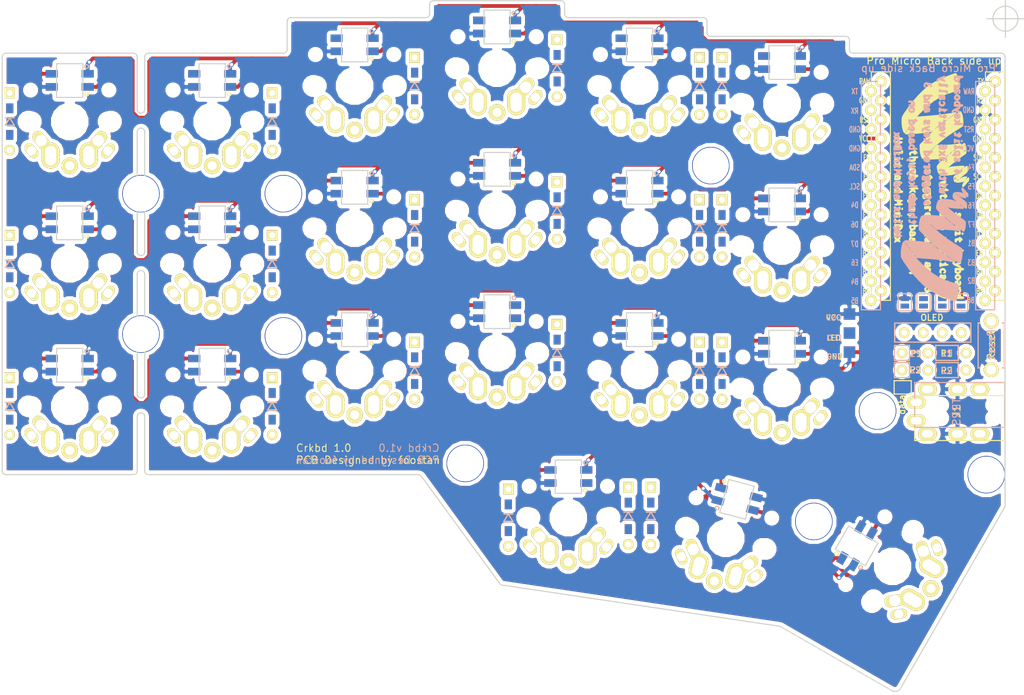
<source format=kicad_pcb>
(kicad_pcb (version 4) (host pcbnew 4.0.7)
  (title_block (title Crkbd) (date 2018/04/11) (rev 1.0) (company foostan))
  (layers (0 F.Cu signal) (31 B.Cu signal) (34 B.Paste user) (35 F.Paste user) (36 B.SilkS user) (37 F.SilkS user) (38 B.Mask user) (39 F.Mask user) (44 Edge.Cuts user))
  (net 0 "")
  (net 1 row0)
  (net 2 "Net-(D1-Pad2)")
  (net 3 row1)
  (net 4 "Net-(D2-Pad2)")
  (net 5 row2)
  (net 6 "Net-(D3-Pad2)")
  (net 7 row3)
  (net 8 "Net-(D4-Pad2)")
  (net 9 "Net-(D5-Pad2)")
  (net 10 "Net-(D6-Pad2)")
  (net 11 "Net-(D7-Pad2)")
  (net 12 "Net-(D8-Pad2)")
  (net 13 "Net-(D9-Pad2)")
  (net 14 "Net-(D10-Pad2)")
  (net 15 "Net-(D11-Pad2)")
  (net 16 "Net-(D12-Pad2)")
  (net 17 "Net-(D13-Pad2)")
  (net 18 "Net-(D14-Pad2)")
  (net 19 "Net-(D15-Pad2)")
  (net 20 "Net-(D16-Pad2)")
  (net 21 "Net-(D17-Pad2)")
  (net 22 "Net-(D18-Pad2)")
  (net 23 "Net-(D19-Pad2)")
  (net 24 "Net-(D20-Pad2)")
  (net 25 "Net-(D21-Pad2)")
  (net 26 GND)
  (net 27 VCC)
  (net 28 col0)
  (net 29 col1)
  (net 30 col2)
  (net 31 col3)
  (net 32 col4)
  (net 33 col5)
  (net 34 LED)
  (net 35 data)
  (net 36 "Net-(L1-Pad3)")
  (net 37 "Net-(L1-Pad1)")
  (net 38 "Net-(L3-Pad3)")
  (net 39 "Net-(L10-Pad1)")
  (net 40 "Net-(L11-Pad1)")
  (net 41 "Net-(L13-Pad1)")
  (net 42 "Net-(L14-Pad3)")
  (net 43 "Net-(L10-Pad3)")
  (net 44 "Net-(L12-Pad1)")
  (net 45 "Net-(L13-Pad3)")
  (net 46 "Net-(L15-Pad3)")
  (net 47 "Net-(L16-Pad3)")
  (net 48 reset)
  (net 49 SCL)
  (net 50 SDA)
  (net 51 "Net-(L5-Pad3)")
  (net 52 "Net-(U1-Pad14)")
  (net 53 "Net-(U1-Pad13)")
  (net 54 "Net-(U1-Pad12)")
  (net 55 "Net-(U1-Pad11)")
  (net 56 "Net-(J2-Pad1)")
  (net 57 "Net-(J2-Pad2)")
  (net 58 "Net-(J2-Pad3)")
  (net 59 "Net-(J2-Pad4)")
  (net 60 "Net-(L2-Pad3)")
  (net 61 "Net-(L3-Pad1)")
  (net 62 "Net-(L11-Pad3)")
  (net 63 "Net-(L14-Pad1)")
  (net 64 "Net-(L12-Pad3)")
  (net 65 "Net-(L17-Pad1)")
  (net 66 "Net-(L18-Pad3)")
  (net 67 "Net-(L19-Pad3)")
  (net 68 "Net-(J1-PadA)")
  (net 69 "Net-(J1-PadB)")
  (net 70 "Net-(U1-Pad24)")
  (module kbd:MX_ALPS_PG1350_noLed_1.75u (layer F.Cu) (at 179.75 136.5 240)
    (fp_text reference SW21 hide)
    (fp_text value SW_PUSH hide)
    (pad 1 thru_hole oval (at 5.1 -3.9 190) (size 2.2 1.25) (drill 1.2) (layers *.Cu *.Mask F.SilkS) (net 33 col5))
    (pad "" np_thru_hole circle (at 0 0 330) (size 4 4) (drill 4) (layers *.Cu *.Mask F.SilkS))
    (pad "" np_thru_hole circle (at -5.5 0 330) (size 1.9 1.9) (drill 1.9) (layers *.Cu *.Mask F.SilkS))
    (pad "" np_thru_hole circle (at 5.5 0 330) (size 1.9 1.9) (drill 1.9) (layers *.Cu *.Mask F.SilkS))
    (pad 1 thru_hole oval (at -5.1 -3.9 290) (size 2.2 1.25) (drill 1.2) (layers *.Cu *.Mask F.SilkS) (net 33 col5))
    (pad 2 thru_hole circle (at 0 -5.9 330) (size 2.2 2.2) (drill 1.2) (layers *.Cu *.Mask F.SilkS) (net 25 "Net-(D21-Pad2)"))
    (pad 2 thru_hole circle (at 2.54 -5.08 240) (size 2.4 2.4) (drill 1.5) (layers *.Cu *.Mask F.SilkS) (net 25 "Net-(D21-Pad2)"))
    (pad 1 thru_hole oval (at -3.81 -2.54 290) (size 2.8 1.55) (drill 1.5) (layers *.Cu *.Mask F.SilkS) (net 33 col5))
    (pad 1 thru_hole circle (at -2.54 -5.08 240) (size 2.4 2.4) (drill 1.5) (layers *.Cu *.Mask F.SilkS) (net 33 col5))
    (pad 2 thru_hole oval (at 3.81 -2.54 190) (size 2.8 1.55) (drill 1.5) (layers *.Cu *.Mask F.SilkS) (net 25 "Net-(D21-Pad2)"))
    (pad 2 thru_hole circle (at 2.54 -4.5 240) (size 2.4 2.4) (drill 1.5) (layers *.Cu *.Mask F.SilkS) (net 25 "Net-(D21-Pad2)"))
    (pad 2 thru_hole circle (at 2.54 -4 240) (size 2.4 2.4) (drill 1.5) (layers *.Cu *.Mask F.SilkS) (net 25 "Net-(D21-Pad2)"))
    (pad 1 thru_hole circle (at -2.54 -4 240) (size 2.4 2.4) (drill 1.5) (layers *.Cu *.Mask F.SilkS) (net 33 col5))
    (pad 1 thru_hole circle (at -2.54 -4.5 240) (size 2.4 2.4) (drill 1.5) (layers *.Cu *.Mask F.SilkS) (net 33 col5))
    (pad "" np_thru_hole circle (at 5.08 0 240) (size 1.7 1.7) (drill 1.7) (layers *.Cu *.Mask F.SilkS))
    (pad "" np_thru_hole circle (at -5.08 0 240) (size 1.7 1.7) (drill 1.7) (layers *.Cu *.Mask F.SilkS))
    (pad "" np_thru_hole circle (at 5.22 4.2 240) (size 1 1) (drill 1) (layers *.Cu *.Mask F.SilkS))
    (pad "" np_thru_hole circle (at -5.22 4.2 240) (size 1 1) (drill 1) (layers *.Cu *.Mask F.SilkS))
  )
  (module kbd:D3_TH_SMD (layer F.Cu) (at 62 77.125 270)
    (fp_text reference D1 hide)
    (fp_text value D hide)
    (pad 1 smd rect (at -1.775 0 270) (size 1.3 0.95) (layers F.Cu F.Paste F.Mask) (net 1 row0))
    (pad 2 smd rect (at 1.775 0 270) (size 1.3 0.95) (layers B.Cu B.Paste B.Mask) (net 2 "Net-(D1-Pad2)"))
    (pad 1 smd rect (at -1.775 0 270) (size 1.3 0.95) (layers B.Cu B.Paste B.Mask) (net 1 row0))
    (pad 1 thru_hole rect (at -3.81 0 270) (size 1.397 1.397) (drill 0.8128) (layers *.Cu *.Mask F.SilkS) (net 1 row0))
    (pad 2 thru_hole circle (at 3.81 0 270) (size 1.397 1.397) (drill 0.8128) (layers *.Cu *.Mask F.SilkS) (net 2 "Net-(D1-Pad2)"))
    (pad 2 smd rect (at 1.775 0 270) (size 1.3 0.95) (layers F.Cu F.Paste F.Mask) (net 2 "Net-(D1-Pad2)"))
  )
  (module kbd:D3_TH_SMD (layer F.Cu) (at 97 77.125 270)
    (fp_text reference D2 hide)
    (fp_text value D hide)
    (pad 1 smd rect (at -1.775 0 270) (size 1.3 0.95) (layers F.Cu F.Paste F.Mask) (net 1 row0))
    (pad 2 smd rect (at 1.775 0 270) (size 1.3 0.95) (layers B.Cu B.Paste B.Mask) (net 4 "Net-(D2-Pad2)"))
    (pad 1 smd rect (at -1.775 0 270) (size 1.3 0.95) (layers B.Cu B.Paste B.Mask) (net 1 row0))
    (pad 1 thru_hole rect (at -3.81 0 270) (size 1.397 1.397) (drill 0.8128) (layers *.Cu *.Mask F.SilkS) (net 1 row0))
    (pad 2 thru_hole circle (at 3.81 0 270) (size 1.397 1.397) (drill 0.8128) (layers *.Cu *.Mask F.SilkS) (net 4 "Net-(D2-Pad2)"))
    (pad 2 smd rect (at 1.775 0 270) (size 1.3 0.95) (layers F.Cu F.Paste F.Mask) (net 4 "Net-(D2-Pad2)"))
  )
  (module kbd:D3_TH_SMD (layer F.Cu) (at 116 72.375 270)
    (fp_text reference D3 hide)
    (fp_text value D hide)
    (pad 1 smd rect (at -1.775 0 270) (size 1.3 0.95) (layers F.Cu F.Paste F.Mask) (net 1 row0))
    (pad 2 smd rect (at 1.775 0 270) (size 1.3 0.95) (layers B.Cu B.Paste B.Mask) (net 6 "Net-(D3-Pad2)"))
    (pad 1 smd rect (at -1.775 0 270) (size 1.3 0.95) (layers B.Cu B.Paste B.Mask) (net 1 row0))
    (pad 1 thru_hole rect (at -3.81 0 270) (size 1.397 1.397) (drill 0.8128) (layers *.Cu *.Mask F.SilkS) (net 1 row0))
    (pad 2 thru_hole circle (at 3.81 0 270) (size 1.397 1.397) (drill 0.8128) (layers *.Cu *.Mask F.SilkS) (net 6 "Net-(D3-Pad2)"))
    (pad 2 smd rect (at 1.775 0 270) (size 1.3 0.95) (layers F.Cu F.Paste F.Mask) (net 6 "Net-(D3-Pad2)"))
  )
  (module kbd:D3_TH_SMD (layer F.Cu) (at 135 70 270)
    (fp_text reference D4 hide)
    (fp_text value D hide)
    (pad 1 smd rect (at -1.775 0 270) (size 1.3 0.95) (layers F.Cu F.Paste F.Mask) (net 1 row0))
    (pad 2 smd rect (at 1.775 0 270) (size 1.3 0.95) (layers B.Cu B.Paste B.Mask) (net 8 "Net-(D4-Pad2)"))
    (pad 1 smd rect (at -1.775 0 270) (size 1.3 0.95) (layers B.Cu B.Paste B.Mask) (net 1 row0))
    (pad 1 thru_hole rect (at -3.81 0 270) (size 1.397 1.397) (drill 0.8128) (layers *.Cu *.Mask F.SilkS) (net 1 row0))
    (pad 2 thru_hole circle (at 3.81 0 270) (size 1.397 1.397) (drill 0.8128) (layers *.Cu *.Mask F.SilkS) (net 8 "Net-(D4-Pad2)"))
    (pad 2 smd rect (at 1.775 0 270) (size 1.3 0.95) (layers F.Cu F.Paste F.Mask) (net 8 "Net-(D4-Pad2)"))
  )
  (module kbd:D3_TH_SMD (layer F.Cu) (at 154 72.375 270)
    (fp_text reference D5 hide)
    (fp_text value D hide)
    (pad 1 smd rect (at -1.775 0 270) (size 1.3 0.95) (layers F.Cu F.Paste F.Mask) (net 1 row0))
    (pad 2 smd rect (at 1.775 0 270) (size 1.3 0.95) (layers B.Cu B.Paste B.Mask) (net 9 "Net-(D5-Pad2)"))
    (pad 1 smd rect (at -1.775 0 270) (size 1.3 0.95) (layers B.Cu B.Paste B.Mask) (net 1 row0))
    (pad 1 thru_hole rect (at -3.81 0 270) (size 1.397 1.397) (drill 0.8128) (layers *.Cu *.Mask F.SilkS) (net 1 row0))
    (pad 2 thru_hole circle (at 3.81 0 270) (size 1.397 1.397) (drill 0.8128) (layers *.Cu *.Mask F.SilkS) (net 9 "Net-(D5-Pad2)"))
    (pad 2 smd rect (at 1.775 0 270) (size 1.3 0.95) (layers F.Cu F.Paste F.Mask) (net 9 "Net-(D5-Pad2)"))
  )
  (module kbd:D3_TH_SMD (layer F.Cu) (at 157 72.375 270)
    (fp_text reference D6 hide)
    (fp_text value D hide)
    (pad 1 smd rect (at -1.775 0 270) (size 1.3 0.95) (layers F.Cu F.Paste F.Mask) (net 1 row0))
    (pad 2 smd rect (at 1.775 0 270) (size 1.3 0.95) (layers B.Cu B.Paste B.Mask) (net 10 "Net-(D6-Pad2)"))
    (pad 1 smd rect (at -1.775 0 270) (size 1.3 0.95) (layers B.Cu B.Paste B.Mask) (net 1 row0))
    (pad 1 thru_hole rect (at -3.81 0 270) (size 1.397 1.397) (drill 0.8128) (layers *.Cu *.Mask F.SilkS) (net 1 row0))
    (pad 2 thru_hole circle (at 3.81 0 270) (size 1.397 1.397) (drill 0.8128) (layers *.Cu *.Mask F.SilkS) (net 10 "Net-(D6-Pad2)"))
    (pad 2 smd rect (at 1.775 0 270) (size 1.3 0.95) (layers F.Cu F.Paste F.Mask) (net 10 "Net-(D6-Pad2)"))
  )
  (module kbd:D3_TH_SMD (layer F.Cu) (at 62 96.125 270)
    (fp_text reference D7 hide)
    (fp_text value D hide)
    (pad 1 smd rect (at -1.775 0 270) (size 1.3 0.95) (layers F.Cu F.Paste F.Mask) (net 3 row1))
    (pad 2 smd rect (at 1.775 0 270) (size 1.3 0.95) (layers B.Cu B.Paste B.Mask) (net 11 "Net-(D7-Pad2)"))
    (pad 1 smd rect (at -1.775 0 270) (size 1.3 0.95) (layers B.Cu B.Paste B.Mask) (net 3 row1))
    (pad 1 thru_hole rect (at -3.81 0 270) (size 1.397 1.397) (drill 0.8128) (layers *.Cu *.Mask F.SilkS) (net 3 row1))
    (pad 2 thru_hole circle (at 3.81 0 270) (size 1.397 1.397) (drill 0.8128) (layers *.Cu *.Mask F.SilkS) (net 11 "Net-(D7-Pad2)"))
    (pad 2 smd rect (at 1.775 0 270) (size 1.3 0.95) (layers F.Cu F.Paste F.Mask) (net 11 "Net-(D7-Pad2)"))
  )
  (module kbd:D3_TH_SMD (layer F.Cu) (at 97 96.125 270)
    (fp_text reference D8 hide)
    (fp_text value D hide)
    (pad 1 smd rect (at -1.775 0 270) (size 1.3 0.95) (layers F.Cu F.Paste F.Mask) (net 3 row1))
    (pad 2 smd rect (at 1.775 0 270) (size 1.3 0.95) (layers B.Cu B.Paste B.Mask) (net 12 "Net-(D8-Pad2)"))
    (pad 1 smd rect (at -1.775 0 270) (size 1.3 0.95) (layers B.Cu B.Paste B.Mask) (net 3 row1))
    (pad 1 thru_hole rect (at -3.81 0 270) (size 1.397 1.397) (drill 0.8128) (layers *.Cu *.Mask F.SilkS) (net 3 row1))
    (pad 2 thru_hole circle (at 3.81 0 270) (size 1.397 1.397) (drill 0.8128) (layers *.Cu *.Mask F.SilkS) (net 12 "Net-(D8-Pad2)"))
    (pad 2 smd rect (at 1.775 0 270) (size 1.3 0.95) (layers F.Cu F.Paste F.Mask) (net 12 "Net-(D8-Pad2)"))
  )
  (module kbd:D3_TH_SMD (layer F.Cu) (at 116 91.375 270)
    (fp_text reference D9 hide)
    (fp_text value D hide)
    (pad 1 smd rect (at -1.775 0 270) (size 1.3 0.95) (layers F.Cu F.Paste F.Mask) (net 3 row1))
    (pad 2 smd rect (at 1.775 0 270) (size 1.3 0.95) (layers B.Cu B.Paste B.Mask) (net 13 "Net-(D9-Pad2)"))
    (pad 1 smd rect (at -1.775 0 270) (size 1.3 0.95) (layers B.Cu B.Paste B.Mask) (net 3 row1))
    (pad 1 thru_hole rect (at -3.81 0 270) (size 1.397 1.397) (drill 0.8128) (layers *.Cu *.Mask F.SilkS) (net 3 row1))
    (pad 2 thru_hole circle (at 3.81 0 270) (size 1.397 1.397) (drill 0.8128) (layers *.Cu *.Mask F.SilkS) (net 13 "Net-(D9-Pad2)"))
    (pad 2 smd rect (at 1.775 0 270) (size 1.3 0.95) (layers F.Cu F.Paste F.Mask) (net 13 "Net-(D9-Pad2)"))
  )
  (module kbd:D3_TH_SMD (layer F.Cu) (at 135 89 270)
    (fp_text reference D10 hide)
    (fp_text value D hide)
    (pad 1 smd rect (at -1.775 0 270) (size 1.3 0.95) (layers F.Cu F.Paste F.Mask) (net 3 row1))
    (pad 2 smd rect (at 1.775 0 270) (size 1.3 0.95) (layers B.Cu B.Paste B.Mask) (net 14 "Net-(D10-Pad2)"))
    (pad 1 smd rect (at -1.775 0 270) (size 1.3 0.95) (layers B.Cu B.Paste B.Mask) (net 3 row1))
    (pad 1 thru_hole rect (at -3.81 0 270) (size 1.397 1.397) (drill 0.8128) (layers *.Cu *.Mask F.SilkS) (net 3 row1))
    (pad 2 thru_hole circle (at 3.81 0 270) (size 1.397 1.397) (drill 0.8128) (layers *.Cu *.Mask F.SilkS) (net 14 "Net-(D10-Pad2)"))
    (pad 2 smd rect (at 1.775 0 270) (size 1.3 0.95) (layers F.Cu F.Paste F.Mask) (net 14 "Net-(D10-Pad2)"))
  )
  (module kbd:D3_TH_SMD (layer F.Cu) (at 154 91.375 270)
    (fp_text reference D11 hide)
    (fp_text value D hide)
    (pad 1 smd rect (at -1.775 0 270) (size 1.3 0.95) (layers F.Cu F.Paste F.Mask) (net 3 row1))
    (pad 2 smd rect (at 1.775 0 270) (size 1.3 0.95) (layers B.Cu B.Paste B.Mask) (net 15 "Net-(D11-Pad2)"))
    (pad 1 smd rect (at -1.775 0 270) (size 1.3 0.95) (layers B.Cu B.Paste B.Mask) (net 3 row1))
    (pad 1 thru_hole rect (at -3.81 0 270) (size 1.397 1.397) (drill 0.8128) (layers *.Cu *.Mask F.SilkS) (net 3 row1))
    (pad 2 thru_hole circle (at 3.81 0 270) (size 1.397 1.397) (drill 0.8128) (layers *.Cu *.Mask F.SilkS) (net 15 "Net-(D11-Pad2)"))
    (pad 2 smd rect (at 1.775 0 270) (size 1.3 0.95) (layers F.Cu F.Paste F.Mask) (net 15 "Net-(D11-Pad2)"))
  )
  (module kbd:D3_TH_SMD (layer F.Cu) (at 157 91.375 270)
    (fp_text reference D12 hide)
    (fp_text value D hide)
    (pad 1 smd rect (at -1.775 0 270) (size 1.3 0.95) (layers F.Cu F.Paste F.Mask) (net 3 row1))
    (pad 2 smd rect (at 1.775 0 270) (size 1.3 0.95) (layers B.Cu B.Paste B.Mask) (net 16 "Net-(D12-Pad2)"))
    (pad 1 smd rect (at -1.775 0 270) (size 1.3 0.95) (layers B.Cu B.Paste B.Mask) (net 3 row1))
    (pad 1 thru_hole rect (at -3.81 0 270) (size 1.397 1.397) (drill 0.8128) (layers *.Cu *.Mask F.SilkS) (net 3 row1))
    (pad 2 thru_hole circle (at 3.81 0 270) (size 1.397 1.397) (drill 0.8128) (layers *.Cu *.Mask F.SilkS) (net 16 "Net-(D12-Pad2)"))
    (pad 2 smd rect (at 1.775 0 270) (size 1.3 0.95) (layers F.Cu F.Paste F.Mask) (net 16 "Net-(D12-Pad2)"))
  )
  (module kbd:D3_TH_SMD (layer F.Cu) (at 62 115.125 270)
    (fp_text reference D13 hide)
    (fp_text value D hide)
    (pad 1 smd rect (at -1.775 0 270) (size 1.3 0.95) (layers F.Cu F.Paste F.Mask) (net 5 row2))
    (pad 2 smd rect (at 1.775 0 270) (size 1.3 0.95) (layers B.Cu B.Paste B.Mask) (net 17 "Net-(D13-Pad2)"))
    (pad 1 smd rect (at -1.775 0 270) (size 1.3 0.95) (layers B.Cu B.Paste B.Mask) (net 5 row2))
    (pad 1 thru_hole rect (at -3.81 0 270) (size 1.397 1.397) (drill 0.8128) (layers *.Cu *.Mask F.SilkS) (net 5 row2))
    (pad 2 thru_hole circle (at 3.81 0 270) (size 1.397 1.397) (drill 0.8128) (layers *.Cu *.Mask F.SilkS) (net 17 "Net-(D13-Pad2)"))
    (pad 2 smd rect (at 1.775 0 270) (size 1.3 0.95) (layers F.Cu F.Paste F.Mask) (net 17 "Net-(D13-Pad2)"))
  )
  (module kbd:D3_TH_SMD (layer F.Cu) (at 97 115.125 270)
    (fp_text reference D14 hide)
    (fp_text value D hide)
    (pad 1 smd rect (at -1.775 0 270) (size 1.3 0.95) (layers F.Cu F.Paste F.Mask) (net 5 row2))
    (pad 2 smd rect (at 1.775 0 270) (size 1.3 0.95) (layers B.Cu B.Paste B.Mask) (net 18 "Net-(D14-Pad2)"))
    (pad 1 smd rect (at -1.775 0 270) (size 1.3 0.95) (layers B.Cu B.Paste B.Mask) (net 5 row2))
    (pad 1 thru_hole rect (at -3.81 0 270) (size 1.397 1.397) (drill 0.8128) (layers *.Cu *.Mask F.SilkS) (net 5 row2))
    (pad 2 thru_hole circle (at 3.81 0 270) (size 1.397 1.397) (drill 0.8128) (layers *.Cu *.Mask F.SilkS) (net 18 "Net-(D14-Pad2)"))
    (pad 2 smd rect (at 1.775 0 270) (size 1.3 0.95) (layers F.Cu F.Paste F.Mask) (net 18 "Net-(D14-Pad2)"))
  )
  (module kbd:D3_TH_SMD (layer F.Cu) (at 116 110.375 270)
    (fp_text reference D15 hide)
    (fp_text value D hide)
    (pad 1 smd rect (at -1.775 0 270) (size 1.3 0.95) (layers F.Cu F.Paste F.Mask) (net 5 row2))
    (pad 2 smd rect (at 1.775 0 270) (size 1.3 0.95) (layers B.Cu B.Paste B.Mask) (net 19 "Net-(D15-Pad2)"))
    (pad 1 smd rect (at -1.775 0 270) (size 1.3 0.95) (layers B.Cu B.Paste B.Mask) (net 5 row2))
    (pad 1 thru_hole rect (at -3.81 0 270) (size 1.397 1.397) (drill 0.8128) (layers *.Cu *.Mask F.SilkS) (net 5 row2))
    (pad 2 thru_hole circle (at 3.81 0 270) (size 1.397 1.397) (drill 0.8128) (layers *.Cu *.Mask F.SilkS) (net 19 "Net-(D15-Pad2)"))
    (pad 2 smd rect (at 1.775 0 270) (size 1.3 0.95) (layers F.Cu F.Paste F.Mask) (net 19 "Net-(D15-Pad2)"))
  )
  (module kbd:D3_TH_SMD (layer F.Cu) (at 135 108 270)
    (fp_text reference D16 hide)
    (fp_text value D hide)
    (pad 1 smd rect (at -1.775 0 270) (size 1.3 0.95) (layers F.Cu F.Paste F.Mask) (net 5 row2))
    (pad 2 smd rect (at 1.775 0 270) (size 1.3 0.95) (layers B.Cu B.Paste B.Mask) (net 20 "Net-(D16-Pad2)"))
    (pad 1 smd rect (at -1.775 0 270) (size 1.3 0.95) (layers B.Cu B.Paste B.Mask) (net 5 row2))
    (pad 1 thru_hole rect (at -3.81 0 270) (size 1.397 1.397) (drill 0.8128) (layers *.Cu *.Mask F.SilkS) (net 5 row2))
    (pad 2 thru_hole circle (at 3.81 0 270) (size 1.397 1.397) (drill 0.8128) (layers *.Cu *.Mask F.SilkS) (net 20 "Net-(D16-Pad2)"))
    (pad 2 smd rect (at 1.775 0 270) (size 1.3 0.95) (layers F.Cu F.Paste F.Mask) (net 20 "Net-(D16-Pad2)"))
  )
  (module kbd:D3_TH_SMD (layer F.Cu) (at 157 110.375 270)
    (fp_text reference D18 hide)
    (fp_text value D hide)
    (pad 1 smd rect (at -1.775 0 270) (size 1.3 0.95) (layers F.Cu F.Paste F.Mask) (net 5 row2))
    (pad 2 smd rect (at 1.775 0 270) (size 1.3 0.95) (layers B.Cu B.Paste B.Mask) (net 22 "Net-(D18-Pad2)"))
    (pad 1 smd rect (at -1.775 0 270) (size 1.3 0.95) (layers B.Cu B.Paste B.Mask) (net 5 row2))
    (pad 1 thru_hole rect (at -3.81 0 270) (size 1.397 1.397) (drill 0.8128) (layers *.Cu *.Mask F.SilkS) (net 5 row2))
    (pad 2 thru_hole circle (at 3.81 0 270) (size 1.397 1.397) (drill 0.8128) (layers *.Cu *.Mask F.SilkS) (net 22 "Net-(D18-Pad2)"))
    (pad 2 smd rect (at 1.775 0 270) (size 1.3 0.95) (layers F.Cu F.Paste F.Mask) (net 22 "Net-(D18-Pad2)"))
  )
  (module kbd:D3_TH_SMD (layer F.Cu) (at 128.5 130 270)
    (fp_text reference D19 hide)
    (fp_text value D hide)
    (pad 1 smd rect (at -1.775 0 270) (size 1.3 0.95) (layers F.Cu F.Paste F.Mask) (net 7 row3))
    (pad 2 smd rect (at 1.775 0 270) (size 1.3 0.95) (layers B.Cu B.Paste B.Mask) (net 23 "Net-(D19-Pad2)"))
    (pad 1 smd rect (at -1.775 0 270) (size 1.3 0.95) (layers B.Cu B.Paste B.Mask) (net 7 row3))
    (pad 1 thru_hole rect (at -3.81 0 270) (size 1.397 1.397) (drill 0.8128) (layers *.Cu *.Mask F.SilkS) (net 7 row3))
    (pad 2 thru_hole circle (at 3.81 0 270) (size 1.397 1.397) (drill 0.8128) (layers *.Cu *.Mask F.SilkS) (net 23 "Net-(D19-Pad2)"))
    (pad 2 smd rect (at 1.775 0 270) (size 1.3 0.95) (layers F.Cu F.Paste F.Mask) (net 23 "Net-(D19-Pad2)"))
  )
  (module kbd:D3_TH_SMD (layer F.Cu) (at 144.5 129.75 270)
    (fp_text reference D20 hide)
    (fp_text value D hide)
    (pad 1 smd rect (at -1.775 0 270) (size 1.3 0.95) (layers F.Cu F.Paste F.Mask) (net 7 row3))
    (pad 2 smd rect (at 1.775 0 270) (size 1.3 0.95) (layers B.Cu B.Paste B.Mask) (net 24 "Net-(D20-Pad2)"))
    (pad 1 smd rect (at -1.775 0 270) (size 1.3 0.95) (layers B.Cu B.Paste B.Mask) (net 7 row3))
    (pad 1 thru_hole rect (at -3.81 0 270) (size 1.397 1.397) (drill 0.8128) (layers *.Cu *.Mask F.SilkS) (net 7 row3))
    (pad 2 thru_hole circle (at 3.81 0 270) (size 1.397 1.397) (drill 0.8128) (layers *.Cu *.Mask F.SilkS) (net 24 "Net-(D20-Pad2)"))
    (pad 2 smd rect (at 1.775 0 270) (size 1.3 0.95) (layers F.Cu F.Paste F.Mask) (net 24 "Net-(D20-Pad2)"))
  )
  (module kbd:D3_TH_SMD (layer F.Cu) (at 147.5 129.75 270)
    (fp_text reference D21 hide)
    (fp_text value D hide)
    (pad 1 smd rect (at -1.775 0 270) (size 1.3 0.95) (layers F.Cu F.Paste F.Mask) (net 7 row3))
    (pad 2 smd rect (at 1.775 0 270) (size 1.3 0.95) (layers B.Cu B.Paste B.Mask) (net 25 "Net-(D21-Pad2)"))
    (pad 1 smd rect (at -1.775 0 270) (size 1.3 0.95) (layers B.Cu B.Paste B.Mask) (net 7 row3))
    (pad 1 thru_hole rect (at -3.81 0 270) (size 1.397 1.397) (drill 0.8128) (layers *.Cu *.Mask F.SilkS) (net 7 row3))
    (pad 2 thru_hole circle (at 3.81 0 270) (size 1.397 1.397) (drill 0.8128) (layers *.Cu *.Mask F.SilkS) (net 25 "Net-(D21-Pad2)"))
    (pad 2 smd rect (at 1.775 0 270) (size 1.3 0.95) (layers F.Cu F.Paste F.Mask) (net 25 "Net-(D21-Pad2)"))
  )
  (module kbd:SK6812MINI_rev (layer F.Cu) (at 70 71.625)
    (fp_text reference L1 hide)
    (fp_text value SK6812MINI hide)
    (pad 4 smd rect (at 2.4 0.875) (size 1.6 1) (layers F.Cu F.Paste F.Mask) (net 27 VCC))
    (pad 3 smd rect (at 2.4 -0.875) (size 1.6 1) (layers F.Cu F.Paste F.Mask) (net 36 "Net-(L1-Pad3)"))
    (pad 1 smd rect (at -2.4 0.875) (size 1.6 1) (layers F.Cu F.Paste F.Mask) (net 37 "Net-(L1-Pad1)"))
    (pad 2 smd rect (at -2.4 -0.875) (size 1.6 1) (layers F.Cu F.Paste F.Mask) (net 26 GND))
    (pad 3 smd rect (at 2.4 0.875) (size 1.6 1) (layers B.Cu B.Paste B.Mask) (net 36 "Net-(L1-Pad3)"))
    (pad 4 smd rect (at 2.4 -0.875) (size 1.6 1) (layers B.Cu B.Paste B.Mask) (net 27 VCC))
    (pad 1 smd rect (at -2.4 -0.875) (size 1.6 1) (layers B.Cu B.Paste B.Mask) (net 37 "Net-(L1-Pad1)"))
    (pad 2 smd rect (at -2.4 0.875) (size 1.6 1) (layers B.Cu B.Paste B.Mask) (net 26 GND))
  )
  (module kbd:SK6812MINI_rev (layer F.Cu) (at 89 71.625)
    (fp_text reference L2 hide)
    (fp_text value SK6812MINI hide)
    (pad 4 smd rect (at 2.4 0.875) (size 1.6 1) (layers F.Cu F.Paste F.Mask) (net 27 VCC))
    (pad 3 smd rect (at 2.4 -0.875) (size 1.6 1) (layers F.Cu F.Paste F.Mask) (net 60 "Net-(L2-Pad3)"))
    (pad 1 smd rect (at -2.4 0.875) (size 1.6 1) (layers F.Cu F.Paste F.Mask) (net 36 "Net-(L1-Pad3)"))
    (pad 2 smd rect (at -2.4 -0.875) (size 1.6 1) (layers F.Cu F.Paste F.Mask) (net 26 GND))
    (pad 3 smd rect (at 2.4 0.875) (size 1.6 1) (layers B.Cu B.Paste B.Mask) (net 60 "Net-(L2-Pad3)"))
    (pad 4 smd rect (at 2.4 -0.875) (size 1.6 1) (layers B.Cu B.Paste B.Mask) (net 27 VCC))
    (pad 1 smd rect (at -2.4 -0.875) (size 1.6 1) (layers B.Cu B.Paste B.Mask) (net 36 "Net-(L1-Pad3)"))
    (pad 2 smd rect (at -2.4 0.875) (size 1.6 1) (layers B.Cu B.Paste B.Mask) (net 26 GND))
  )
  (module kbd:SK6812MINI_rev (layer F.Cu) (at 108 66.875)
    (fp_text reference L3 hide)
    (fp_text value SK6812MINI hide)
    (pad 4 smd rect (at 2.4 0.875) (size 1.6 1) (layers F.Cu F.Paste F.Mask) (net 27 VCC))
    (pad 3 smd rect (at 2.4 -0.875) (size 1.6 1) (layers F.Cu F.Paste F.Mask) (net 38 "Net-(L3-Pad3)"))
    (pad 1 smd rect (at -2.4 0.875) (size 1.6 1) (layers F.Cu F.Paste F.Mask) (net 61 "Net-(L3-Pad1)"))
    (pad 2 smd rect (at -2.4 -0.875) (size 1.6 1) (layers F.Cu F.Paste F.Mask) (net 26 GND))
    (pad 3 smd rect (at 2.4 0.875) (size 1.6 1) (layers B.Cu B.Paste B.Mask) (net 38 "Net-(L3-Pad3)"))
    (pad 4 smd rect (at 2.4 -0.875) (size 1.6 1) (layers B.Cu B.Paste B.Mask) (net 27 VCC))
    (pad 1 smd rect (at -2.4 -0.875) (size 1.6 1) (layers B.Cu B.Paste B.Mask) (net 61 "Net-(L3-Pad1)"))
    (pad 2 smd rect (at -2.4 0.875) (size 1.6 1) (layers B.Cu B.Paste B.Mask) (net 26 GND))
  )
  (module kbd:SK6812MINI_rev (layer F.Cu) (at 127 64.5)
    (fp_text reference L4 hide)
    (fp_text value SK6812MINI hide)
    (pad 4 smd rect (at 2.4 0.875) (size 1.6 1) (layers F.Cu F.Paste F.Mask) (net 27 VCC))
    (pad 3 smd rect (at 2.4 -0.875) (size 1.6 1) (layers F.Cu F.Paste F.Mask) (net 39 "Net-(L10-Pad1)"))
    (pad 1 smd rect (at -2.4 0.875) (size 1.6 1) (layers F.Cu F.Paste F.Mask) (net 38 "Net-(L3-Pad3)"))
    (pad 2 smd rect (at -2.4 -0.875) (size 1.6 1) (layers F.Cu F.Paste F.Mask) (net 26 GND))
    (pad 3 smd rect (at 2.4 0.875) (size 1.6 1) (layers B.Cu B.Paste B.Mask) (net 39 "Net-(L10-Pad1)"))
    (pad 4 smd rect (at 2.4 -0.875) (size 1.6 1) (layers B.Cu B.Paste B.Mask) (net 27 VCC))
    (pad 1 smd rect (at -2.4 -0.875) (size 1.6 1) (layers B.Cu B.Paste B.Mask) (net 38 "Net-(L3-Pad3)"))
    (pad 2 smd rect (at -2.4 0.875) (size 1.6 1) (layers B.Cu B.Paste B.Mask) (net 26 GND))
  )
  (module kbd:SK6812MINI_rev (layer F.Cu) (at 146 66.875)
    (fp_text reference L5 hide)
    (fp_text value SK6812MINI hide)
    (pad 4 smd rect (at 2.4 0.875) (size 1.6 1) (layers F.Cu F.Paste F.Mask) (net 27 VCC))
    (pad 3 smd rect (at 2.4 -0.875) (size 1.6 1) (layers F.Cu F.Paste F.Mask) (net 51 "Net-(L5-Pad3)"))
    (pad 1 smd rect (at -2.4 0.875) (size 1.6 1) (layers F.Cu F.Paste F.Mask) (net 62 "Net-(L11-Pad3)"))
    (pad 2 smd rect (at -2.4 -0.875) (size 1.6 1) (layers F.Cu F.Paste F.Mask) (net 26 GND))
    (pad 3 smd rect (at 2.4 0.875) (size 1.6 1) (layers B.Cu B.Paste B.Mask) (net 51 "Net-(L5-Pad3)"))
    (pad 4 smd rect (at 2.4 -0.875) (size 1.6 1) (layers B.Cu B.Paste B.Mask) (net 27 VCC))
    (pad 1 smd rect (at -2.4 -0.875) (size 1.6 1) (layers B.Cu B.Paste B.Mask) (net 62 "Net-(L11-Pad3)"))
    (pad 2 smd rect (at -2.4 0.875) (size 1.6 1) (layers B.Cu B.Paste B.Mask) (net 26 GND))
  )
  (module kbd:SK6812MINI_rev (layer F.Cu) (at 165 69.25)
    (fp_text reference L6 hide)
    (fp_text value SK6812MINI hide)
    (pad 4 smd rect (at 2.4 0.875) (size 1.6 1) (layers F.Cu F.Paste F.Mask) (net 27 VCC))
    (pad 3 smd rect (at 2.4 -0.875) (size 1.6 1) (layers F.Cu F.Paste F.Mask) (net 44 "Net-(L12-Pad1)"))
    (pad 1 smd rect (at -2.4 0.875) (size 1.6 1) (layers F.Cu F.Paste F.Mask) (net 51 "Net-(L5-Pad3)"))
    (pad 2 smd rect (at -2.4 -0.875) (size 1.6 1) (layers F.Cu F.Paste F.Mask) (net 26 GND))
    (pad 3 smd rect (at 2.4 0.875) (size 1.6 1) (layers B.Cu B.Paste B.Mask) (net 44 "Net-(L12-Pad1)"))
    (pad 4 smd rect (at 2.4 -0.875) (size 1.6 1) (layers B.Cu B.Paste B.Mask) (net 27 VCC))
    (pad 1 smd rect (at -2.4 -0.875) (size 1.6 1) (layers B.Cu B.Paste B.Mask) (net 51 "Net-(L5-Pad3)"))
    (pad 2 smd rect (at -2.4 0.875) (size 1.6 1) (layers B.Cu B.Paste B.Mask) (net 26 GND))
  )
  (module kbd:SK6812MINI_rev (layer F.Cu) (at 70 90.625)
    (fp_text reference L7 hide)
    (fp_text value SK6812MINI hide)
    (pad 4 smd rect (at 2.4 0.875) (size 1.6 1) (layers F.Cu F.Paste F.Mask) (net 27 VCC))
    (pad 3 smd rect (at 2.4 -0.875) (size 1.6 1) (layers F.Cu F.Paste F.Mask) (net 37 "Net-(L1-Pad1)"))
    (pad 1 smd rect (at -2.4 0.875) (size 1.6 1) (layers F.Cu F.Paste F.Mask) (net 45 "Net-(L13-Pad3)"))
    (pad 2 smd rect (at -2.4 -0.875) (size 1.6 1) (layers F.Cu F.Paste F.Mask) (net 26 GND))
    (pad 3 smd rect (at 2.4 0.875) (size 1.6 1) (layers B.Cu B.Paste B.Mask) (net 37 "Net-(L1-Pad1)"))
    (pad 4 smd rect (at 2.4 -0.875) (size 1.6 1) (layers B.Cu B.Paste B.Mask) (net 27 VCC))
    (pad 1 smd rect (at -2.4 -0.875) (size 1.6 1) (layers B.Cu B.Paste B.Mask) (net 45 "Net-(L13-Pad3)"))
    (pad 2 smd rect (at -2.4 0.875) (size 1.6 1) (layers B.Cu B.Paste B.Mask) (net 26 GND))
  )
  (module kbd:SK6812MINI_rev (layer F.Cu) (at 89 90.625)
    (fp_text reference L8 hide)
    (fp_text value SK6812MINI hide)
    (pad 4 smd rect (at 2.4 0.875) (size 1.6 1) (layers F.Cu F.Paste F.Mask) (net 27 VCC))
    (pad 3 smd rect (at 2.4 -0.875) (size 1.6 1) (layers F.Cu F.Paste F.Mask) (net 63 "Net-(L14-Pad1)"))
    (pad 1 smd rect (at -2.4 0.875) (size 1.6 1) (layers F.Cu F.Paste F.Mask) (net 60 "Net-(L2-Pad3)"))
    (pad 2 smd rect (at -2.4 -0.875) (size 1.6 1) (layers F.Cu F.Paste F.Mask) (net 26 GND))
    (pad 3 smd rect (at 2.4 0.875) (size 1.6 1) (layers B.Cu B.Paste B.Mask) (net 63 "Net-(L14-Pad1)"))
    (pad 4 smd rect (at 2.4 -0.875) (size 1.6 1) (layers B.Cu B.Paste B.Mask) (net 27 VCC))
    (pad 1 smd rect (at -2.4 -0.875) (size 1.6 1) (layers B.Cu B.Paste B.Mask) (net 60 "Net-(L2-Pad3)"))
    (pad 2 smd rect (at -2.4 0.875) (size 1.6 1) (layers B.Cu B.Paste B.Mask) (net 26 GND))
  )
  (module kbd:SK6812MINI_rev (layer F.Cu) (at 108 85.875)
    (fp_text reference L9 hide)
    (fp_text value SK6812MINI hide)
    (pad 4 smd rect (at 2.4 0.875) (size 1.6 1) (layers F.Cu F.Paste F.Mask) (net 27 VCC))
    (pad 3 smd rect (at 2.4 -0.875) (size 1.6 1) (layers F.Cu F.Paste F.Mask) (net 61 "Net-(L3-Pad1)"))
    (pad 1 smd rect (at -2.4 0.875) (size 1.6 1) (layers F.Cu F.Paste F.Mask) (net 46 "Net-(L15-Pad3)"))
    (pad 2 smd rect (at -2.4 -0.875) (size 1.6 1) (layers F.Cu F.Paste F.Mask) (net 26 GND))
    (pad 3 smd rect (at 2.4 0.875) (size 1.6 1) (layers B.Cu B.Paste B.Mask) (net 61 "Net-(L3-Pad1)"))
    (pad 4 smd rect (at 2.4 -0.875) (size 1.6 1) (layers B.Cu B.Paste B.Mask) (net 27 VCC))
    (pad 1 smd rect (at -2.4 -0.875) (size 1.6 1) (layers B.Cu B.Paste B.Mask) (net 46 "Net-(L15-Pad3)"))
    (pad 2 smd rect (at -2.4 0.875) (size 1.6 1) (layers B.Cu B.Paste B.Mask) (net 26 GND))
  )
  (module kbd:SK6812MINI_rev (layer F.Cu) (at 127 83.5)
    (fp_text reference L10 hide)
    (fp_text value SK6812MINI hide)
    (pad 4 smd rect (at 2.4 0.875) (size 1.6 1) (layers F.Cu F.Paste F.Mask) (net 27 VCC))
    (pad 3 smd rect (at 2.4 -0.875) (size 1.6 1) (layers F.Cu F.Paste F.Mask) (net 43 "Net-(L10-Pad3)"))
    (pad 1 smd rect (at -2.4 0.875) (size 1.6 1) (layers F.Cu F.Paste F.Mask) (net 39 "Net-(L10-Pad1)"))
    (pad 2 smd rect (at -2.4 -0.875) (size 1.6 1) (layers F.Cu F.Paste F.Mask) (net 26 GND))
    (pad 3 smd rect (at 2.4 0.875) (size 1.6 1) (layers B.Cu B.Paste B.Mask) (net 43 "Net-(L10-Pad3)"))
    (pad 4 smd rect (at 2.4 -0.875) (size 1.6 1) (layers B.Cu B.Paste B.Mask) (net 27 VCC))
    (pad 1 smd rect (at -2.4 -0.875) (size 1.6 1) (layers B.Cu B.Paste B.Mask) (net 39 "Net-(L10-Pad1)"))
    (pad 2 smd rect (at -2.4 0.875) (size 1.6 1) (layers B.Cu B.Paste B.Mask) (net 26 GND))
  )
  (module kbd:SK6812MINI_rev (layer F.Cu) (at 146 85.875)
    (fp_text reference L11 hide)
    (fp_text value SK6812MINI hide)
    (pad 4 smd rect (at 2.4 0.875) (size 1.6 1) (layers F.Cu F.Paste F.Mask) (net 27 VCC))
    (pad 3 smd rect (at 2.4 -0.875) (size 1.6 1) (layers F.Cu F.Paste F.Mask) (net 62 "Net-(L11-Pad3)"))
    (pad 1 smd rect (at -2.4 0.875) (size 1.6 1) (layers F.Cu F.Paste F.Mask) (net 40 "Net-(L11-Pad1)"))
    (pad 2 smd rect (at -2.4 -0.875) (size 1.6 1) (layers F.Cu F.Paste F.Mask) (net 26 GND))
    (pad 3 smd rect (at 2.4 0.875) (size 1.6 1) (layers B.Cu B.Paste B.Mask) (net 62 "Net-(L11-Pad3)"))
    (pad 4 smd rect (at 2.4 -0.875) (size 1.6 1) (layers B.Cu B.Paste B.Mask) (net 27 VCC))
    (pad 1 smd rect (at -2.4 -0.875) (size 1.6 1) (layers B.Cu B.Paste B.Mask) (net 40 "Net-(L11-Pad1)"))
    (pad 2 smd rect (at -2.4 0.875) (size 1.6 1) (layers B.Cu B.Paste B.Mask) (net 26 GND))
  )
  (module kbd:SK6812MINI_rev (layer F.Cu) (at 165 88.25)
    (fp_text reference L12 hide)
    (fp_text value SK6812MINI hide)
    (pad 4 smd rect (at 2.4 0.875) (size 1.6 1) (layers F.Cu F.Paste F.Mask) (net 27 VCC))
    (pad 3 smd rect (at 2.4 -0.875) (size 1.6 1) (layers F.Cu F.Paste F.Mask) (net 64 "Net-(L12-Pad3)"))
    (pad 1 smd rect (at -2.4 0.875) (size 1.6 1) (layers F.Cu F.Paste F.Mask) (net 44 "Net-(L12-Pad1)"))
    (pad 2 smd rect (at -2.4 -0.875) (size 1.6 1) (layers F.Cu F.Paste F.Mask) (net 26 GND))
    (pad 3 smd rect (at 2.4 0.875) (size 1.6 1) (layers B.Cu B.Paste B.Mask) (net 64 "Net-(L12-Pad3)"))
    (pad 4 smd rect (at 2.4 -0.875) (size 1.6 1) (layers B.Cu B.Paste B.Mask) (net 27 VCC))
    (pad 1 smd rect (at -2.4 -0.875) (size 1.6 1) (layers B.Cu B.Paste B.Mask) (net 44 "Net-(L12-Pad1)"))
    (pad 2 smd rect (at -2.4 0.875) (size 1.6 1) (layers B.Cu B.Paste B.Mask) (net 26 GND))
  )
  (module kbd:SK6812MINI_rev (layer F.Cu) (at 70 109.625)
    (fp_text reference L13 hide)
    (fp_text value SK6812MINI hide)
    (pad 4 smd rect (at 2.4 0.875) (size 1.6 1) (layers F.Cu F.Paste F.Mask) (net 27 VCC))
    (pad 3 smd rect (at 2.4 -0.875) (size 1.6 1) (layers F.Cu F.Paste F.Mask) (net 45 "Net-(L13-Pad3)"))
    (pad 1 smd rect (at -2.4 0.875) (size 1.6 1) (layers F.Cu F.Paste F.Mask) (net 41 "Net-(L13-Pad1)"))
    (pad 2 smd rect (at -2.4 -0.875) (size 1.6 1) (layers F.Cu F.Paste F.Mask) (net 26 GND))
    (pad 3 smd rect (at 2.4 0.875) (size 1.6 1) (layers B.Cu B.Paste B.Mask) (net 45 "Net-(L13-Pad3)"))
    (pad 4 smd rect (at 2.4 -0.875) (size 1.6 1) (layers B.Cu B.Paste B.Mask) (net 27 VCC))
    (pad 1 smd rect (at -2.4 -0.875) (size 1.6 1) (layers B.Cu B.Paste B.Mask) (net 41 "Net-(L13-Pad1)"))
    (pad 2 smd rect (at -2.4 0.875) (size 1.6 1) (layers B.Cu B.Paste B.Mask) (net 26 GND))
  )
  (module kbd:SK6812MINI_rev (layer F.Cu) (at 89 109.625)
    (fp_text reference L14 hide)
    (fp_text value SK6812MINI hide)
    (pad 4 smd rect (at 2.4 0.875) (size 1.6 1) (layers F.Cu F.Paste F.Mask) (net 27 VCC))
    (pad 3 smd rect (at 2.4 -0.875) (size 1.6 1) (layers F.Cu F.Paste F.Mask) (net 42 "Net-(L14-Pad3)"))
    (pad 1 smd rect (at -2.4 0.875) (size 1.6 1) (layers F.Cu F.Paste F.Mask) (net 63 "Net-(L14-Pad1)"))
    (pad 2 smd rect (at -2.4 -0.875) (size 1.6 1) (layers F.Cu F.Paste F.Mask) (net 26 GND))
    (pad 3 smd rect (at 2.4 0.875) (size 1.6 1) (layers B.Cu B.Paste B.Mask) (net 42 "Net-(L14-Pad3)"))
    (pad 4 smd rect (at 2.4 -0.875) (size 1.6 1) (layers B.Cu B.Paste B.Mask) (net 27 VCC))
    (pad 1 smd rect (at -2.4 -0.875) (size 1.6 1) (layers B.Cu B.Paste B.Mask) (net 63 "Net-(L14-Pad1)"))
    (pad 2 smd rect (at -2.4 0.875) (size 1.6 1) (layers B.Cu B.Paste B.Mask) (net 26 GND))
  )
  (module kbd:SK6812MINI_rev (layer F.Cu) (at 108 104.875)
    (fp_text reference L15 hide)
    (fp_text value SK6812MINI hide)
    (pad 4 smd rect (at 2.4 0.875) (size 1.6 1) (layers F.Cu F.Paste F.Mask) (net 27 VCC))
    (pad 3 smd rect (at 2.4 -0.875) (size 1.6 1) (layers F.Cu F.Paste F.Mask) (net 46 "Net-(L15-Pad3)"))
    (pad 1 smd rect (at -2.4 0.875) (size 1.6 1) (layers F.Cu F.Paste F.Mask) (net 42 "Net-(L14-Pad3)"))
    (pad 2 smd rect (at -2.4 -0.875) (size 1.6 1) (layers F.Cu F.Paste F.Mask) (net 26 GND))
    (pad 3 smd rect (at 2.4 0.875) (size 1.6 1) (layers B.Cu B.Paste B.Mask) (net 46 "Net-(L15-Pad3)"))
    (pad 4 smd rect (at 2.4 -0.875) (size 1.6 1) (layers B.Cu B.Paste B.Mask) (net 27 VCC))
    (pad 1 smd rect (at -2.4 -0.875) (size 1.6 1) (layers B.Cu B.Paste B.Mask) (net 42 "Net-(L14-Pad3)"))
    (pad 2 smd rect (at -2.4 0.875) (size 1.6 1) (layers B.Cu B.Paste B.Mask) (net 26 GND))
  )
  (module kbd:SK6812MINI_rev (layer F.Cu) (at 127 102.5)
    (fp_text reference L16 hide)
    (fp_text value SK6812MINI hide)
    (pad 4 smd rect (at 2.4 0.875) (size 1.6 1) (layers F.Cu F.Paste F.Mask) (net 27 VCC))
    (pad 3 smd rect (at 2.4 -0.875) (size 1.6 1) (layers F.Cu F.Paste F.Mask) (net 47 "Net-(L16-Pad3)"))
    (pad 1 smd rect (at -2.4 0.875) (size 1.6 1) (layers F.Cu F.Paste F.Mask) (net 43 "Net-(L10-Pad3)"))
    (pad 2 smd rect (at -2.4 -0.875) (size 1.6 1) (layers F.Cu F.Paste F.Mask) (net 26 GND))
    (pad 3 smd rect (at 2.4 0.875) (size 1.6 1) (layers B.Cu B.Paste B.Mask) (net 47 "Net-(L16-Pad3)"))
    (pad 4 smd rect (at 2.4 -0.875) (size 1.6 1) (layers B.Cu B.Paste B.Mask) (net 27 VCC))
    (pad 1 smd rect (at -2.4 -0.875) (size 1.6 1) (layers B.Cu B.Paste B.Mask) (net 43 "Net-(L10-Pad3)"))
    (pad 2 smd rect (at -2.4 0.875) (size 1.6 1) (layers B.Cu B.Paste B.Mask) (net 26 GND))
  )
  (module kbd:SK6812MINI_rev (layer F.Cu) (at 146 104.875)
    (fp_text reference L17 hide)
    (fp_text value SK6812MINI hide)
    (pad 4 smd rect (at 2.4 0.875) (size 1.6 1) (layers F.Cu F.Paste F.Mask) (net 27 VCC))
    (pad 3 smd rect (at 2.4 -0.875) (size 1.6 1) (layers F.Cu F.Paste F.Mask) (net 40 "Net-(L11-Pad1)"))
    (pad 1 smd rect (at -2.4 0.875) (size 1.6 1) (layers F.Cu F.Paste F.Mask) (net 65 "Net-(L17-Pad1)"))
    (pad 2 smd rect (at -2.4 -0.875) (size 1.6 1) (layers F.Cu F.Paste F.Mask) (net 26 GND))
    (pad 3 smd rect (at 2.4 0.875) (size 1.6 1) (layers B.Cu B.Paste B.Mask) (net 40 "Net-(L11-Pad1)"))
    (pad 4 smd rect (at 2.4 -0.875) (size 1.6 1) (layers B.Cu B.Paste B.Mask) (net 27 VCC))
    (pad 1 smd rect (at -2.4 -0.875) (size 1.6 1) (layers B.Cu B.Paste B.Mask) (net 65 "Net-(L17-Pad1)"))
    (pad 2 smd rect (at -2.4 0.875) (size 1.6 1) (layers B.Cu B.Paste B.Mask) (net 26 GND))
  )
  (module kbd:SK6812MINI_rev (layer F.Cu) (at 165 107.25)
    (fp_text reference L18 hide)
    (fp_text value SK6812MINI hide)
    (pad 4 smd rect (at 2.4 0.875) (size 1.6 1) (layers F.Cu F.Paste F.Mask) (net 27 VCC))
    (pad 3 smd rect (at 2.4 -0.875) (size 1.6 1) (layers F.Cu F.Paste F.Mask) (net 66 "Net-(L18-Pad3)"))
    (pad 1 smd rect (at -2.4 0.875) (size 1.6 1) (layers F.Cu F.Paste F.Mask) (net 64 "Net-(L12-Pad3)"))
    (pad 2 smd rect (at -2.4 -0.875) (size 1.6 1) (layers F.Cu F.Paste F.Mask) (net 26 GND))
    (pad 3 smd rect (at 2.4 0.875) (size 1.6 1) (layers B.Cu B.Paste B.Mask) (net 66 "Net-(L18-Pad3)"))
    (pad 4 smd rect (at 2.4 -0.875) (size 1.6 1) (layers B.Cu B.Paste B.Mask) (net 27 VCC))
    (pad 1 smd rect (at -2.4 -0.875) (size 1.6 1) (layers B.Cu B.Paste B.Mask) (net 64 "Net-(L12-Pad3)"))
    (pad 2 smd rect (at -2.4 0.875) (size 1.6 1) (layers B.Cu B.Paste B.Mask) (net 26 GND))
  )
  (module kbd:SK6812MINI_rev (layer F.Cu) (at 136.5 124.5)
    (fp_text reference L19 hide)
    (fp_text value SK6812MINI hide)
    (pad 4 smd rect (at 2.4 0.875) (size 1.6 1) (layers F.Cu F.Paste F.Mask) (net 27 VCC))
    (pad 3 smd rect (at 2.4 -0.875) (size 1.6 1) (layers F.Cu F.Paste F.Mask) (net 67 "Net-(L19-Pad3)"))
    (pad 1 smd rect (at -2.4 0.875) (size 1.6 1) (layers F.Cu F.Paste F.Mask) (net 47 "Net-(L16-Pad3)"))
    (pad 2 smd rect (at -2.4 -0.875) (size 1.6 1) (layers F.Cu F.Paste F.Mask) (net 26 GND))
    (pad 3 smd rect (at 2.4 0.875) (size 1.6 1) (layers B.Cu B.Paste B.Mask) (net 67 "Net-(L19-Pad3)"))
    (pad 4 smd rect (at 2.4 -0.875) (size 1.6 1) (layers B.Cu B.Paste B.Mask) (net 27 VCC))
    (pad 1 smd rect (at -2.4 -0.875) (size 1.6 1) (layers B.Cu B.Paste B.Mask) (net 47 "Net-(L16-Pad3)"))
    (pad 2 smd rect (at -2.4 0.875) (size 1.6 1) (layers B.Cu B.Paste B.Mask) (net 26 GND))
  )
  (module kbd:SK6812MINI_rev (layer F.Cu) (at 159 127.5 165)
    (fp_text reference L20 hide)
    (fp_text value SK6812MINI hide)
    (pad 4 smd rect (at 2.4 0.875 165) (size 1.6 1) (layers F.Cu F.Paste F.Mask) (net 27 VCC))
    (pad 3 smd rect (at 2.4 -0.875 165) (size 1.6 1) (layers F.Cu F.Paste F.Mask) (net 65 "Net-(L17-Pad1)"))
    (pad 1 smd rect (at -2.4 0.875 165) (size 1.6 1) (layers F.Cu F.Paste F.Mask) (net 67 "Net-(L19-Pad3)"))
    (pad 2 smd rect (at -2.4 -0.875 165) (size 1.6 1) (layers F.Cu F.Paste F.Mask) (net 26 GND))
    (pad 3 smd rect (at 2.4 0.875 165) (size 1.6 1) (layers B.Cu B.Paste B.Mask) (net 65 "Net-(L17-Pad1)"))
    (pad 4 smd rect (at 2.4 -0.875 165) (size 1.6 1) (layers B.Cu B.Paste B.Mask) (net 27 VCC))
    (pad 1 smd rect (at -2.4 -0.875 165) (size 1.6 1) (layers B.Cu B.Paste B.Mask) (net 67 "Net-(L19-Pad3)"))
    (pad 2 smd rect (at -2.4 0.875 165) (size 1.6 1) (layers B.Cu B.Paste B.Mask) (net 26 GND))
  )
  (module kbd:SK6812MINI_rev (layer F.Cu) (at 175 133.75 240)
    (fp_text reference L21 hide)
    (fp_text value SK6812MINI hide)
    (pad 4 smd rect (at 2.4 0.875 240) (size 1.6 1) (layers F.Cu F.Paste F.Mask) (net 27 VCC))
    (pad 3 smd rect (at 2.4 -0.875 240) (size 1.6 1) (layers F.Cu F.Paste F.Mask) (net 34 LED))
    (pad 1 smd rect (at -2.4 0.875 240) (size 1.6 1) (layers F.Cu F.Paste F.Mask) (net 66 "Net-(L18-Pad3)"))
    (pad 2 smd rect (at -2.4 -0.875 240) (size 1.6 1) (layers F.Cu F.Paste F.Mask) (net 26 GND))
    (pad 3 smd rect (at 2.4 0.875 240) (size 1.6 1) (layers B.Cu B.Paste B.Mask) (net 34 LED))
    (pad 4 smd rect (at 2.4 -0.875 240) (size 1.6 1) (layers B.Cu B.Paste B.Mask) (net 27 VCC))
    (pad 1 smd rect (at -2.4 -0.875 240) (size 1.6 1) (layers B.Cu B.Paste B.Mask) (net 66 "Net-(L18-Pad3)"))
    (pad 2 smd rect (at -2.4 0.875 240) (size 1.6 1) (layers B.Cu B.Paste B.Mask) (net 26 GND))
  )
  (module kbd:MX_ALPS_PG1350_noLed (layer F.Cu) (at 70 77.125 180)
    (fp_text reference SW1 hide)
    (fp_text value SW_PUSH hide)
    (pad 1 thru_hole oval (at 5.1 -3.9 130) (size 2.2 1.25) (drill 1.2) (layers *.Cu *.Mask F.SilkS) (net 28 col0))
    (pad "" np_thru_hole circle (at 0 0 270) (size 4 4) (drill 4) (layers *.Cu *.Mask F.SilkS))
    (pad "" np_thru_hole circle (at -5.5 0 270) (size 1.9 1.9) (drill 1.9) (layers *.Cu *.Mask F.SilkS))
    (pad "" np_thru_hole circle (at 5.5 0 270) (size 1.9 1.9) (drill 1.9) (layers *.Cu *.Mask F.SilkS))
    (pad 1 thru_hole oval (at -5.1 -3.9 230) (size 2.2 1.25) (drill 1.2) (layers *.Cu *.Mask F.SilkS) (net 28 col0))
    (pad 2 thru_hole circle (at 0 -5.9 270) (size 2.2 2.2) (drill 1.2) (layers *.Cu *.Mask F.SilkS) (net 2 "Net-(D1-Pad2)"))
    (pad 2 thru_hole circle (at 2.54 -5.08 180) (size 2.4 2.4) (drill 1.5) (layers *.Cu *.Mask F.SilkS) (net 2 "Net-(D1-Pad2)"))
    (pad 1 thru_hole oval (at -3.81 -2.54 230) (size 2.8 1.55) (drill 1.5) (layers *.Cu *.Mask F.SilkS) (net 28 col0))
    (pad 1 thru_hole circle (at -2.54 -5.08 180) (size 2.4 2.4) (drill 1.5) (layers *.Cu *.Mask F.SilkS) (net 28 col0))
    (pad 2 thru_hole oval (at 3.81 -2.54 130) (size 2.8 1.55) (drill 1.5) (layers *.Cu *.Mask F.SilkS) (net 2 "Net-(D1-Pad2)"))
    (pad 2 thru_hole circle (at 2.54 -4.5 180) (size 2.4 2.4) (drill 1.5) (layers *.Cu *.Mask F.SilkS) (net 2 "Net-(D1-Pad2)"))
    (pad 2 thru_hole circle (at 2.54 -4 180) (size 2.4 2.4) (drill 1.5) (layers *.Cu *.Mask F.SilkS) (net 2 "Net-(D1-Pad2)"))
    (pad 1 thru_hole circle (at -2.54 -4 180) (size 2.4 2.4) (drill 1.5) (layers *.Cu *.Mask F.SilkS) (net 28 col0))
    (pad 1 thru_hole circle (at -2.54 -4.5 180) (size 2.4 2.4) (drill 1.5) (layers *.Cu *.Mask F.SilkS) (net 28 col0))
    (pad "" np_thru_hole circle (at 5.08 0 180) (size 1.7 1.7) (drill 1.7) (layers *.Cu *.Mask F.SilkS))
    (pad "" np_thru_hole circle (at -5.08 0 180) (size 1.7 1.7) (drill 1.7) (layers *.Cu *.Mask F.SilkS))
    (pad "" np_thru_hole circle (at 5.22 4.2 180) (size 1 1) (drill 1) (layers *.Cu *.Mask F.SilkS))
    (pad "" np_thru_hole circle (at -5.22 4.2 180) (size 1 1) (drill 1) (layers *.Cu *.Mask F.SilkS))
  )
  (module kbd:MX_ALPS_PG1350_noLed (layer F.Cu) (at 89 77.125 180)
    (fp_text reference SW2 hide)
    (fp_text value SW_PUSH hide)
    (pad 1 thru_hole oval (at 5.1 -3.9 130) (size 2.2 1.25) (drill 1.2) (layers *.Cu *.Mask F.SilkS) (net 29 col1))
    (pad "" np_thru_hole circle (at 0 0 270) (size 4 4) (drill 4) (layers *.Cu *.Mask F.SilkS))
    (pad "" np_thru_hole circle (at -5.5 0 270) (size 1.9 1.9) (drill 1.9) (layers *.Cu *.Mask F.SilkS))
    (pad "" np_thru_hole circle (at 5.5 0 270) (size 1.9 1.9) (drill 1.9) (layers *.Cu *.Mask F.SilkS))
    (pad 1 thru_hole oval (at -5.1 -3.9 230) (size 2.2 1.25) (drill 1.2) (layers *.Cu *.Mask F.SilkS) (net 29 col1))
    (pad 2 thru_hole circle (at 0 -5.9 270) (size 2.2 2.2) (drill 1.2) (layers *.Cu *.Mask F.SilkS) (net 4 "Net-(D2-Pad2)"))
    (pad 2 thru_hole circle (at 2.54 -5.08 180) (size 2.4 2.4) (drill 1.5) (layers *.Cu *.Mask F.SilkS) (net 4 "Net-(D2-Pad2)"))
    (pad 1 thru_hole oval (at -3.81 -2.54 230) (size 2.8 1.55) (drill 1.5) (layers *.Cu *.Mask F.SilkS) (net 29 col1))
    (pad 1 thru_hole circle (at -2.54 -5.08 180) (size 2.4 2.4) (drill 1.5) (layers *.Cu *.Mask F.SilkS) (net 29 col1))
    (pad 2 thru_hole oval (at 3.81 -2.54 130) (size 2.8 1.55) (drill 1.5) (layers *.Cu *.Mask F.SilkS) (net 4 "Net-(D2-Pad2)"))
    (pad 2 thru_hole circle (at 2.54 -4.5 180) (size 2.4 2.4) (drill 1.5) (layers *.Cu *.Mask F.SilkS) (net 4 "Net-(D2-Pad2)"))
    (pad 2 thru_hole circle (at 2.54 -4 180) (size 2.4 2.4) (drill 1.5) (layers *.Cu *.Mask F.SilkS) (net 4 "Net-(D2-Pad2)"))
    (pad 1 thru_hole circle (at -2.54 -4 180) (size 2.4 2.4) (drill 1.5) (layers *.Cu *.Mask F.SilkS) (net 29 col1))
    (pad 1 thru_hole circle (at -2.54 -4.5 180) (size 2.4 2.4) (drill 1.5) (layers *.Cu *.Mask F.SilkS) (net 29 col1))
    (pad "" np_thru_hole circle (at 5.08 0 180) (size 1.7 1.7) (drill 1.7) (layers *.Cu *.Mask F.SilkS))
    (pad "" np_thru_hole circle (at -5.08 0 180) (size 1.7 1.7) (drill 1.7) (layers *.Cu *.Mask F.SilkS))
    (pad "" np_thru_hole circle (at 5.22 4.2 180) (size 1 1) (drill 1) (layers *.Cu *.Mask F.SilkS))
    (pad "" np_thru_hole circle (at -5.22 4.2 180) (size 1 1) (drill 1) (layers *.Cu *.Mask F.SilkS))
  )
  (module kbd:MX_ALPS_PG1350_noLed (layer F.Cu) (at 108 72.375 180)
    (fp_text reference SW3 hide)
    (fp_text value SW_PUSH hide)
    (pad 1 thru_hole oval (at 5.1 -3.9 130) (size 2.2 1.25) (drill 1.2) (layers *.Cu *.Mask F.SilkS) (net 30 col2))
    (pad "" np_thru_hole circle (at 0 0 270) (size 4 4) (drill 4) (layers *.Cu *.Mask F.SilkS))
    (pad "" np_thru_hole circle (at -5.5 0 270) (size 1.9 1.9) (drill 1.9) (layers *.Cu *.Mask F.SilkS))
    (pad "" np_thru_hole circle (at 5.5 0 270) (size 1.9 1.9) (drill 1.9) (layers *.Cu *.Mask F.SilkS))
    (pad 1 thru_hole oval (at -5.1 -3.9 230) (size 2.2 1.25) (drill 1.2) (layers *.Cu *.Mask F.SilkS) (net 30 col2))
    (pad 2 thru_hole circle (at 0 -5.9 270) (size 2.2 2.2) (drill 1.2) (layers *.Cu *.Mask F.SilkS) (net 6 "Net-(D3-Pad2)"))
    (pad 2 thru_hole circle (at 2.54 -5.08 180) (size 2.4 2.4) (drill 1.5) (layers *.Cu *.Mask F.SilkS) (net 6 "Net-(D3-Pad2)"))
    (pad 1 thru_hole oval (at -3.81 -2.54 230) (size 2.8 1.55) (drill 1.5) (layers *.Cu *.Mask F.SilkS) (net 30 col2))
    (pad 1 thru_hole circle (at -2.54 -5.08 180) (size 2.4 2.4) (drill 1.5) (layers *.Cu *.Mask F.SilkS) (net 30 col2))
    (pad 2 thru_hole oval (at 3.81 -2.54 130) (size 2.8 1.55) (drill 1.5) (layers *.Cu *.Mask F.SilkS) (net 6 "Net-(D3-Pad2)"))
    (pad 2 thru_hole circle (at 2.54 -4.5 180) (size 2.4 2.4) (drill 1.5) (layers *.Cu *.Mask F.SilkS) (net 6 "Net-(D3-Pad2)"))
    (pad 2 thru_hole circle (at 2.54 -4 180) (size 2.4 2.4) (drill 1.5) (layers *.Cu *.Mask F.SilkS) (net 6 "Net-(D3-Pad2)"))
    (pad 1 thru_hole circle (at -2.54 -4 180) (size 2.4 2.4) (drill 1.5) (layers *.Cu *.Mask F.SilkS) (net 30 col2))
    (pad 1 thru_hole circle (at -2.54 -4.5 180) (size 2.4 2.4) (drill 1.5) (layers *.Cu *.Mask F.SilkS) (net 30 col2))
    (pad "" np_thru_hole circle (at 5.08 0 180) (size 1.7 1.7) (drill 1.7) (layers *.Cu *.Mask F.SilkS))
    (pad "" np_thru_hole circle (at -5.08 0 180) (size 1.7 1.7) (drill 1.7) (layers *.Cu *.Mask F.SilkS))
    (pad "" np_thru_hole circle (at 5.22 4.2 180) (size 1 1) (drill 1) (layers *.Cu *.Mask F.SilkS))
    (pad "" np_thru_hole circle (at -5.22 4.2 180) (size 1 1) (drill 1) (layers *.Cu *.Mask F.SilkS))
  )
  (module kbd:MX_ALPS_PG1350_noLed (layer F.Cu) (at 127 70 180)
    (fp_text reference SW4 hide)
    (fp_text value SW_PUSH hide)
    (pad 1 thru_hole oval (at 5.1 -3.9 130) (size 2.2 1.25) (drill 1.2) (layers *.Cu *.Mask F.SilkS) (net 31 col3))
    (pad "" np_thru_hole circle (at 0 0 270) (size 4 4) (drill 4) (layers *.Cu *.Mask F.SilkS))
    (pad "" np_thru_hole circle (at -5.5 0 270) (size 1.9 1.9) (drill 1.9) (layers *.Cu *.Mask F.SilkS))
    (pad "" np_thru_hole circle (at 5.5 0 270) (size 1.9 1.9) (drill 1.9) (layers *.Cu *.Mask F.SilkS))
    (pad 1 thru_hole oval (at -5.1 -3.9 230) (size 2.2 1.25) (drill 1.2) (layers *.Cu *.Mask F.SilkS) (net 31 col3))
    (pad 2 thru_hole circle (at 0 -5.9 270) (size 2.2 2.2) (drill 1.2) (layers *.Cu *.Mask F.SilkS) (net 8 "Net-(D4-Pad2)"))
    (pad 2 thru_hole circle (at 2.54 -5.08 180) (size 2.4 2.4) (drill 1.5) (layers *.Cu *.Mask F.SilkS) (net 8 "Net-(D4-Pad2)"))
    (pad 1 thru_hole oval (at -3.81 -2.54 230) (size 2.8 1.55) (drill 1.5) (layers *.Cu *.Mask F.SilkS) (net 31 col3))
    (pad 1 thru_hole circle (at -2.54 -5.08 180) (size 2.4 2.4) (drill 1.5) (layers *.Cu *.Mask F.SilkS) (net 31 col3))
    (pad 2 thru_hole oval (at 3.81 -2.54 130) (size 2.8 1.55) (drill 1.5) (layers *.Cu *.Mask F.SilkS) (net 8 "Net-(D4-Pad2)"))
    (pad 2 thru_hole circle (at 2.54 -4.5 180) (size 2.4 2.4) (drill 1.5) (layers *.Cu *.Mask F.SilkS) (net 8 "Net-(D4-Pad2)"))
    (pad 2 thru_hole circle (at 2.54 -4 180) (size 2.4 2.4) (drill 1.5) (layers *.Cu *.Mask F.SilkS) (net 8 "Net-(D4-Pad2)"))
    (pad 1 thru_hole circle (at -2.54 -4 180) (size 2.4 2.4) (drill 1.5) (layers *.Cu *.Mask F.SilkS) (net 31 col3))
    (pad 1 thru_hole circle (at -2.54 -4.5 180) (size 2.4 2.4) (drill 1.5) (layers *.Cu *.Mask F.SilkS) (net 31 col3))
    (pad "" np_thru_hole circle (at 5.08 0 180) (size 1.7 1.7) (drill 1.7) (layers *.Cu *.Mask F.SilkS))
    (pad "" np_thru_hole circle (at -5.08 0 180) (size 1.7 1.7) (drill 1.7) (layers *.Cu *.Mask F.SilkS))
    (pad "" np_thru_hole circle (at 5.22 4.2 180) (size 1 1) (drill 1) (layers *.Cu *.Mask F.SilkS))
    (pad "" np_thru_hole circle (at -5.22 4.2 180) (size 1 1) (drill 1) (layers *.Cu *.Mask F.SilkS))
  )
  (module kbd:MX_ALPS_PG1350_noLed (layer F.Cu) (at 146 72.375 180)
    (fp_text reference SW5 hide)
    (fp_text value SW_PUSH hide)
    (pad 1 thru_hole oval (at 5.1 -3.9 130) (size 2.2 1.25) (drill 1.2) (layers *.Cu *.Mask F.SilkS) (net 32 col4))
    (pad "" np_thru_hole circle (at 0 0 270) (size 4 4) (drill 4) (layers *.Cu *.Mask F.SilkS))
    (pad "" np_thru_hole circle (at -5.5 0 270) (size 1.9 1.9) (drill 1.9) (layers *.Cu *.Mask F.SilkS))
    (pad "" np_thru_hole circle (at 5.5 0 270) (size 1.9 1.9) (drill 1.9) (layers *.Cu *.Mask F.SilkS))
    (pad 1 thru_hole oval (at -5.1 -3.9 230) (size 2.2 1.25) (drill 1.2) (layers *.Cu *.Mask F.SilkS) (net 32 col4))
    (pad 2 thru_hole circle (at 0 -5.9 270) (size 2.2 2.2) (drill 1.2) (layers *.Cu *.Mask F.SilkS) (net 9 "Net-(D5-Pad2)"))
    (pad 2 thru_hole circle (at 2.54 -5.08 180) (size 2.4 2.4) (drill 1.5) (layers *.Cu *.Mask F.SilkS) (net 9 "Net-(D5-Pad2)"))
    (pad 1 thru_hole oval (at -3.81 -2.54 230) (size 2.8 1.55) (drill 1.5) (layers *.Cu *.Mask F.SilkS) (net 32 col4))
    (pad 1 thru_hole circle (at -2.54 -5.08 180) (size 2.4 2.4) (drill 1.5) (layers *.Cu *.Mask F.SilkS) (net 32 col4))
    (pad 2 thru_hole oval (at 3.81 -2.54 130) (size 2.8 1.55) (drill 1.5) (layers *.Cu *.Mask F.SilkS) (net 9 "Net-(D5-Pad2)"))
    (pad 2 thru_hole circle (at 2.54 -4.5 180) (size 2.4 2.4) (drill 1.5) (layers *.Cu *.Mask F.SilkS) (net 9 "Net-(D5-Pad2)"))
    (pad 2 thru_hole circle (at 2.54 -4 180) (size 2.4 2.4) (drill 1.5) (layers *.Cu *.Mask F.SilkS) (net 9 "Net-(D5-Pad2)"))
    (pad 1 thru_hole circle (at -2.54 -4 180) (size 2.4 2.4) (drill 1.5) (layers *.Cu *.Mask F.SilkS) (net 32 col4))
    (pad 1 thru_hole circle (at -2.54 -4.5 180) (size 2.4 2.4) (drill 1.5) (layers *.Cu *.Mask F.SilkS) (net 32 col4))
    (pad "" np_thru_hole circle (at 5.08 0 180) (size 1.7 1.7) (drill 1.7) (layers *.Cu *.Mask F.SilkS))
    (pad "" np_thru_hole circle (at -5.08 0 180) (size 1.7 1.7) (drill 1.7) (layers *.Cu *.Mask F.SilkS))
    (pad "" np_thru_hole circle (at 5.22 4.2 180) (size 1 1) (drill 1) (layers *.Cu *.Mask F.SilkS))
    (pad "" np_thru_hole circle (at -5.22 4.2 180) (size 1 1) (drill 1) (layers *.Cu *.Mask F.SilkS))
  )
  (module kbd:MX_ALPS_PG1350_noLed (layer F.Cu) (at 165 74.75 180)
    (fp_text reference SW6 hide)
    (fp_text value SW_PUSH hide)
    (pad 1 thru_hole oval (at 5.1 -3.9 130) (size 2.2 1.25) (drill 1.2) (layers *.Cu *.Mask F.SilkS) (net 33 col5))
    (pad "" np_thru_hole circle (at 0 0 270) (size 4 4) (drill 4) (layers *.Cu *.Mask F.SilkS))
    (pad "" np_thru_hole circle (at -5.5 0 270) (size 1.9 1.9) (drill 1.9) (layers *.Cu *.Mask F.SilkS))
    (pad "" np_thru_hole circle (at 5.5 0 270) (size 1.9 1.9) (drill 1.9) (layers *.Cu *.Mask F.SilkS))
    (pad 1 thru_hole oval (at -5.1 -3.9 230) (size 2.2 1.25) (drill 1.2) (layers *.Cu *.Mask F.SilkS) (net 33 col5))
    (pad 2 thru_hole circle (at 0 -5.9 270) (size 2.2 2.2) (drill 1.2) (layers *.Cu *.Mask F.SilkS) (net 10 "Net-(D6-Pad2)"))
    (pad 2 thru_hole circle (at 2.54 -5.08 180) (size 2.4 2.4) (drill 1.5) (layers *.Cu *.Mask F.SilkS) (net 10 "Net-(D6-Pad2)"))
    (pad 1 thru_hole oval (at -3.81 -2.54 230) (size 2.8 1.55) (drill 1.5) (layers *.Cu *.Mask F.SilkS) (net 33 col5))
    (pad 1 thru_hole circle (at -2.54 -5.08 180) (size 2.4 2.4) (drill 1.5) (layers *.Cu *.Mask F.SilkS) (net 33 col5))
    (pad 2 thru_hole oval (at 3.81 -2.54 130) (size 2.8 1.55) (drill 1.5) (layers *.Cu *.Mask F.SilkS) (net 10 "Net-(D6-Pad2)"))
    (pad 2 thru_hole circle (at 2.54 -4.5 180) (size 2.4 2.4) (drill 1.5) (layers *.Cu *.Mask F.SilkS) (net 10 "Net-(D6-Pad2)"))
    (pad 2 thru_hole circle (at 2.54 -4 180) (size 2.4 2.4) (drill 1.5) (layers *.Cu *.Mask F.SilkS) (net 10 "Net-(D6-Pad2)"))
    (pad 1 thru_hole circle (at -2.54 -4 180) (size 2.4 2.4) (drill 1.5) (layers *.Cu *.Mask F.SilkS) (net 33 col5))
    (pad 1 thru_hole circle (at -2.54 -4.5 180) (size 2.4 2.4) (drill 1.5) (layers *.Cu *.Mask F.SilkS) (net 33 col5))
    (pad "" np_thru_hole circle (at 5.08 0 180) (size 1.7 1.7) (drill 1.7) (layers *.Cu *.Mask F.SilkS))
    (pad "" np_thru_hole circle (at -5.08 0 180) (size 1.7 1.7) (drill 1.7) (layers *.Cu *.Mask F.SilkS))
    (pad "" np_thru_hole circle (at 5.22 4.2 180) (size 1 1) (drill 1) (layers *.Cu *.Mask F.SilkS))
    (pad "" np_thru_hole circle (at -5.22 4.2 180) (size 1 1) (drill 1) (layers *.Cu *.Mask F.SilkS))
  )
  (module kbd:MX_ALPS_PG1350_noLed (layer F.Cu) (at 70 96.125 180)
    (fp_text reference SW7 hide)
    (fp_text value SW_PUSH hide)
    (pad 1 thru_hole oval (at 5.1 -3.9 130) (size 2.2 1.25) (drill 1.2) (layers *.Cu *.Mask F.SilkS) (net 28 col0))
    (pad "" np_thru_hole circle (at 0 0 270) (size 4 4) (drill 4) (layers *.Cu *.Mask F.SilkS))
    (pad "" np_thru_hole circle (at -5.5 0 270) (size 1.9 1.9) (drill 1.9) (layers *.Cu *.Mask F.SilkS))
    (pad "" np_thru_hole circle (at 5.5 0 270) (size 1.9 1.9) (drill 1.9) (layers *.Cu *.Mask F.SilkS))
    (pad 1 thru_hole oval (at -5.1 -3.9 230) (size 2.2 1.25) (drill 1.2) (layers *.Cu *.Mask F.SilkS) (net 28 col0))
    (pad 2 thru_hole circle (at 0 -5.9 270) (size 2.2 2.2) (drill 1.2) (layers *.Cu *.Mask F.SilkS) (net 11 "Net-(D7-Pad2)"))
    (pad 2 thru_hole circle (at 2.54 -5.08 180) (size 2.4 2.4) (drill 1.5) (layers *.Cu *.Mask F.SilkS) (net 11 "Net-(D7-Pad2)"))
    (pad 1 thru_hole oval (at -3.81 -2.54 230) (size 2.8 1.55) (drill 1.5) (layers *.Cu *.Mask F.SilkS) (net 28 col0))
    (pad 1 thru_hole circle (at -2.54 -5.08 180) (size 2.4 2.4) (drill 1.5) (layers *.Cu *.Mask F.SilkS) (net 28 col0))
    (pad 2 thru_hole oval (at 3.81 -2.54 130) (size 2.8 1.55) (drill 1.5) (layers *.Cu *.Mask F.SilkS) (net 11 "Net-(D7-Pad2)"))
    (pad 2 thru_hole circle (at 2.54 -4.5 180) (size 2.4 2.4) (drill 1.5) (layers *.Cu *.Mask F.SilkS) (net 11 "Net-(D7-Pad2)"))
    (pad 2 thru_hole circle (at 2.54 -4 180) (size 2.4 2.4) (drill 1.5) (layers *.Cu *.Mask F.SilkS) (net 11 "Net-(D7-Pad2)"))
    (pad 1 thru_hole circle (at -2.54 -4 180) (size 2.4 2.4) (drill 1.5) (layers *.Cu *.Mask F.SilkS) (net 28 col0))
    (pad 1 thru_hole circle (at -2.54 -4.5 180) (size 2.4 2.4) (drill 1.5) (layers *.Cu *.Mask F.SilkS) (net 28 col0))
    (pad "" np_thru_hole circle (at 5.08 0 180) (size 1.7 1.7) (drill 1.7) (layers *.Cu *.Mask F.SilkS))
    (pad "" np_thru_hole circle (at -5.08 0 180) (size 1.7 1.7) (drill 1.7) (layers *.Cu *.Mask F.SilkS))
    (pad "" np_thru_hole circle (at 5.22 4.2 180) (size 1 1) (drill 1) (layers *.Cu *.Mask F.SilkS))
    (pad "" np_thru_hole circle (at -5.22 4.2 180) (size 1 1) (drill 1) (layers *.Cu *.Mask F.SilkS))
  )
  (module kbd:MX_ALPS_PG1350_noLed (layer F.Cu) (at 89 96.125 180)
    (fp_text reference SW8 hide)
    (fp_text value SW_PUSH hide)
    (pad 1 thru_hole oval (at 5.1 -3.9 130) (size 2.2 1.25) (drill 1.2) (layers *.Cu *.Mask F.SilkS) (net 29 col1))
    (pad "" np_thru_hole circle (at 0 0 270) (size 4 4) (drill 4) (layers *.Cu *.Mask F.SilkS))
    (pad "" np_thru_hole circle (at -5.5 0 270) (size 1.9 1.9) (drill 1.9) (layers *.Cu *.Mask F.SilkS))
    (pad "" np_thru_hole circle (at 5.5 0 270) (size 1.9 1.9) (drill 1.9) (layers *.Cu *.Mask F.SilkS))
    (pad 1 thru_hole oval (at -5.1 -3.9 230) (size 2.2 1.25) (drill 1.2) (layers *.Cu *.Mask F.SilkS) (net 29 col1))
    (pad 2 thru_hole circle (at 0 -5.9 270) (size 2.2 2.2) (drill 1.2) (layers *.Cu *.Mask F.SilkS) (net 12 "Net-(D8-Pad2)"))
    (pad 2 thru_hole circle (at 2.54 -5.08 180) (size 2.4 2.4) (drill 1.5) (layers *.Cu *.Mask F.SilkS) (net 12 "Net-(D8-Pad2)"))
    (pad 1 thru_hole oval (at -3.81 -2.54 230) (size 2.8 1.55) (drill 1.5) (layers *.Cu *.Mask F.SilkS) (net 29 col1))
    (pad 1 thru_hole circle (at -2.54 -5.08 180) (size 2.4 2.4) (drill 1.5) (layers *.Cu *.Mask F.SilkS) (net 29 col1))
    (pad 2 thru_hole oval (at 3.81 -2.54 130) (size 2.8 1.55) (drill 1.5) (layers *.Cu *.Mask F.SilkS) (net 12 "Net-(D8-Pad2)"))
    (pad 2 thru_hole circle (at 2.54 -4.5 180) (size 2.4 2.4) (drill 1.5) (layers *.Cu *.Mask F.SilkS) (net 12 "Net-(D8-Pad2)"))
    (pad 2 thru_hole circle (at 2.54 -4 180) (size 2.4 2.4) (drill 1.5) (layers *.Cu *.Mask F.SilkS) (net 12 "Net-(D8-Pad2)"))
    (pad 1 thru_hole circle (at -2.54 -4 180) (size 2.4 2.4) (drill 1.5) (layers *.Cu *.Mask F.SilkS) (net 29 col1))
    (pad 1 thru_hole circle (at -2.54 -4.5 180) (size 2.4 2.4) (drill 1.5) (layers *.Cu *.Mask F.SilkS) (net 29 col1))
    (pad "" np_thru_hole circle (at 5.08 0 180) (size 1.7 1.7) (drill 1.7) (layers *.Cu *.Mask F.SilkS))
    (pad "" np_thru_hole circle (at -5.08 0 180) (size 1.7 1.7) (drill 1.7) (layers *.Cu *.Mask F.SilkS))
    (pad "" np_thru_hole circle (at 5.22 4.2 180) (size 1 1) (drill 1) (layers *.Cu *.Mask F.SilkS))
    (pad "" np_thru_hole circle (at -5.22 4.2 180) (size 1 1) (drill 1) (layers *.Cu *.Mask F.SilkS))
  )
  (module kbd:MX_ALPS_PG1350_noLed (layer F.Cu) (at 108 91.375 180)
    (fp_text reference SW9 hide)
    (fp_text value SW_PUSH hide)
    (pad 1 thru_hole oval (at 5.1 -3.9 130) (size 2.2 1.25) (drill 1.2) (layers *.Cu *.Mask F.SilkS) (net 30 col2))
    (pad "" np_thru_hole circle (at 0 0 270) (size 4 4) (drill 4) (layers *.Cu *.Mask F.SilkS))
    (pad "" np_thru_hole circle (at -5.5 0 270) (size 1.9 1.9) (drill 1.9) (layers *.Cu *.Mask F.SilkS))
    (pad "" np_thru_hole circle (at 5.5 0 270) (size 1.9 1.9) (drill 1.9) (layers *.Cu *.Mask F.SilkS))
    (pad 1 thru_hole oval (at -5.1 -3.9 230) (size 2.2 1.25) (drill 1.2) (layers *.Cu *.Mask F.SilkS) (net 30 col2))
    (pad 2 thru_hole circle (at 0 -5.9 270) (size 2.2 2.2) (drill 1.2) (layers *.Cu *.Mask F.SilkS) (net 13 "Net-(D9-Pad2)"))
    (pad 2 thru_hole circle (at 2.54 -5.08 180) (size 2.4 2.4) (drill 1.5) (layers *.Cu *.Mask F.SilkS) (net 13 "Net-(D9-Pad2)"))
    (pad 1 thru_hole oval (at -3.81 -2.54 230) (size 2.8 1.55) (drill 1.5) (layers *.Cu *.Mask F.SilkS) (net 30 col2))
    (pad 1 thru_hole circle (at -2.54 -5.08 180) (size 2.4 2.4) (drill 1.5) (layers *.Cu *.Mask F.SilkS) (net 30 col2))
    (pad 2 thru_hole oval (at 3.81 -2.54 130) (size 2.8 1.55) (drill 1.5) (layers *.Cu *.Mask F.SilkS) (net 13 "Net-(D9-Pad2)"))
    (pad 2 thru_hole circle (at 2.54 -4.5 180) (size 2.4 2.4) (drill 1.5) (layers *.Cu *.Mask F.SilkS) (net 13 "Net-(D9-Pad2)"))
    (pad 2 thru_hole circle (at 2.54 -4 180) (size 2.4 2.4) (drill 1.5) (layers *.Cu *.Mask F.SilkS) (net 13 "Net-(D9-Pad2)"))
    (pad 1 thru_hole circle (at -2.54 -4 180) (size 2.4 2.4) (drill 1.5) (layers *.Cu *.Mask F.SilkS) (net 30 col2))
    (pad 1 thru_hole circle (at -2.54 -4.5 180) (size 2.4 2.4) (drill 1.5) (layers *.Cu *.Mask F.SilkS) (net 30 col2))
    (pad "" np_thru_hole circle (at 5.08 0 180) (size 1.7 1.7) (drill 1.7) (layers *.Cu *.Mask F.SilkS))
    (pad "" np_thru_hole circle (at -5.08 0 180) (size 1.7 1.7) (drill 1.7) (layers *.Cu *.Mask F.SilkS))
    (pad "" np_thru_hole circle (at 5.22 4.2 180) (size 1 1) (drill 1) (layers *.Cu *.Mask F.SilkS))
    (pad "" np_thru_hole circle (at -5.22 4.2 180) (size 1 1) (drill 1) (layers *.Cu *.Mask F.SilkS))
  )
  (module kbd:MX_ALPS_PG1350_noLed (layer F.Cu) (at 127 89 180)
    (fp_text reference SW10 hide)
    (fp_text value SW_PUSH hide)
    (pad 1 thru_hole oval (at 5.1 -3.9 130) (size 2.2 1.25) (drill 1.2) (layers *.Cu *.Mask F.SilkS) (net 31 col3))
    (pad "" np_thru_hole circle (at 0 0 270) (size 4 4) (drill 4) (layers *.Cu *.Mask F.SilkS))
    (pad "" np_thru_hole circle (at -5.5 0 270) (size 1.9 1.9) (drill 1.9) (layers *.Cu *.Mask F.SilkS))
    (pad "" np_thru_hole circle (at 5.5 0 270) (size 1.9 1.9) (drill 1.9) (layers *.Cu *.Mask F.SilkS))
    (pad 1 thru_hole oval (at -5.1 -3.9 230) (size 2.2 1.25) (drill 1.2) (layers *.Cu *.Mask F.SilkS) (net 31 col3))
    (pad 2 thru_hole circle (at 0 -5.9 270) (size 2.2 2.2) (drill 1.2) (layers *.Cu *.Mask F.SilkS) (net 14 "Net-(D10-Pad2)"))
    (pad 2 thru_hole circle (at 2.54 -5.08 180) (size 2.4 2.4) (drill 1.5) (layers *.Cu *.Mask F.SilkS) (net 14 "Net-(D10-Pad2)"))
    (pad 1 thru_hole oval (at -3.81 -2.54 230) (size 2.8 1.55) (drill 1.5) (layers *.Cu *.Mask F.SilkS) (net 31 col3))
    (pad 1 thru_hole circle (at -2.54 -5.08 180) (size 2.4 2.4) (drill 1.5) (layers *.Cu *.Mask F.SilkS) (net 31 col3))
    (pad 2 thru_hole oval (at 3.81 -2.54 130) (size 2.8 1.55) (drill 1.5) (layers *.Cu *.Mask F.SilkS) (net 14 "Net-(D10-Pad2)"))
    (pad 2 thru_hole circle (at 2.54 -4.5 180) (size 2.4 2.4) (drill 1.5) (layers *.Cu *.Mask F.SilkS) (net 14 "Net-(D10-Pad2)"))
    (pad 2 thru_hole circle (at 2.54 -4 180) (size 2.4 2.4) (drill 1.5) (layers *.Cu *.Mask F.SilkS) (net 14 "Net-(D10-Pad2)"))
    (pad 1 thru_hole circle (at -2.54 -4 180) (size 2.4 2.4) (drill 1.5) (layers *.Cu *.Mask F.SilkS) (net 31 col3))
    (pad 1 thru_hole circle (at -2.54 -4.5 180) (size 2.4 2.4) (drill 1.5) (layers *.Cu *.Mask F.SilkS) (net 31 col3))
    (pad "" np_thru_hole circle (at 5.08 0 180) (size 1.7 1.7) (drill 1.7) (layers *.Cu *.Mask F.SilkS))
    (pad "" np_thru_hole circle (at -5.08 0 180) (size 1.7 1.7) (drill 1.7) (layers *.Cu *.Mask F.SilkS))
    (pad "" np_thru_hole circle (at 5.22 4.2 180) (size 1 1) (drill 1) (layers *.Cu *.Mask F.SilkS))
    (pad "" np_thru_hole circle (at -5.22 4.2 180) (size 1 1) (drill 1) (layers *.Cu *.Mask F.SilkS))
  )
  (module kbd:MX_ALPS_PG1350_noLed (layer F.Cu) (at 146 91.375 180)
    (fp_text reference SW11 hide)
    (fp_text value SW_PUSH hide)
    (pad 1 thru_hole oval (at 5.1 -3.9 130) (size 2.2 1.25) (drill 1.2) (layers *.Cu *.Mask F.SilkS) (net 32 col4))
    (pad "" np_thru_hole circle (at 0 0 270) (size 4 4) (drill 4) (layers *.Cu *.Mask F.SilkS))
    (pad "" np_thru_hole circle (at -5.5 0 270) (size 1.9 1.9) (drill 1.9) (layers *.Cu *.Mask F.SilkS))
    (pad "" np_thru_hole circle (at 5.5 0 270) (size 1.9 1.9) (drill 1.9) (layers *.Cu *.Mask F.SilkS))
    (pad 1 thru_hole oval (at -5.1 -3.9 230) (size 2.2 1.25) (drill 1.2) (layers *.Cu *.Mask F.SilkS) (net 32 col4))
    (pad 2 thru_hole circle (at 0 -5.9 270) (size 2.2 2.2) (drill 1.2) (layers *.Cu *.Mask F.SilkS) (net 15 "Net-(D11-Pad2)"))
    (pad 2 thru_hole circle (at 2.54 -5.08 180) (size 2.4 2.4) (drill 1.5) (layers *.Cu *.Mask F.SilkS) (net 15 "Net-(D11-Pad2)"))
    (pad 1 thru_hole oval (at -3.81 -2.54 230) (size 2.8 1.55) (drill 1.5) (layers *.Cu *.Mask F.SilkS) (net 32 col4))
    (pad 1 thru_hole circle (at -2.54 -5.08 180) (size 2.4 2.4) (drill 1.5) (layers *.Cu *.Mask F.SilkS) (net 32 col4))
    (pad 2 thru_hole oval (at 3.81 -2.54 130) (size 2.8 1.55) (drill 1.5) (layers *.Cu *.Mask F.SilkS) (net 15 "Net-(D11-Pad2)"))
    (pad 2 thru_hole circle (at 2.54 -4.5 180) (size 2.4 2.4) (drill 1.5) (layers *.Cu *.Mask F.SilkS) (net 15 "Net-(D11-Pad2)"))
    (pad 2 thru_hole circle (at 2.54 -4 180) (size 2.4 2.4) (drill 1.5) (layers *.Cu *.Mask F.SilkS) (net 15 "Net-(D11-Pad2)"))
    (pad 1 thru_hole circle (at -2.54 -4 180) (size 2.4 2.4) (drill 1.5) (layers *.Cu *.Mask F.SilkS) (net 32 col4))
    (pad 1 thru_hole circle (at -2.54 -4.5 180) (size 2.4 2.4) (drill 1.5) (layers *.Cu *.Mask F.SilkS) (net 32 col4))
    (pad "" np_thru_hole circle (at 5.08 0 180) (size 1.7 1.7) (drill 1.7) (layers *.Cu *.Mask F.SilkS))
    (pad "" np_thru_hole circle (at -5.08 0 180) (size 1.7 1.7) (drill 1.7) (layers *.Cu *.Mask F.SilkS))
    (pad "" np_thru_hole circle (at 5.22 4.2 180) (size 1 1) (drill 1) (layers *.Cu *.Mask F.SilkS))
    (pad "" np_thru_hole circle (at -5.22 4.2 180) (size 1 1) (drill 1) (layers *.Cu *.Mask F.SilkS))
  )
  (module kbd:MX_ALPS_PG1350_noLed (layer F.Cu) (at 165 93.75 180)
    (fp_text reference SW12 hide)
    (fp_text value SW_PUSH hide)
    (pad 1 thru_hole oval (at 5.1 -3.9 130) (size 2.2 1.25) (drill 1.2) (layers *.Cu *.Mask F.SilkS) (net 33 col5))
    (pad "" np_thru_hole circle (at 0 0 270) (size 4 4) (drill 4) (layers *.Cu *.Mask F.SilkS))
    (pad "" np_thru_hole circle (at -5.5 0 270) (size 1.9 1.9) (drill 1.9) (layers *.Cu *.Mask F.SilkS))
    (pad "" np_thru_hole circle (at 5.5 0 270) (size 1.9 1.9) (drill 1.9) (layers *.Cu *.Mask F.SilkS))
    (pad 1 thru_hole oval (at -5.1 -3.9 230) (size 2.2 1.25) (drill 1.2) (layers *.Cu *.Mask F.SilkS) (net 33 col5))
    (pad 2 thru_hole circle (at 0 -5.9 270) (size 2.2 2.2) (drill 1.2) (layers *.Cu *.Mask F.SilkS) (net 16 "Net-(D12-Pad2)"))
    (pad 2 thru_hole circle (at 2.54 -5.08 180) (size 2.4 2.4) (drill 1.5) (layers *.Cu *.Mask F.SilkS) (net 16 "Net-(D12-Pad2)"))
    (pad 1 thru_hole oval (at -3.81 -2.54 230) (size 2.8 1.55) (drill 1.5) (layers *.Cu *.Mask F.SilkS) (net 33 col5))
    (pad 1 thru_hole circle (at -2.54 -5.08 180) (size 2.4 2.4) (drill 1.5) (layers *.Cu *.Mask F.SilkS) (net 33 col5))
    (pad 2 thru_hole oval (at 3.81 -2.54 130) (size 2.8 1.55) (drill 1.5) (layers *.Cu *.Mask F.SilkS) (net 16 "Net-(D12-Pad2)"))
    (pad 2 thru_hole circle (at 2.54 -4.5 180) (size 2.4 2.4) (drill 1.5) (layers *.Cu *.Mask F.SilkS) (net 16 "Net-(D12-Pad2)"))
    (pad 2 thru_hole circle (at 2.54 -4 180) (size 2.4 2.4) (drill 1.5) (layers *.Cu *.Mask F.SilkS) (net 16 "Net-(D12-Pad2)"))
    (pad 1 thru_hole circle (at -2.54 -4 180) (size 2.4 2.4) (drill 1.5) (layers *.Cu *.Mask F.SilkS) (net 33 col5))
    (pad 1 thru_hole circle (at -2.54 -4.5 180) (size 2.4 2.4) (drill 1.5) (layers *.Cu *.Mask F.SilkS) (net 33 col5))
    (pad "" np_thru_hole circle (at 5.08 0 180) (size 1.7 1.7) (drill 1.7) (layers *.Cu *.Mask F.SilkS))
    (pad "" np_thru_hole circle (at -5.08 0 180) (size 1.7 1.7) (drill 1.7) (layers *.Cu *.Mask F.SilkS))
    (pad "" np_thru_hole circle (at 5.22 4.2 180) (size 1 1) (drill 1) (layers *.Cu *.Mask F.SilkS))
    (pad "" np_thru_hole circle (at -5.22 4.2 180) (size 1 1) (drill 1) (layers *.Cu *.Mask F.SilkS))
  )
  (module kbd:MX_ALPS_PG1350_noLed (layer F.Cu) (at 70 115.125 180)
    (fp_text reference SW13 hide)
    (fp_text value SW_PUSH hide)
    (pad 1 thru_hole oval (at 5.1 -3.9 130) (size 2.2 1.25) (drill 1.2) (layers *.Cu *.Mask F.SilkS) (net 28 col0))
    (pad "" np_thru_hole circle (at 0 0 270) (size 4 4) (drill 4) (layers *.Cu *.Mask F.SilkS))
    (pad "" np_thru_hole circle (at -5.5 0 270) (size 1.9 1.9) (drill 1.9) (layers *.Cu *.Mask F.SilkS))
    (pad "" np_thru_hole circle (at 5.5 0 270) (size 1.9 1.9) (drill 1.9) (layers *.Cu *.Mask F.SilkS))
    (pad 1 thru_hole oval (at -5.1 -3.9 230) (size 2.2 1.25) (drill 1.2) (layers *.Cu *.Mask F.SilkS) (net 28 col0))
    (pad 2 thru_hole circle (at 0 -5.9 270) (size 2.2 2.2) (drill 1.2) (layers *.Cu *.Mask F.SilkS) (net 17 "Net-(D13-Pad2)"))
    (pad 2 thru_hole circle (at 2.54 -5.08 180) (size 2.4 2.4) (drill 1.5) (layers *.Cu *.Mask F.SilkS) (net 17 "Net-(D13-Pad2)"))
    (pad 1 thru_hole oval (at -3.81 -2.54 230) (size 2.8 1.55) (drill 1.5) (layers *.Cu *.Mask F.SilkS) (net 28 col0))
    (pad 1 thru_hole circle (at -2.54 -5.08 180) (size 2.4 2.4) (drill 1.5) (layers *.Cu *.Mask F.SilkS) (net 28 col0))
    (pad 2 thru_hole oval (at 3.81 -2.54 130) (size 2.8 1.55) (drill 1.5) (layers *.Cu *.Mask F.SilkS) (net 17 "Net-(D13-Pad2)"))
    (pad 2 thru_hole circle (at 2.54 -4.5 180) (size 2.4 2.4) (drill 1.5) (layers *.Cu *.Mask F.SilkS) (net 17 "Net-(D13-Pad2)"))
    (pad 2 thru_hole circle (at 2.54 -4 180) (size 2.4 2.4) (drill 1.5) (layers *.Cu *.Mask F.SilkS) (net 17 "Net-(D13-Pad2)"))
    (pad 1 thru_hole circle (at -2.54 -4 180) (size 2.4 2.4) (drill 1.5) (layers *.Cu *.Mask F.SilkS) (net 28 col0))
    (pad 1 thru_hole circle (at -2.54 -4.5 180) (size 2.4 2.4) (drill 1.5) (layers *.Cu *.Mask F.SilkS) (net 28 col0))
    (pad "" np_thru_hole circle (at 5.08 0 180) (size 1.7 1.7) (drill 1.7) (layers *.Cu *.Mask F.SilkS))
    (pad "" np_thru_hole circle (at -5.08 0 180) (size 1.7 1.7) (drill 1.7) (layers *.Cu *.Mask F.SilkS))
    (pad "" np_thru_hole circle (at 5.22 4.2 180) (size 1 1) (drill 1) (layers *.Cu *.Mask F.SilkS))
    (pad "" np_thru_hole circle (at -5.22 4.2 180) (size 1 1) (drill 1) (layers *.Cu *.Mask F.SilkS))
  )
  (module kbd:MX_ALPS_PG1350_noLed (layer F.Cu) (at 89 115.125 180)
    (fp_text reference SW14 hide)
    (fp_text value SW_PUSH hide)
    (pad 1 thru_hole oval (at 5.1 -3.9 130) (size 2.2 1.25) (drill 1.2) (layers *.Cu *.Mask F.SilkS) (net 29 col1))
    (pad "" np_thru_hole circle (at 0 0 270) (size 4 4) (drill 4) (layers *.Cu *.Mask F.SilkS))
    (pad "" np_thru_hole circle (at -5.5 0 270) (size 1.9 1.9) (drill 1.9) (layers *.Cu *.Mask F.SilkS))
    (pad "" np_thru_hole circle (at 5.5 0 270) (size 1.9 1.9) (drill 1.9) (layers *.Cu *.Mask F.SilkS))
    (pad 1 thru_hole oval (at -5.1 -3.9 230) (size 2.2 1.25) (drill 1.2) (layers *.Cu *.Mask F.SilkS) (net 29 col1))
    (pad 2 thru_hole circle (at 0 -5.9 270) (size 2.2 2.2) (drill 1.2) (layers *.Cu *.Mask F.SilkS) (net 18 "Net-(D14-Pad2)"))
    (pad 2 thru_hole circle (at 2.54 -5.08 180) (size 2.4 2.4) (drill 1.5) (layers *.Cu *.Mask F.SilkS) (net 18 "Net-(D14-Pad2)"))
    (pad 1 thru_hole oval (at -3.81 -2.54 230) (size 2.8 1.55) (drill 1.5) (layers *.Cu *.Mask F.SilkS) (net 29 col1))
    (pad 1 thru_hole circle (at -2.54 -5.08 180) (size 2.4 2.4) (drill 1.5) (layers *.Cu *.Mask F.SilkS) (net 29 col1))
    (pad 2 thru_hole oval (at 3.81 -2.54 130) (size 2.8 1.55) (drill 1.5) (layers *.Cu *.Mask F.SilkS) (net 18 "Net-(D14-Pad2)"))
    (pad 2 thru_hole circle (at 2.54 -4.5 180) (size 2.4 2.4) (drill 1.5) (layers *.Cu *.Mask F.SilkS) (net 18 "Net-(D14-Pad2)"))
    (pad 2 thru_hole circle (at 2.54 -4 180) (size 2.4 2.4) (drill 1.5) (layers *.Cu *.Mask F.SilkS) (net 18 "Net-(D14-Pad2)"))
    (pad 1 thru_hole circle (at -2.54 -4 180) (size 2.4 2.4) (drill 1.5) (layers *.Cu *.Mask F.SilkS) (net 29 col1))
    (pad 1 thru_hole circle (at -2.54 -4.5 180) (size 2.4 2.4) (drill 1.5) (layers *.Cu *.Mask F.SilkS) (net 29 col1))
    (pad "" np_thru_hole circle (at 5.08 0 180) (size 1.7 1.7) (drill 1.7) (layers *.Cu *.Mask F.SilkS))
    (pad "" np_thru_hole circle (at -5.08 0 180) (size 1.7 1.7) (drill 1.7) (layers *.Cu *.Mask F.SilkS))
    (pad "" np_thru_hole circle (at 5.22 4.2 180) (size 1 1) (drill 1) (layers *.Cu *.Mask F.SilkS))
    (pad "" np_thru_hole circle (at -5.22 4.2 180) (size 1 1) (drill 1) (layers *.Cu *.Mask F.SilkS))
  )
  (module kbd:MX_ALPS_PG1350_noLed (layer F.Cu) (at 108 110.375 180)
    (fp_text reference SW15 hide)
    (fp_text value SW_PUSH hide)
    (pad 1 thru_hole oval (at 5.1 -3.9 130) (size 2.2 1.25) (drill 1.2) (layers *.Cu *.Mask F.SilkS) (net 30 col2))
    (pad "" np_thru_hole circle (at 0 0 270) (size 4 4) (drill 4) (layers *.Cu *.Mask F.SilkS))
    (pad "" np_thru_hole circle (at -5.5 0 270) (size 1.9 1.9) (drill 1.9) (layers *.Cu *.Mask F.SilkS))
    (pad "" np_thru_hole circle (at 5.5 0 270) (size 1.9 1.9) (drill 1.9) (layers *.Cu *.Mask F.SilkS))
    (pad 1 thru_hole oval (at -5.1 -3.9 230) (size 2.2 1.25) (drill 1.2) (layers *.Cu *.Mask F.SilkS) (net 30 col2))
    (pad 2 thru_hole circle (at 0 -5.9 270) (size 2.2 2.2) (drill 1.2) (layers *.Cu *.Mask F.SilkS) (net 19 "Net-(D15-Pad2)"))
    (pad 2 thru_hole circle (at 2.54 -5.08 180) (size 2.4 2.4) (drill 1.5) (layers *.Cu *.Mask F.SilkS) (net 19 "Net-(D15-Pad2)"))
    (pad 1 thru_hole oval (at -3.81 -2.54 230) (size 2.8 1.55) (drill 1.5) (layers *.Cu *.Mask F.SilkS) (net 30 col2))
    (pad 1 thru_hole circle (at -2.54 -5.08 180) (size 2.4 2.4) (drill 1.5) (layers *.Cu *.Mask F.SilkS) (net 30 col2))
    (pad 2 thru_hole oval (at 3.81 -2.54 130) (size 2.8 1.55) (drill 1.5) (layers *.Cu *.Mask F.SilkS) (net 19 "Net-(D15-Pad2)"))
    (pad 2 thru_hole circle (at 2.54 -4.5 180) (size 2.4 2.4) (drill 1.5) (layers *.Cu *.Mask F.SilkS) (net 19 "Net-(D15-Pad2)"))
    (pad 2 thru_hole circle (at 2.54 -4 180) (size 2.4 2.4) (drill 1.5) (layers *.Cu *.Mask F.SilkS) (net 19 "Net-(D15-Pad2)"))
    (pad 1 thru_hole circle (at -2.54 -4 180) (size 2.4 2.4) (drill 1.5) (layers *.Cu *.Mask F.SilkS) (net 30 col2))
    (pad 1 thru_hole circle (at -2.54 -4.5 180) (size 2.4 2.4) (drill 1.5) (layers *.Cu *.Mask F.SilkS) (net 30 col2))
    (pad "" np_thru_hole circle (at 5.08 0 180) (size 1.7 1.7) (drill 1.7) (layers *.Cu *.Mask F.SilkS))
    (pad "" np_thru_hole circle (at -5.08 0 180) (size 1.7 1.7) (drill 1.7) (layers *.Cu *.Mask F.SilkS))
    (pad "" np_thru_hole circle (at 5.22 4.2 180) (size 1 1) (drill 1) (layers *.Cu *.Mask F.SilkS))
    (pad "" np_thru_hole circle (at -5.22 4.2 180) (size 1 1) (drill 1) (layers *.Cu *.Mask F.SilkS))
  )
  (module kbd:MX_ALPS_PG1350_noLed (layer F.Cu) (at 146 110.375 180)
    (fp_text reference SW17 hide)
    (fp_text value SW_PUSH hide)
    (pad 1 thru_hole oval (at 5.1 -3.9 130) (size 2.2 1.25) (drill 1.2) (layers *.Cu *.Mask F.SilkS) (net 32 col4))
    (pad "" np_thru_hole circle (at 0 0 270) (size 4 4) (drill 4) (layers *.Cu *.Mask F.SilkS))
    (pad "" np_thru_hole circle (at -5.5 0 270) (size 1.9 1.9) (drill 1.9) (layers *.Cu *.Mask F.SilkS))
    (pad "" np_thru_hole circle (at 5.5 0 270) (size 1.9 1.9) (drill 1.9) (layers *.Cu *.Mask F.SilkS))
    (pad 1 thru_hole oval (at -5.1 -3.9 230) (size 2.2 1.25) (drill 1.2) (layers *.Cu *.Mask F.SilkS) (net 32 col4))
    (pad 2 thru_hole circle (at 0 -5.9 270) (size 2.2 2.2) (drill 1.2) (layers *.Cu *.Mask F.SilkS) (net 21 "Net-(D17-Pad2)"))
    (pad 2 thru_hole circle (at 2.54 -5.08 180) (size 2.4 2.4) (drill 1.5) (layers *.Cu *.Mask F.SilkS) (net 21 "Net-(D17-Pad2)"))
    (pad 1 thru_hole oval (at -3.81 -2.54 230) (size 2.8 1.55) (drill 1.5) (layers *.Cu *.Mask F.SilkS) (net 32 col4))
    (pad 1 thru_hole circle (at -2.54 -5.08 180) (size 2.4 2.4) (drill 1.5) (layers *.Cu *.Mask F.SilkS) (net 32 col4))
    (pad 2 thru_hole oval (at 3.81 -2.54 130) (size 2.8 1.55) (drill 1.5) (layers *.Cu *.Mask F.SilkS) (net 21 "Net-(D17-Pad2)"))
    (pad 2 thru_hole circle (at 2.54 -4.5 180) (size 2.4 2.4) (drill 1.5) (layers *.Cu *.Mask F.SilkS) (net 21 "Net-(D17-Pad2)"))
    (pad 2 thru_hole circle (at 2.54 -4 180) (size 2.4 2.4) (drill 1.5) (layers *.Cu *.Mask F.SilkS) (net 21 "Net-(D17-Pad2)"))
    (pad 1 thru_hole circle (at -2.54 -4 180) (size 2.4 2.4) (drill 1.5) (layers *.Cu *.Mask F.SilkS) (net 32 col4))
    (pad 1 thru_hole circle (at -2.54 -4.5 180) (size 2.4 2.4) (drill 1.5) (layers *.Cu *.Mask F.SilkS) (net 32 col4))
    (pad "" np_thru_hole circle (at 5.08 0 180) (size 1.7 1.7) (drill 1.7) (layers *.Cu *.Mask F.SilkS))
    (pad "" np_thru_hole circle (at -5.08 0 180) (size 1.7 1.7) (drill 1.7) (layers *.Cu *.Mask F.SilkS))
    (pad "" np_thru_hole circle (at 5.22 4.2 180) (size 1 1) (drill 1) (layers *.Cu *.Mask F.SilkS))
    (pad "" np_thru_hole circle (at -5.22 4.2 180) (size 1 1) (drill 1) (layers *.Cu *.Mask F.SilkS))
  )
  (module kbd:MX_ALPS_PG1350_noLed (layer F.Cu) (at 165 112.75 180)
    (fp_text reference SW18 hide)
    (fp_text value SW_PUSH hide)
    (pad 1 thru_hole oval (at 5.1 -3.9 130) (size 2.2 1.25) (drill 1.2) (layers *.Cu *.Mask F.SilkS) (net 33 col5))
    (pad "" np_thru_hole circle (at 0 0 270) (size 4 4) (drill 4) (layers *.Cu *.Mask F.SilkS))
    (pad "" np_thru_hole circle (at -5.5 0 270) (size 1.9 1.9) (drill 1.9) (layers *.Cu *.Mask F.SilkS))
    (pad "" np_thru_hole circle (at 5.5 0 270) (size 1.9 1.9) (drill 1.9) (layers *.Cu *.Mask F.SilkS))
    (pad 1 thru_hole oval (at -5.1 -3.9 230) (size 2.2 1.25) (drill 1.2) (layers *.Cu *.Mask F.SilkS) (net 33 col5))
    (pad 2 thru_hole circle (at 0 -5.9 270) (size 2.2 2.2) (drill 1.2) (layers *.Cu *.Mask F.SilkS) (net 22 "Net-(D18-Pad2)"))
    (pad 2 thru_hole circle (at 2.54 -5.08 180) (size 2.4 2.4) (drill 1.5) (layers *.Cu *.Mask F.SilkS) (net 22 "Net-(D18-Pad2)"))
    (pad 1 thru_hole oval (at -3.81 -2.54 230) (size 2.8 1.55) (drill 1.5) (layers *.Cu *.Mask F.SilkS) (net 33 col5))
    (pad 1 thru_hole circle (at -2.54 -5.08 180) (size 2.4 2.4) (drill 1.5) (layers *.Cu *.Mask F.SilkS) (net 33 col5))
    (pad 2 thru_hole oval (at 3.81 -2.54 130) (size 2.8 1.55) (drill 1.5) (layers *.Cu *.Mask F.SilkS) (net 22 "Net-(D18-Pad2)"))
    (pad 2 thru_hole circle (at 2.54 -4.5 180) (size 2.4 2.4) (drill 1.5) (layers *.Cu *.Mask F.SilkS) (net 22 "Net-(D18-Pad2)"))
    (pad 2 thru_hole circle (at 2.54 -4 180) (size 2.4 2.4) (drill 1.5) (layers *.Cu *.Mask F.SilkS) (net 22 "Net-(D18-Pad2)"))
    (pad 1 thru_hole circle (at -2.54 -4 180) (size 2.4 2.4) (drill 1.5) (layers *.Cu *.Mask F.SilkS) (net 33 col5))
    (pad 1 thru_hole circle (at -2.54 -4.5 180) (size 2.4 2.4) (drill 1.5) (layers *.Cu *.Mask F.SilkS) (net 33 col5))
    (pad "" np_thru_hole circle (at 5.08 0 180) (size 1.7 1.7) (drill 1.7) (layers *.Cu *.Mask F.SilkS))
    (pad "" np_thru_hole circle (at -5.08 0 180) (size 1.7 1.7) (drill 1.7) (layers *.Cu *.Mask F.SilkS))
    (pad "" np_thru_hole circle (at 5.22 4.2 180) (size 1 1) (drill 1) (layers *.Cu *.Mask F.SilkS))
    (pad "" np_thru_hole circle (at -5.22 4.2 180) (size 1 1) (drill 1) (layers *.Cu *.Mask F.SilkS))
  )
  (module kbd:MX_ALPS_PG1350_noLed (layer F.Cu) (at 136.5 130 180)
    (fp_text reference SW19 hide)
    (fp_text value SW_PUSH hide)
    (pad 1 thru_hole oval (at 5.1 -3.9 130) (size 2.2 1.25) (drill 1.2) (layers *.Cu *.Mask F.SilkS) (net 31 col3))
    (pad "" np_thru_hole circle (at 0 0 270) (size 4 4) (drill 4) (layers *.Cu *.Mask F.SilkS))
    (pad "" np_thru_hole circle (at -5.5 0 270) (size 1.9 1.9) (drill 1.9) (layers *.Cu *.Mask F.SilkS))
    (pad "" np_thru_hole circle (at 5.5 0 270) (size 1.9 1.9) (drill 1.9) (layers *.Cu *.Mask F.SilkS))
    (pad 1 thru_hole oval (at -5.1 -3.9 230) (size 2.2 1.25) (drill 1.2) (layers *.Cu *.Mask F.SilkS) (net 31 col3))
    (pad 2 thru_hole circle (at 0 -5.9 270) (size 2.2 2.2) (drill 1.2) (layers *.Cu *.Mask F.SilkS) (net 23 "Net-(D19-Pad2)"))
    (pad 2 thru_hole circle (at 2.54 -5.08 180) (size 2.4 2.4) (drill 1.5) (layers *.Cu *.Mask F.SilkS) (net 23 "Net-(D19-Pad2)"))
    (pad 1 thru_hole oval (at -3.81 -2.54 230) (size 2.8 1.55) (drill 1.5) (layers *.Cu *.Mask F.SilkS) (net 31 col3))
    (pad 1 thru_hole circle (at -2.54 -5.08 180) (size 2.4 2.4) (drill 1.5) (layers *.Cu *.Mask F.SilkS) (net 31 col3))
    (pad 2 thru_hole oval (at 3.81 -2.54 130) (size 2.8 1.55) (drill 1.5) (layers *.Cu *.Mask F.SilkS) (net 23 "Net-(D19-Pad2)"))
    (pad 2 thru_hole circle (at 2.54 -4.5 180) (size 2.4 2.4) (drill 1.5) (layers *.Cu *.Mask F.SilkS) (net 23 "Net-(D19-Pad2)"))
    (pad 2 thru_hole circle (at 2.54 -4 180) (size 2.4 2.4) (drill 1.5) (layers *.Cu *.Mask F.SilkS) (net 23 "Net-(D19-Pad2)"))
    (pad 1 thru_hole circle (at -2.54 -4 180) (size 2.4 2.4) (drill 1.5) (layers *.Cu *.Mask F.SilkS) (net 31 col3))
    (pad 1 thru_hole circle (at -2.54 -4.5 180) (size 2.4 2.4) (drill 1.5) (layers *.Cu *.Mask F.SilkS) (net 31 col3))
    (pad "" np_thru_hole circle (at 5.08 0 180) (size 1.7 1.7) (drill 1.7) (layers *.Cu *.Mask F.SilkS))
    (pad "" np_thru_hole circle (at -5.08 0 180) (size 1.7 1.7) (drill 1.7) (layers *.Cu *.Mask F.SilkS))
    (pad "" np_thru_hole circle (at 5.22 4.2 180) (size 1 1) (drill 1) (layers *.Cu *.Mask F.SilkS))
    (pad "" np_thru_hole circle (at -5.22 4.2 180) (size 1 1) (drill 1) (layers *.Cu *.Mask F.SilkS))
  )
  (module kbd:MX_ALPS_PG1350_noLed (layer F.Cu) (at 157.5 132.75 165)
    (fp_text reference SW20 hide)
    (fp_text value SW_PUSH hide)
    (pad 1 thru_hole oval (at 5.1 -3.9 115) (size 2.2 1.25) (drill 1.2) (layers *.Cu *.Mask F.SilkS) (net 32 col4))
    (pad "" np_thru_hole circle (at 0 0 255) (size 4 4) (drill 4) (layers *.Cu *.Mask F.SilkS))
    (pad "" np_thru_hole circle (at -5.5 0 255) (size 1.9 1.9) (drill 1.9) (layers *.Cu *.Mask F.SilkS))
    (pad "" np_thru_hole circle (at 5.5 0 255) (size 1.9 1.9) (drill 1.9) (layers *.Cu *.Mask F.SilkS))
    (pad 1 thru_hole oval (at -5.1 -3.9 215) (size 2.2 1.25) (drill 1.2) (layers *.Cu *.Mask F.SilkS) (net 32 col4))
    (pad 2 thru_hole circle (at 0 -5.9 255) (size 2.2 2.2) (drill 1.2) (layers *.Cu *.Mask F.SilkS) (net 24 "Net-(D20-Pad2)"))
    (pad 2 thru_hole circle (at 2.54 -5.08 165) (size 2.4 2.4) (drill 1.5) (layers *.Cu *.Mask F.SilkS) (net 24 "Net-(D20-Pad2)"))
    (pad 1 thru_hole oval (at -3.81 -2.54 215) (size 2.8 1.55) (drill 1.5) (layers *.Cu *.Mask F.SilkS) (net 32 col4))
    (pad 1 thru_hole circle (at -2.54 -5.08 165) (size 2.4 2.4) (drill 1.5) (layers *.Cu *.Mask F.SilkS) (net 32 col4))
    (pad 2 thru_hole oval (at 3.81 -2.54 115) (size 2.8 1.55) (drill 1.5) (layers *.Cu *.Mask F.SilkS) (net 24 "Net-(D20-Pad2)"))
    (pad 2 thru_hole circle (at 2.54 -4.5 165) (size 2.4 2.4) (drill 1.5) (layers *.Cu *.Mask F.SilkS) (net 24 "Net-(D20-Pad2)"))
    (pad 2 thru_hole circle (at 2.54 -4 165) (size 2.4 2.4) (drill 1.5) (layers *.Cu *.Mask F.SilkS) (net 24 "Net-(D20-Pad2)"))
    (pad 1 thru_hole circle (at -2.54 -4 165) (size 2.4 2.4) (drill 1.5) (layers *.Cu *.Mask F.SilkS) (net 32 col4))
    (pad 1 thru_hole circle (at -2.54 -4.5 165) (size 2.4 2.4) (drill 1.5) (layers *.Cu *.Mask F.SilkS) (net 32 col4))
    (pad "" np_thru_hole circle (at 5.08 0 165) (size 1.7 1.7) (drill 1.7) (layers *.Cu *.Mask F.SilkS))
    (pad "" np_thru_hole circle (at -5.08 0 165) (size 1.7 1.7) (drill 1.7) (layers *.Cu *.Mask F.SilkS))
    (pad "" np_thru_hole circle (at 5.22 4.2 165) (size 1 1) (drill 1) (layers *.Cu *.Mask F.SilkS))
    (pad "" np_thru_hole circle (at -5.22 4.2 165) (size 1 1) (drill 1) (layers *.Cu *.Mask F.SilkS))
  )
  (module kbd:R (layer F.Cu) (at 187 108 180)
    (fp_text reference R1 (at 0.05 -0.08 180) (layer F.SilkS) (effects (font (size 0.8128 0.8128))))
    (fp_text value R hide)
    (fp_text user R1 (at 0 -0.0635 180) (layer B.SilkS) (effects (font (size 0.8128 0.8128)) (justify mirror)))
    (pad 1 thru_hole circle (at -2.54 0 180) (size 1.397 1.397) (drill 0.8128) (layers *.Cu *.Mask F.SilkS) (net 27 VCC))
    (pad 2 thru_hole circle (at 2.54 0 180) (size 1.397 1.397) (drill 0.8128) (layers *.Cu *.Mask F.SilkS) (net 50 SDA))
  )
  (module kbd:R (layer F.Cu) (at 187 110.3 180)
    (fp_text reference R2 (at 0.05 -0.08 180) (layer F.SilkS) (effects (font (size 0.8128 0.8128))))
    (fp_text value R hide)
    (fp_text user R2 (at 0 -0.0635 180) (layer B.SilkS) (effects (font (size 0.8128 0.8128)) (justify mirror)))
    (pad 1 thru_hole circle (at -2.54 0 180) (size 1.397 1.397) (drill 0.8128) (layers *.Cu *.Mask F.SilkS) (net 27 VCC))
    (pad 2 thru_hole circle (at 2.54 0 180) (size 1.397 1.397) (drill 0.8128) (layers *.Cu *.Mask F.SilkS) (net 49 SCL))
  )
  (module kbd:Jumper (layer F.Cu) (at 188.875 101.25 270)
    (fp_text reference JP2 hide)
    (fp_text value " " (at -2.25 -0.125 270) (layer F.SilkS) (effects (font (size 0.8128 0.8128))))
    (pad 1 smd rect (at -0.50038 0 270) (size 0.635 1.143) (layers F.Cu F.Paste F.Mask) (net 26 GND) (clearance 0.1905))
    (pad 2 smd rect (at 0.50038 0 270) (size 0.635 1.143) (layers F.Cu F.Paste F.Mask) (net 59 "Net-(J2-Pad4)") (clearance 0.1905))
  )
  (module kbd:Jumper (layer F.Cu) (at 186.375 101.25 270)
    (fp_text reference JP3 hide)
    (fp_text value " " (at -2.25 0.125 270) (layer F.SilkS) (effects (font (size 0.8128 0.8128))))
    (pad 1 smd rect (at -0.50038 0 270) (size 0.635 1.143) (layers F.Cu F.Paste F.Mask) (net 27 VCC) (clearance 0.1905))
    (pad 2 smd rect (at 0.50038 0 270) (size 0.635 1.143) (layers F.Cu F.Paste F.Mask) (net 58 "Net-(J2-Pad3)") (clearance 0.1905))
  )
  (module kbd:Jumper (layer F.Cu) (at 183.875 101.25 270)
    (fp_text reference JP4 hide)
    (fp_text value " " (at -2.5 -0.125 270) (layer F.SilkS) (effects (font (size 0.8128 0.8128))))
    (pad 1 smd rect (at -0.50038 0 270) (size 0.635 1.143) (layers F.Cu F.Paste F.Mask) (net 49 SCL) (clearance 0.1905))
    (pad 2 smd rect (at 0.50038 0 270) (size 0.635 1.143) (layers F.Cu F.Paste F.Mask) (net 57 "Net-(J2-Pad2)") (clearance 0.1905))
  )
  (module kbd:Jumper (layer F.Cu) (at 181.375 101.25 270)
    (fp_text reference JP5 hide)
    (fp_text value " " (at -2.25 -0.125 270) (layer F.SilkS) (effects (font (size 0.8128 0.8128))))
    (pad 1 smd rect (at -0.50038 0 270) (size 0.635 1.143) (layers F.Cu F.Paste F.Mask) (net 50 SDA) (clearance 0.1905))
    (pad 2 smd rect (at 0.50038 0 270) (size 0.635 1.143) (layers F.Cu F.Paste F.Mask) (net 56 "Net-(J2-Pad1)") (clearance 0.1905))
  )
  (module kbd:Jumper (layer B.Cu) (at 188.875 101.25 270)
    (fp_text reference JP6 hide)
    (fp_text value " " (at -2.794 0 270) (layer B.SilkS) (effects (font (size 0.8128 0.8128)) (justify mirror)))
    (pad 1 smd rect (at -0.50038 0 270) (size 0.635 1.143) (layers B.Cu B.Paste B.Mask) (net 50 SDA) (clearance 0.1905))
    (pad 2 smd rect (at 0.50038 0 270) (size 0.635 1.143) (layers B.Cu B.Paste B.Mask) (net 59 "Net-(J2-Pad4)") (clearance 0.1905))
  )
  (module kbd:Jumper (layer B.Cu) (at 186.375 101.25 270)
    (fp_text reference JP7 hide)
    (fp_text value " " (at -2.794 0 270) (layer B.SilkS) (effects (font (size 0.8128 0.8128)) (justify mirror)))
    (pad 1 smd rect (at -0.50038 0 270) (size 0.635 1.143) (layers B.Cu B.Paste B.Mask) (net 49 SCL) (clearance 0.1905))
    (pad 2 smd rect (at 0.50038 0 270) (size 0.635 1.143) (layers B.Cu B.Paste B.Mask) (net 58 "Net-(J2-Pad3)") (clearance 0.1905))
  )
  (module kbd:Jumper (layer B.Cu) (at 183.875 101.25 270)
    (fp_text reference JP8 hide)
    (fp_text value " " (at -2.794 0 270) (layer B.SilkS) (effects (font (size 0.8128 0.8128)) (justify mirror)))
    (pad 1 smd rect (at -0.50038 0 270) (size 0.635 1.143) (layers B.Cu B.Paste B.Mask) (net 27 VCC) (clearance 0.1905))
    (pad 2 smd rect (at 0.50038 0 270) (size 0.635 1.143) (layers B.Cu B.Paste B.Mask) (net 57 "Net-(J2-Pad2)") (clearance 0.1905))
  )
  (module kbd:Jumper (layer B.Cu) (at 181.375 101.25 270)
    (fp_text reference JP9 hide)
    (fp_text value " " (at -2.794 0 270) (layer B.SilkS) (effects (font (size 0.8128 0.8128)) (justify mirror)))
    (pad 1 smd rect (at -0.50038 0 270) (size 0.635 1.143) (layers B.Cu B.Paste B.Mask) (net 26 GND) (clearance 0.1905))
    (pad 2 smd rect (at 0.50038 0 270) (size 0.635 1.143) (layers B.Cu B.Paste B.Mask) (net 56 "Net-(J2-Pad1)") (clearance 0.1905))
  )
  (module kbd:StripLED_rev (layer F.Cu) (at 174 107.9 180)
    (fp_text reference J3 hide)
    (fp_text value LED hide)
    (pad 3 smd rect (at 0 5.08 180) (size 1.524 1.524) (layers F.Cu F.Paste F.Mask) (net 27 VCC))
    (pad 2 smd rect (at 0 2.54 180) (size 1.524 1.524) (layers F.Cu F.Paste F.Mask) (net 34 LED))
    (pad 1 smd rect (at 0 0 180) (size 1.524 1.524) (layers F.Cu F.Paste F.Mask) (net 26 GND))
    (pad 1 smd rect (at 0 5.08 180) (size 1.524 1.524) (layers B.Cu B.Paste B.Mask) (net 26 GND))
    (pad 2 smd rect (at 0 2.54 180) (size 1.524 1.524) (layers B.Cu B.Paste B.Mask) (net 34 LED))
    (pad 3 smd rect (at 0 0 180) (size 1.524 1.524) (layers B.Cu B.Paste B.Mask) (net 27 VCC))
  )
  (module kbd:JPC2 (layer F.Cu) (at 181.1 112.6)
    (fp_text reference data (at -0.1 2.3 270) (layer F.SilkS) (effects (font (size 0.8128 0.8128) (thickness 0.1524))))
    (fp_text value " " hide)
    (pad 1 smd rect (at -0.50038 0) (size 0.635 1.143) (layers F.Cu F.Paste F.Mask) (net 35 data) (clearance 0.1905))
    (pad 2 smd rect (at 0.50038 0) (size 0.635 1.143) (layers F.Cu F.Paste F.Mask) (net 69 "Net-(J1-PadB)") (clearance 0.1905))
    (pad "" smd rect (at 0 0 90) (size 0.381 0.381) (layers F.Cu F.Paste F.Mask) (clearance 0.00254))
  )
  (module kbd:OLED (layer F.Cu) (at 181.3 105.3)
    (fp_text reference OLED (at 3.7 -2 180) (layer F.SilkS) (effects (font (size 0.8128 0.8128))))
    (fp_text value OLED hide)
    (pad 1 thru_hole circle (at 0 0) (size 1.397 1.397) (drill 0.8128) (layers *.Cu *.Mask F.SilkS) (net 56 "Net-(J2-Pad1)"))
    (pad 2 thru_hole circle (at 2.54 0) (size 1.397 1.397) (drill 0.8128) (layers *.Cu *.Mask F.SilkS) (net 57 "Net-(J2-Pad2)"))
    (pad 3 thru_hole circle (at 5.08 0) (size 1.397 1.397) (drill 0.8128) (layers *.Cu *.Mask F.SilkS) (net 58 "Net-(J2-Pad3)"))
    (pad 4 thru_hole circle (at 7.62 0) (size 1.397 1.397) (drill 0.8128) (layers *.Cu *.Mask F.SilkS) (net 59 "Net-(J2-Pad4)"))
  )
  (module kbd:ProMicro_v2 (layer F.Cu) (at 185.75 86.25)
    (fp_text reference U1 hide)
    (fp_text value ProMicro hide)
    (fp_text user RAW (at 4.191 -13.1445) (layer B.SilkS) (effects (font (size 0.75 0.5) (thickness 0.125)) (justify mirror)))
    (fp_text user TX (at -11.049 -13.1445) (layer B.SilkS) (effects (font (size 0.75 0.5) (thickness 0.125)) (justify mirror)))
    (fp_text user GND (at 4.1275 -10.668) (layer B.SilkS) (effects (font (size 0.75 0.5) (thickness 0.125)) (justify mirror)))
    (fp_text user RX (at -11.049 -10.541) (layer B.SilkS) (effects (font (size 0.75 0.5) (thickness 0.125)) (justify mirror)))
    (fp_text user RST (at 4.191 -8.0645) (layer B.SilkS) (effects (font (size 0.75 0.5) (thickness 0.125)) (justify mirror)))
    (fp_text user GND (at -11.049 -8.0645) (layer B.SilkS) (effects (font (size 0.75 0.5) (thickness 0.125)) (justify mirror)))
    (fp_text user VCC (at 4.1275 -5.5245) (layer B.SilkS) (effects (font (size 0.75 0.5) (thickness 0.125)) (justify mirror)))
    (fp_text user GND (at -11.049 -5.5245) (layer B.SilkS) (effects (font (size 0.75 0.5) (thickness 0.125)) (justify mirror)))
    (fp_text user F7 (at 4.5085 4.6355) (layer B.SilkS) (effects (font (size 0.75 0.5) (thickness 0.125)) (justify mirror)))
    (fp_text user D4 (at -11.049 2.032) (layer B.SilkS) (effects (font (size 0.75 0.5) (thickness 0.125)) (justify mirror)))
    (fp_text user F6 (at 4.5085 2.0955) (layer B.SilkS) (effects (font (size 0.75 0.5) (thickness 0.125)) (justify mirror)))
    (fp_text user SCL (at -11.049 -0.4445) (layer B.SilkS) (effects (font (size 0.75 0.5) (thickness 0.125)) (justify mirror)))
    (fp_text user F5 (at 4.5085 -0.4445) (layer B.SilkS) (effects (font (size 0.75 0.5) (thickness 0.125)) (justify mirror)))
    (fp_text user SDA (at -11.049 -2.9845) (layer B.SilkS) (effects (font (size 0.75 0.5) (thickness 0.125)) (justify mirror)))
    (fp_text user F4 (at 4.445 -2.9845) (layer B.SilkS) (effects (font (size 0.75 0.5) (thickness 0.125)) (justify mirror)))
    (fp_text user B6 (at 4.445 14.732) (layer B.SilkS) (effects (font (size 0.75 0.5) (thickness 0.125)) (justify mirror)))
    (fp_text user B5 (at -11.049 14.7955) (layer B.SilkS) (effects (font (size 0.75 0.5) (thickness 0.125)) (justify mirror)))
    (fp_text user B4 (at -11.049 12.2555) (layer B.SilkS) (effects (font (size 0.75 0.5) (thickness 0.125)) (justify mirror)))
    (fp_text user B2 (at 4.5085 12.1285) (layer B.SilkS) (effects (font (size 0.75 0.5) (thickness 0.125)) (justify mirror)))
    (fp_text user E6 (at -11.049 9.7155) (layer B.SilkS) (effects (font (size 0.75 0.5) (thickness 0.125)) (justify mirror)))
    (fp_text user B3 (at 4.5085 9.7155) (layer B.SilkS) (effects (font (size 0.75 0.5) (thickness 0.125)) (justify mirror)))
    (fp_text user D7 (at -11.049 7.239) (layer B.SilkS) (effects (font (size 0.75 0.5) (thickness 0.125)) (justify mirror)))
    (fp_text user B1 (at 4.5085 7.112) (layer B.SilkS) (effects (font (size 0.75 0.5) (thickness 0.125)) (justify mirror)))
    (fp_text user D6 (at -11.049 4.6355) (layer B.SilkS) (effects (font (size 0.75 0.5) (thickness 0.125)) (justify mirror)))
    (fp_text user D6 (at 5.6515 3.302) (layer F.SilkS) (effects (font (size 0.75 0.5) (thickness 0.125))))
    (fp_text user B1 (at -9.4615 5.842) (layer F.SilkS) (effects (font (size 0.75 0.5) (thickness 0.125))))
    (fp_text user D7 (at 5.6515 5.9055) (layer F.SilkS) (effects (font (size 0.75 0.5) (thickness 0.125))))
    (fp_text user B3 (at -9.525 8.4455) (layer F.SilkS) (effects (font (size 0.75 0.5) (thickness 0.125))))
    (fp_text user E6 (at 5.588 8.4455) (layer F.SilkS) (effects (font (size 0.75 0.5) (thickness 0.125))))
    (fp_text user B2 (at -9.525 10.922) (layer F.SilkS) (effects (font (size 0.75 0.5) (thickness 0.125))))
    (fp_text user B4 (at 5.6515 10.922) (layer F.SilkS) (effects (font (size 0.75 0.5) (thickness 0.125))))
    (fp_text user B5 (at 5.6515 13.5255) (layer F.SilkS) (effects (font (size 0.75 0.5) (thickness 0.125))))
    (fp_text user B6 (at -9.525 13.5255) (layer F.SilkS) (effects (font (size 0.75 0.5) (thickness 0.125))))
    (fp_text user F4 (at -9.4615 -4.318) (layer F.SilkS) (effects (font (size 0.75 0.5) (thickness 0.125))))
    (fp_text user SDA (at 5.461 -4.318) (layer F.SilkS) (effects (font (size 0.75 0.5) (thickness 0.125))))
    (fp_text user F5 (at -9.4615 -1.778) (layer F.SilkS) (effects (font (size 0.75 0.5) (thickness 0.125))))
    (fp_text user SCL (at 5.461 -1.778) (layer F.SilkS) (effects (font (size 0.75 0.5) (thickness 0.125))))
    (fp_text user F6 (at -9.525 0.762) (layer F.SilkS) (effects (font (size 0.75 0.5) (thickness 0.125))))
    (fp_text user D4 (at 5.588 0.8255) (layer F.SilkS) (effects (font (size 0.75 0.5) (thickness 0.125))))
    (fp_text user F7 (at -9.525 3.3655) (layer F.SilkS) (effects (font (size 0.75 0.5) (thickness 0.125))))
    (fp_text user GND (at 5.461 -6.7945) (layer F.SilkS) (effects (font (size 0.75 0.5) (thickness 0.125))))
    (fp_text user VCC (at -9.7155 -6.858) (layer F.SilkS) (effects (font (size 0.75 0.5) (thickness 0.125))))
    (fp_text user GND (at 5.5245 -9.3345) (layer F.SilkS) (effects (font (size 0.75 0.5) (thickness 0.125))))
    (fp_text user RST (at -9.7155 -9.3345) (layer F.SilkS) (effects (font (size 0.75 0.5) (thickness 0.125))))
    (fp_text user RX (at 5.715 -11.938) (layer F.SilkS) (effects (font (size 0.75 0.5) (thickness 0.125))))
    (fp_text user GND (at -9.7155 -11.938) (layer F.SilkS) (effects (font (size 0.75 0.5) (thickness 0.125))))
    (fp_text user TX (at 5.7785 -14.478) (layer F.SilkS) (effects (font (size 0.75 0.5) (thickness 0.125))))
    (fp_text user RAW (at -9.7155 -14.478) (layer F.SilkS) (effects (font (size 0.75 0.5) (thickness 0.125))))
    (fp_text user "Pro Micro Back side up" (at -1.2065 -16.256) (layer B.SilkS) (effects (justify mirror)))
    (fp_text user "Pro Micro Back side up" (at -0.5 -17.25) (layer F.SilkS))
    (pad 24 thru_hole circle (at -7.5636 -14.478) (size 1.524 1.524) (drill 0.8128) (layers *.Cu *.Mask F.SilkS) (net 70 "Net-(U1-Pad24)"))
    (pad 23 thru_hole circle (at -7.5636 -11.938) (size 1.524 1.524) (drill 0.8128) (layers *.Cu *.Mask F.SilkS) (net 26 GND))
    (pad 22 thru_hole circle (at -7.5636 -9.398) (size 1.524 1.524) (drill 0.8128) (layers *.Cu *.Mask F.SilkS) (net 48 reset))
    (pad 21 thru_hole circle (at -7.5636 -6.858) (size 1.524 1.524) (drill 0.8128) (layers *.Cu *.Mask F.SilkS) (net 27 VCC))
    (pad 20 thru_hole circle (at -7.5636 -4.318) (size 1.524 1.524) (drill 0.8128) (layers *.Cu *.Mask F.SilkS) (net 28 col0))
    (pad 19 thru_hole circle (at -7.5636 -1.778) (size 1.524 1.524) (drill 0.8128) (layers *.Cu *.Mask F.SilkS) (net 29 col1))
    (pad 18 thru_hole circle (at -7.5636 0.762) (size 1.524 1.524) (drill 0.8128) (layers *.Cu *.Mask F.SilkS) (net 30 col2))
    (pad 17 thru_hole circle (at -7.5636 3.302) (size 1.524 1.524) (drill 0.8128) (layers *.Cu *.Mask F.SilkS) (net 31 col3))
    (pad 16 thru_hole circle (at -7.5636 5.842) (size 1.524 1.524) (drill 0.8128) (layers *.Cu *.Mask F.SilkS) (net 32 col4))
    (pad 15 thru_hole circle (at -7.5636 8.382) (size 1.524 1.524) (drill 0.8128) (layers *.Cu *.Mask F.SilkS) (net 33 col5))
    (pad 14 thru_hole circle (at -7.5636 10.922) (size 1.524 1.524) (drill 0.8128) (layers *.Cu *.Mask F.SilkS) (net 52 "Net-(U1-Pad14)"))
    (pad 13 thru_hole circle (at -7.5636 13.462) (size 1.524 1.524) (drill 0.8128) (layers *.Cu *.Mask F.SilkS) (net 53 "Net-(U1-Pad13)"))
    (pad 12 thru_hole circle (at 7.6564 13.462) (size 1.524 1.524) (drill 0.8128) (layers *.Cu *.Mask F.SilkS) (net 54 "Net-(U1-Pad12)"))
    (pad 11 thru_hole circle (at 7.6564 10.922) (size 1.524 1.524) (drill 0.8128) (layers *.Cu *.Mask F.SilkS) (net 55 "Net-(U1-Pad11)"))
    (pad 10 thru_hole circle (at 7.6564 8.382) (size 1.524 1.524) (drill 0.8128) (layers *.Cu *.Mask F.SilkS) (net 7 row3))
    (pad 9 thru_hole circle (at 7.6564 5.842) (size 1.524 1.524) (drill 0.8128) (layers *.Cu *.Mask F.SilkS) (net 5 row2))
    (pad 8 thru_hole circle (at 7.6564 3.302) (size 1.524 1.524) (drill 0.8128) (layers *.Cu *.Mask F.SilkS) (net 3 row1))
    (pad 7 thru_hole circle (at 7.6564 0.762) (size 1.524 1.524) (drill 0.8128) (layers *.Cu *.Mask F.SilkS) (net 1 row0))
    (pad 6 thru_hole circle (at 7.6564 -1.778) (size 1.524 1.524) (drill 0.8128) (layers *.Cu *.Mask F.SilkS) (net 49 SCL))
    (pad 5 thru_hole circle (at 7.6564 -4.318) (size 1.524 1.524) (drill 0.8128) (layers *.Cu *.Mask F.SilkS) (net 50 SDA))
    (pad 4 thru_hole circle (at 7.6564 -6.858) (size 1.524 1.524) (drill 0.8128) (layers *.Cu *.Mask F.SilkS) (net 26 GND))
    (pad 3 thru_hole circle (at 7.6564 -9.398) (size 1.524 1.524) (drill 0.8128) (layers *.Cu *.Mask F.SilkS) (net 26 GND))
    (pad 2 thru_hole circle (at 7.6564 -11.938) (size 1.524 1.524) (drill 0.8128) (layers *.Cu *.Mask F.SilkS) (net 35 data))
    (pad 1 thru_hole circle (at 7.6564 -14.478) (size 1.524 1.524) (drill 0.8128) (layers *.Cu *.Mask F.SilkS) (net 34 LED))
    (pad 1 thru_hole circle (at -8.89 -13.208) (size 1.524 1.524) (drill 0.8128) (layers *.Cu *.Mask F.SilkS) (net 34 LED))
    (pad 2 thru_hole circle (at -8.89 -10.668) (size 1.524 1.524) (drill 0.8128) (layers *.Cu *.Mask F.SilkS) (net 35 data))
    (pad 3 thru_hole circle (at -8.89 -8.128) (size 1.524 1.524) (drill 0.8128) (layers *.Cu *.Mask F.SilkS) (net 26 GND))
    (pad 4 thru_hole circle (at -8.89 -5.588) (size 1.524 1.524) (drill 0.8128) (layers *.Cu *.Mask F.SilkS) (net 26 GND))
    (pad 5 thru_hole circle (at -8.89 -3.048) (size 1.524 1.524) (drill 0.8128) (layers *.Cu *.Mask F.SilkS) (net 50 SDA))
    (pad 6 thru_hole circle (at -8.89 -0.508) (size 1.524 1.524) (drill 0.8128) (layers *.Cu *.Mask F.SilkS) (net 49 SCL))
    (pad 7 thru_hole circle (at -8.89 2.032) (size 1.524 1.524) (drill 0.8128) (layers *.Cu *.Mask F.SilkS) (net 1 row0))
    (pad 8 thru_hole circle (at -8.89 4.572) (size 1.524 1.524) (drill 0.8128) (layers *.Cu *.Mask F.SilkS) (net 3 row1))
    (pad 9 thru_hole circle (at -8.89 7.112) (size 1.524 1.524) (drill 0.8128) (layers *.Cu *.Mask F.SilkS) (net 5 row2))
    (pad 10 thru_hole circle (at -8.89 9.652) (size 1.524 1.524) (drill 0.8128) (layers *.Cu *.Mask F.SilkS) (net 7 row3))
    (pad 11 thru_hole circle (at -8.89 12.192) (size 1.524 1.524) (drill 0.8128) (layers *.Cu *.Mask F.SilkS) (net 55 "Net-(U1-Pad11)"))
    (pad 12 thru_hole circle (at -8.89 14.732) (size 1.524 1.524) (drill 0.8128) (layers *.Cu *.Mask F.SilkS) (net 54 "Net-(U1-Pad12)"))
    (pad 13 thru_hole circle (at 6.35 14.732) (size 1.524 1.524) (drill 0.8128) (layers *.Cu *.Mask F.SilkS) (net 53 "Net-(U1-Pad13)"))
    (pad 14 thru_hole circle (at 6.35 12.192) (size 1.524 1.524) (drill 0.8128) (layers *.Cu *.Mask F.SilkS) (net 52 "Net-(U1-Pad14)"))
    (pad 15 thru_hole circle (at 6.35 9.652) (size 1.524 1.524) (drill 0.8128) (layers *.Cu *.Mask F.SilkS) (net 33 col5))
    (pad 16 thru_hole circle (at 6.35 7.112) (size 1.524 1.524) (drill 0.8128) (layers *.Cu *.Mask F.SilkS) (net 32 col4))
    (pad 17 thru_hole circle (at 6.35 4.572) (size 1.524 1.524) (drill 0.8128) (layers *.Cu *.Mask F.SilkS) (net 31 col3))
    (pad 18 thru_hole circle (at 6.35 2.032) (size 1.524 1.524) (drill 0.8128) (layers *.Cu *.Mask F.SilkS) (net 30 col2))
    (pad 19 thru_hole circle (at 6.35 -0.508) (size 1.524 1.524) (drill 0.8128) (layers *.Cu *.Mask F.SilkS) (net 29 col1))
    (pad 20 thru_hole circle (at 6.35 -3.048) (size 1.524 1.524) (drill 0.8128) (layers *.Cu *.Mask F.SilkS) (net 28 col0))
    (pad 21 thru_hole circle (at 6.35 -5.588) (size 1.524 1.524) (drill 0.8128) (layers *.Cu *.Mask F.SilkS) (net 27 VCC))
    (pad 22 thru_hole circle (at 6.35 -8.128) (size 1.524 1.524) (drill 0.8128) (layers *.Cu *.Mask F.SilkS) (net 48 reset))
    (pad 23 thru_hole circle (at 6.35 -10.668) (size 1.524 1.524) (drill 0.8128) (layers *.Cu *.Mask F.SilkS) (net 26 GND))
    (pad 24 thru_hole circle (at 6.35 -13.208) (size 1.524 1.524) (drill 0.8128) (layers *.Cu *.Mask F.SilkS) (net 70 "Net-(U1-Pad24)"))
  )
  (module kbd:LEGO_HOLE (layer F.Cu) (at 79.5 105.5)
    (fp_text reference "" (at 0 -3.2) (layer F.SilkS))
    (fp_text value "")
    (pad "" np_thru_hole circle (at 0 0) (size 5 5) (drill 4.8) (layers *.Cu *.Mask))
  )
  (module kbd:LEGO_HOLE (layer F.Cu) (at 177.75 115.75)
    (fp_text reference "" (at 0 -3.2) (layer F.SilkS))
    (fp_text value "")
    (pad "" np_thru_hole circle (at 0 0) (size 5 5) (drill 4.8) (layers *.Cu *.Mask))
  )
  (module kbd:LEGO_HOLE (layer F.Cu) (at 192.25 124.25)
    (fp_text reference "" (at 0 -3.2) (layer F.SilkS))
    (fp_text value "")
    (pad "" np_thru_hole circle (at 0 0) (size 5 5) (drill 4.8) (layers *.Cu *.Mask))
  )
  (module kbd:LEGO_HOLE (layer F.Cu) (at 79.5 86.75)
    (fp_text reference "" (at 0 -3.2) (layer F.SilkS))
    (fp_text value "")
    (pad "" np_thru_hole circle (at 0 0) (size 5 5) (drill 4.8) (layers *.Cu *.Mask))
  )
  (module kbd:LEGO_HOLE (layer F.Cu) (at 98.5 86.75)
    (fp_text reference "" (at 0 -3.2) (layer F.SilkS))
    (fp_text value "")
    (pad "" np_thru_hole circle (at 0 0) (size 5 5) (drill 4.8) (layers *.Cu *.Mask))
  )
  (module kbd:LEGO_HOLE (layer F.Cu) (at 98.5 105.75)
    (fp_text reference "" (at 0 -3.2) (layer F.SilkS))
    (fp_text value "")
    (pad "" np_thru_hole circle (at 0 0) (size 5 5) (drill 4.8) (layers *.Cu *.Mask))
  )
  (module kbd:LEGO_HOLE (layer F.Cu) (at 155.5 83)
    (fp_text reference "" (at 0 -3.2) (layer F.SilkS))
    (fp_text value "")
    (pad "" np_thru_hole circle (at 0 0) (size 5 5) (drill 4.8) (layers *.Cu *.Mask))
  )
  (module kbd:LEGO_HOLE (layer F.Cu) (at 122.75 122.75)
    (fp_text reference "" (at 0 -3.2) (layer F.SilkS))
    (fp_text value "")
    (pad "" np_thru_hole circle (at 0 0) (size 5 5) (drill 4.8) (layers *.Cu *.Mask))
  )
  (module kbd:LEGO_HOLE (layer F.Cu) (at 169.25 130.5)
    (fp_text reference "" (at 0 -3.2) (layer F.SilkS))
    (fp_text value "")
    (pad "" np_thru_hole circle (at 0 0) (size 5 5) (drill 4.8) (layers *.Cu *.Mask))
  )
  (module kbd:1pin_conn (layer F.Cu) (at 181 108)
    (fp_text reference P1 (at 1.9 0.1) (layer F.SilkS) (effects (font (size 0.8128 0.8128))))
    (fp_text value i2c-pin hide)
    (fp_text user P1 (at 1.8 0.1) (layer B.SilkS) (effects (font (size 0.8128 0.8128)) (justify mirror)))
    (pad 1 thru_hole circle (at 0 0) (size 1.397 1.397) (drill 0.8128) (layers *.Cu *.Mask F.SilkS) (net 68 "Net-(J1-PadA)"))
  )
  (module kbd:1pin_conn (layer F.Cu) (at 181 110.3)
    (fp_text reference P2 (at 1.8 0) (layer F.SilkS) (effects (font (size 0.8128 0.8128))))
    (fp_text value i2c-pin hide)
    (fp_text user P2 (at 1.8 0) (layer B.SilkS) (effects (font (size 0.8128 0.8128)) (justify mirror)))
    (pad 1 thru_hole circle (at 0 0) (size 1.397 1.397) (drill 0.8128) (layers *.Cu *.Mask F.SilkS) (net 69 "Net-(J1-PadB)"))
  )
  (module kbd:ResetSW (layer F.Cu) (at 192.9 107 90)
    (fp_text reference RSW1 hide)
    (fp_text value Reset (at 0 0 90) (layer F.SilkS))
    (fp_text user Reset (at 0.127 0 90) (layer B.SilkS) (effects (justify mirror)))
    (pad 1 thru_hole circle (at 3.25 0 90) (size 2 2) (drill 1.3) (layers *.Cu *.Mask F.SilkS) (net 48 reset))
    (pad 2 thru_hole circle (at -3.25 0 90) (size 2 2) (drill 1.3) (layers *.Cu *.Mask F.SilkS) (net 26 GND))
  )
  (module kbd:MJ-4PP-9 (layer F.Cu) (at 194.7 116.7 270)
    (fp_text reference J1 (at -0.889 6.4135 270) (layer F.SilkS))
    (fp_text value MJ-4PP-9 hide)
    (fp_text user TRRS (at -0.8255 6.4135 270) (layer B.SilkS) (effects (justify mirror)))
    (pad "" np_thru_hole circle (at -1.75 8.5 270) (size 1.2 1.2) (drill 1.2) (layers *.Cu *.Mask F.SilkS))
    (pad "" np_thru_hole circle (at -1.75 1.5 270) (size 1.2 1.2) (drill 1.2) (layers *.Cu *.Mask F.SilkS))
    (pad D thru_hole oval (at -3.85 10.3 270) (size 1.7 2.5) (drill oval 1 1.5) (layers *.Cu *.Mask F.SilkS) (net 27 VCC) (clearance 0.15))
    (pad A thru_hole oval (at 0.35 11.8 270) (size 1.7 2.5) (drill oval 1 1.5) (layers *.Cu *.Mask F.SilkS) (net 68 "Net-(J1-PadA)") (clearance 0.15))
    (pad B thru_hole oval (at -3.85 3.3 270) (size 1.7 2.5) (drill oval 1 1.5) (layers *.Cu *.Mask F.SilkS) (net 69 "Net-(J1-PadB)"))
    (pad C thru_hole oval (at -3.85 6.3 270) (size 1.7 2.5) (drill oval 1 1.5) (layers *.Cu *.Mask F.SilkS) (net 26 GND))
    (pad "" np_thru_hole circle (at 0 1.5 270) (size 1.2 1.2) (drill 1.2) (layers *.Cu *.Mask F.SilkS))
    (pad "" np_thru_hole circle (at 0 8.5 270) (size 1.2 1.2) (drill 1.2) (layers *.Cu *.Mask F.SilkS))
    (pad B thru_hole oval (at 2.1 3.3 270) (size 1.7 2.5) (drill oval 1 1.5) (layers *.Cu *.Mask F.SilkS) (net 69 "Net-(J1-PadB)"))
    (pad C thru_hole oval (at 2.1 6.3 270) (size 1.7 2.5) (drill oval 1 1.5) (layers *.Cu *.Mask F.SilkS) (net 26 GND))
    (pad D thru_hole oval (at 2.1 10.3 270) (size 1.7 2.5) (drill oval 1 1.5) (layers *.Cu *.Mask F.SilkS) (net 27 VCC) (clearance 0.15))
    (pad A thru_hole oval (at -2.1 11.8 270) (size 1.7 2.5) (drill oval 1 1.5) (layers *.Cu *.Mask F.SilkS) (net 68 "Net-(J1-PadA)") (clearance 0.15))
  )
  (module kbd:MX_ALPS_PG1350_noLed (layer F.Cu) (at 127 108 180)
    (fp_text reference SW16 hide)
    (fp_text value SW_PUSH hide)
    (pad 1 thru_hole oval (at 5.1 -3.9 130) (size 2.2 1.25) (drill 1.2) (layers *.Cu *.Mask F.SilkS) (net 31 col3))
    (pad "" np_thru_hole circle (at 0 0 270) (size 4 4) (drill 4) (layers *.Cu *.Mask F.SilkS))
    (pad "" np_thru_hole circle (at -5.5 0 270) (size 1.9 1.9) (drill 1.9) (layers *.Cu *.Mask F.SilkS))
    (pad "" np_thru_hole circle (at 5.5 0 270) (size 1.9 1.9) (drill 1.9) (layers *.Cu *.Mask F.SilkS))
    (pad 1 thru_hole oval (at -5.1 -3.9 230) (size 2.2 1.25) (drill 1.2) (layers *.Cu *.Mask F.SilkS) (net 31 col3))
    (pad 2 thru_hole circle (at 0 -5.9 270) (size 2.2 2.2) (drill 1.2) (layers *.Cu *.Mask F.SilkS) (net 20 "Net-(D16-Pad2)"))
    (pad 2 thru_hole circle (at 2.54 -5.08 180) (size 2.4 2.4) (drill 1.5) (layers *.Cu *.Mask F.SilkS) (net 20 "Net-(D16-Pad2)"))
    (pad 1 thru_hole oval (at -3.81 -2.54 230) (size 2.8 1.55) (drill 1.5) (layers *.Cu *.Mask F.SilkS) (net 31 col3))
    (pad 1 thru_hole circle (at -2.54 -5.08 180) (size 2.4 2.4) (drill 1.5) (layers *.Cu *.Mask F.SilkS) (net 31 col3))
    (pad 2 thru_hole oval (at 3.81 -2.54 130) (size 2.8 1.55) (drill 1.5) (layers *.Cu *.Mask F.SilkS) (net 20 "Net-(D16-Pad2)"))
    (pad 2 thru_hole circle (at 2.54 -4.5 180) (size 2.4 2.4) (drill 1.5) (layers *.Cu *.Mask F.SilkS) (net 20 "Net-(D16-Pad2)"))
    (pad 2 thru_hole circle (at 2.54 -4 180) (size 2.4 2.4) (drill 1.5) (layers *.Cu *.Mask F.SilkS) (net 20 "Net-(D16-Pad2)"))
    (pad 1 thru_hole circle (at -2.54 -4 180) (size 2.4 2.4) (drill 1.5) (layers *.Cu *.Mask F.SilkS) (net 31 col3))
    (pad 1 thru_hole circle (at -2.54 -4.5 180) (size 2.4 2.4) (drill 1.5) (layers *.Cu *.Mask F.SilkS) (net 31 col3))
    (pad "" np_thru_hole circle (at 5.08 0 180) (size 1.7 1.7) (drill 1.7) (layers *.Cu *.Mask F.SilkS))
    (pad "" np_thru_hole circle (at -5.08 0 180) (size 1.7 1.7) (drill 1.7) (layers *.Cu *.Mask F.SilkS))
    (pad "" np_thru_hole circle (at 5.22 4.2 180) (size 1 1) (drill 1) (layers *.Cu *.Mask F.SilkS))
    (pad "" np_thru_hole circle (at -5.22 4.2 180) (size 1 1) (drill 1) (layers *.Cu *.Mask F.SilkS))
  )
  (module kbd:D3_TH_SMD (layer F.Cu) (at 154 110.375 270)
    (fp_text reference D17 hide)
    (fp_text value D hide)
    (pad 1 smd rect (at -1.775 0 270) (size 1.3 0.95) (layers F.Cu F.Paste F.Mask) (net 5 row2))
    (pad 2 smd rect (at 1.775 0 270) (size 1.3 0.95) (layers B.Cu B.Paste B.Mask) (net 21 "Net-(D17-Pad2)"))
    (pad 1 smd rect (at -1.775 0 270) (size 1.3 0.95) (layers B.Cu B.Paste B.Mask) (net 5 row2))
    (pad 1 thru_hole rect (at -3.81 0 270) (size 1.397 1.397) (drill 0.8128) (layers *.Cu *.Mask F.SilkS) (net 5 row2))
    (pad 2 thru_hole circle (at 3.81 0 270) (size 1.397 1.397) (drill 0.8128) (layers *.Cu *.Mask F.SilkS) (net 21 "Net-(D17-Pad2)"))
    (pad 2 smd rect (at 1.775 0 270) (size 1.3 0.95) (layers F.Cu F.Paste F.Mask) (net 21 "Net-(D17-Pad2)"))
  )
  (module kbd:corne_logo_text (layer B.Cu) (at 184.1 85.9)
    (fp_text reference G*** hide)
    (fp_text value LOGO hide)
  )
  (module kbd:corne_logo_text (layer F.Cu) (at 184.2 85.9)
    (fp_text reference G*** hide)
    (fp_text value LOGO hide)
  )
  (gr_text LED (at 171.9 106) (layer F.SilkS) (effects (font (size 0.7 0.7) (thickness 0.125))))
  (gr_text LED (at 172 106) (layer B.SilkS) (effects (font (size 0.7 0.7) (thickness 0.125)) (justify mirror)))
  (gr_text GND (at 172 108.5) (layer F.SilkS) (effects (font (size 0.7 0.7) (thickness 0.125))))
  (gr_text VCC (at 172 108.5) (layer B.SilkS) (effects (font (size 0.7 0.7) (thickness 0.125)) (justify mirror)))
  (gr_text GND (at 171.9 103.3) (layer B.SilkS) (effects (font (size 0.7 0.7) (thickness 0.125)) (justify mirror)))
  (gr_text VCC (at 171.9 103.3) (layer F.SilkS) (effects (font (size 0.7 0.7) (thickness 0.125))))
  (target plus (at 194.8 63.4) (size 5) (width 0.15) (layer Edge.Cuts))
  (gr_text "Crkbd v1.0\nPCB Designed by foostan" (at 119.4 121.5) (layer B.SilkS) (effects (font (size 1 1) (thickness 0.125)) (justify left mirror)))
  (gr_text "Crkbd 1.0\nPCB Designed by foostan" (at 100.1 121.5) (layer F.SilkS) (effects (font (size 1 1) (thickness 0.125)) (justify left)))
  (gr_line (start 174 66.25) (end 174 67.5) (angle 90) (layer Edge.Cuts) (width 0.15))
  (gr_arc (start 173.5 66.25) (end 173.5 65.75) (angle 90) (layer Edge.Cuts) (width 0.15))
  (gr_arc (start 174.5 67.5) (end 174.5 68) (angle 90) (layer Edge.Cuts) (width 0.15))
  (gr_line (start 194.25 68) (end 174.5 68) (angle 90) (layer Edge.Cuts) (width 0.15))
  (gr_arc (start 180.07 152.3) (end 180.8 152.8) (angle 90) (layer Edge.Cuts) (width 0.15))
  (gr_arc (start 127.75 138.5) (end 127.75 139) (angle 45) (layer Edge.Cuts) (width 0.15))
  (gr_arc (start 116.5 124.75) (end 116.5 124.25) (angle 45) (layer Edge.Cuts) (width 0.15))
  (gr_line (start 116.85 124.4) (end 127.4 138.85) (angle 90) (layer Edge.Cuts) (width 0.15))
  (gr_arc (start 61.5 123.75) (end 61.5 124.25) (angle 90) (layer Edge.Cuts) (width 0.15))
  (gr_arc (start 61.5 68.5) (end 61 68.5) (angle 90) (layer Edge.Cuts) (width 0.15))
  (gr_arc (start 78.5 123.75) (end 79 123.75) (angle 90) (layer Edge.Cuts) (width 0.15))
  (gr_arc (start 80.5 123.75) (end 80.5 124.25) (angle 90) (layer Edge.Cuts) (width 0.15))
  (gr_arc (start 79.5 116.5) (end 79 116.5) (angle 90) (layer Edge.Cuts) (width 0.15))
  (gr_arc (start 79.5 116.5) (end 79.5 116) (angle 90) (layer Edge.Cuts) (width 0.15))
  (gr_arc (start 79.5 113.5) (end 80 113.5) (angle 90) (layer Edge.Cuts) (width 0.15))
  (gr_arc (start 79.5 113.5) (end 79.5 114) (angle 90) (layer Edge.Cuts) (width 0.15))
  (gr_arc (start 79.5 97.5) (end 79 97.5) (angle 90) (layer Edge.Cuts) (width 0.15))
  (gr_arc (start 79.5 97.5) (end 79.5 97) (angle 90) (layer Edge.Cuts) (width 0.15))
  (gr_arc (start 79.5 94.5) (end 79.5 95) (angle 90) (layer Edge.Cuts) (width 0.15))
  (gr_arc (start 79.5 94.5) (end 80 94.5) (angle 90) (layer Edge.Cuts) (width 0.15))
  (gr_arc (start 78.5 68.5) (end 78.5 68) (angle 90) (layer Edge.Cuts) (width 0.15))
  (gr_arc (start 80.5 68.5) (end 80 68.5) (angle 90) (layer Edge.Cuts) (width 0.15))
  (gr_arc (start 79.5 78.5) (end 79.5 78) (angle 90) (layer Edge.Cuts) (width 0.15))
  (gr_arc (start 79.5 78.5) (end 79 78.5) (angle 90) (layer Edge.Cuts) (width 0.15))
  (gr_arc (start 79.5 75.5) (end 80 75.5) (angle 90) (layer Edge.Cuts) (width 0.15))
  (gr_arc (start 79.5 75.5) (end 79.5 76) (angle 90) (layer Edge.Cuts) (width 0.15))
  (gr_arc (start 98.5 67.5) (end 99 67.5) (angle 90) (layer Edge.Cuts) (width 0.15))
  (gr_arc (start 99.5 63.75) (end 99 63.75) (angle 90) (layer Edge.Cuts) (width 0.15))
  (gr_arc (start 117.5 62.75) (end 118 62.75) (angle 90) (layer Edge.Cuts) (width 0.15))
  (gr_arc (start 118.5 61.5) (end 118 61.5) (angle 90) (layer Edge.Cuts) (width 0.15))
  (gr_arc (start 135.5 61.5) (end 135.5 61) (angle 90) (layer Edge.Cuts) (width 0.15))
  (gr_arc (start 136.5 62.75) (end 136.5 63.25) (angle 90) (layer Edge.Cuts) (width 0.15))
  (gr_arc (start 154.5 63.75) (end 154.5 63.25) (angle 90) (layer Edge.Cuts) (width 0.15))
  (gr_arc (start 155.5 65.25) (end 155.5 65.75) (angle 90) (layer Edge.Cuts) (width 0.15))
  (gr_arc (start 194.25 68.5) (end 194.25 68) (angle 90) (layer Edge.Cuts) (width 0.15))
  (gr_line (start 180.8 152.8) (end 194.75 128.5) (angle 90) (layer Edge.Cuts) (width 0.15))
  (gr_line (start 164.75 144.5) (end 179.57 153.03) (angle 90) (layer Edge.Cuts) (width 0.15))
  (gr_line (start 127.75 139) (end 164.75 144.5) (angle 90) (layer Edge.Cuts) (width 0.15))
  (gr_line (start 138.25 122.3) (end 134.75 122.3) (angle 90) (layer Edge.Cuts) (width 0.15))
  (gr_line (start 194.75 68.5) (end 194.75 128.5) (angle 90) (layer Edge.Cuts) (width 0.15))
  (gr_line (start 79 123.75) (end 79 116.5) (angle 90) (layer Edge.Cuts) (width 0.15))
  (gr_line (start 116.5 124.25) (end 80.5 124.25) (angle 90) (layer Edge.Cuts) (width 0.15))
  (gr_line (start 80 116.5) (end 80 123.75) (angle 90) (layer Edge.Cuts) (width 0.15))
  (gr_line (start 79 113.5) (end 79 97.5) (angle 90) (layer Edge.Cuts) (width 0.15))
  (gr_line (start 80 97.5) (end 80 113.5) (angle 90) (layer Edge.Cuts) (width 0.15))
  (gr_line (start 80 94.5) (end 80 78.5) (angle 90) (layer Edge.Cuts) (width 0.15))
  (gr_line (start 79 78.5) (end 79 94.5) (angle 90) (layer Edge.Cuts) (width 0.15))
  (gr_line (start 78.5 68) (end 61.5 68) (angle 90) (layer Edge.Cuts) (width 0.15))
  (gr_line (start 80 75.5) (end 80 68.5) (angle 90) (layer Edge.Cuts) (width 0.15))
  (gr_line (start 79 68.5) (end 79 75.5) (angle 90) (layer Edge.Cuts) (width 0.15))
  (gr_line (start 173.9 131.1) (end 172.1 134.2) (angle 90) (layer Edge.Cuts) (width 0.15))
  (gr_line (start 177.8 133.4) (end 173.9 131.1) (angle 90) (layer Edge.Cuts) (width 0.15))
  (gr_line (start 176.1 136.4) (end 177.8 133.4) (angle 90) (layer Edge.Cuts) (width 0.15))
  (gr_line (start 172.1 134.2) (end 176.1 136.4) (angle 90) (layer Edge.Cuts) (width 0.15))
  (gr_line (start 161.3 125.8) (end 157.9 124.9) (angle 90) (layer Edge.Cuts) (width 0.15))
  (gr_line (start 160.1 130.2) (end 161.3 125.8) (angle 90) (layer Edge.Cuts) (width 0.15))
  (gr_line (start 156.7 129.3) (end 160.1 130.2) (angle 90) (layer Edge.Cuts) (width 0.15))
  (gr_line (start 157.9 124.9) (end 156.7 129.3) (angle 90) (layer Edge.Cuts) (width 0.15))
  (gr_line (start 138.25 126.75) (end 138.25 122.3) (angle 90) (layer Edge.Cuts) (width 0.15))
  (gr_line (start 134.75 126.75) (end 138.25 126.75) (angle 90) (layer Edge.Cuts) (width 0.15))
  (gr_line (start 134.75 122.35) (end 134.75 126.75) (angle 90) (layer Edge.Cuts) (width 0.15))
  (gr_line (start 166.75 105) (end 163.25 105) (angle 90) (layer Edge.Cuts) (width 0.15))
  (gr_line (start 166.75 109.5) (end 166.75 105) (angle 90) (layer Edge.Cuts) (width 0.15))
  (gr_line (start 163.25 109.5) (end 166.75 109.5) (angle 90) (layer Edge.Cuts) (width 0.15))
  (gr_line (start 163.25 105) (end 163.25 109.5) (angle 90) (layer Edge.Cuts) (width 0.15))
  (gr_line (start 147.75 102.65) (end 144.25 102.65) (angle 90) (layer Edge.Cuts) (width 0.15))
  (gr_line (start 147.75 107.15) (end 147.75 102.65) (angle 90) (layer Edge.Cuts) (width 0.15))
  (gr_line (start 144.25 107.15) (end 147.75 107.15) (angle 90) (layer Edge.Cuts) (width 0.15))
  (gr_line (start 144.25 102.65) (end 144.25 107.1) (angle 90) (layer Edge.Cuts) (width 0.15))
  (gr_line (start 128.75 100.25) (end 125.25 100.25) (angle 90) (layer Edge.Cuts) (width 0.15))
  (gr_line (start 128.75 104.75) (end 128.75 100.3) (angle 90) (layer Edge.Cuts) (width 0.15))
  (gr_line (start 125.25 104.75) (end 128.75 104.75) (angle 90) (layer Edge.Cuts) (width 0.15))
  (gr_line (start 125.25 100.3) (end 125.25 104.75) (angle 90) (layer Edge.Cuts) (width 0.15))
  (gr_line (start 109.75 102.65) (end 106.25 102.65) (angle 90) (layer Edge.Cuts) (width 0.15))
  (gr_line (start 109.75 107.15) (end 109.75 102.65) (angle 90) (layer Edge.Cuts) (width 0.15))
  (gr_line (start 106.25 107.15) (end 109.75 107.15) (angle 90) (layer Edge.Cuts) (width 0.15))
  (gr_line (start 106.25 102.65) (end 106.25 107.1) (angle 90) (layer Edge.Cuts) (width 0.15))
  (gr_line (start 166.75 86) (end 163.25 86) (angle 90) (layer Edge.Cuts) (width 0.15))
  (gr_line (start 166.75 90.5) (end 166.75 86) (angle 90) (layer Edge.Cuts) (width 0.15))
  (gr_line (start 163.25 90.5) (end 166.75 90.5) (angle 90) (layer Edge.Cuts) (width 0.15))
  (gr_line (start 163.25 86) (end 163.25 90.5) (angle 90) (layer Edge.Cuts) (width 0.15))
  (gr_line (start 147.75 83.65) (end 144.25 83.65) (angle 90) (layer Edge.Cuts) (width 0.15))
  (gr_line (start 147.75 88.15) (end 147.75 83.65) (angle 90) (layer Edge.Cuts) (width 0.15))
  (gr_line (start 144.25 88.15) (end 147.75 88.15) (angle 90) (layer Edge.Cuts) (width 0.15))
  (gr_line (start 144.25 83.65) (end 144.25 88.1) (angle 90) (layer Edge.Cuts) (width 0.15))
  (gr_line (start 128.75 81.25) (end 125.25 81.25) (angle 90) (layer Edge.Cuts) (width 0.15))
  (gr_line (start 128.75 85.75) (end 128.75 81.3) (angle 90) (layer Edge.Cuts) (width 0.15))
  (gr_line (start 125.25 85.75) (end 128.75 85.75) (angle 90) (layer Edge.Cuts) (width 0.15))
  (gr_line (start 125.25 81.3) (end 125.25 85.75) (angle 90) (layer Edge.Cuts) (width 0.15))
  (gr_line (start 109.75 83.65) (end 106.25 83.65) (angle 90) (layer Edge.Cuts) (width 0.15))
  (gr_line (start 109.75 88.15) (end 109.75 83.65) (angle 90) (layer Edge.Cuts) (width 0.15))
  (gr_line (start 106.25 88.15) (end 109.75 88.15) (angle 90) (layer Edge.Cuts) (width 0.15))
  (gr_line (start 106.25 83.65) (end 106.25 88.1) (angle 90) (layer Edge.Cuts) (width 0.15))
  (gr_line (start 166.75 67) (end 163.25 67) (angle 90) (layer Edge.Cuts) (width 0.15))
  (gr_line (start 166.75 71.5) (end 166.75 67) (angle 90) (layer Edge.Cuts) (width 0.15))
  (gr_line (start 163.25 71.5) (end 166.75 71.5) (angle 90) (layer Edge.Cuts) (width 0.15))
  (gr_line (start 163.25 67) (end 163.25 71.5) (angle 90) (layer Edge.Cuts) (width 0.15))
  (gr_line (start 147.75 64.65) (end 144.25 64.65) (angle 90) (layer Edge.Cuts) (width 0.15))
  (gr_line (start 147.75 69.15) (end 147.75 64.65) (angle 90) (layer Edge.Cuts) (width 0.15))
  (gr_line (start 144.25 69.15) (end 147.75 69.15) (angle 90) (layer Edge.Cuts) (width 0.15))
  (gr_line (start 144.25 64.65) (end 144.25 69.1) (angle 90) (layer Edge.Cuts) (width 0.15))
  (gr_line (start 128.75 62.25) (end 125.25 62.25) (angle 90) (layer Edge.Cuts) (width 0.15))
  (gr_line (start 128.75 66.75) (end 128.75 62.25) (angle 90) (layer Edge.Cuts) (width 0.15))
  (gr_line (start 125.25 66.75) (end 128.75 66.75) (angle 90) (layer Edge.Cuts) (width 0.15))
  (gr_line (start 125.25 62.25) (end 125.25 66.7) (angle 90) (layer Edge.Cuts) (width 0.15))
  (gr_line (start 109.75 64.65) (end 106.25 64.65) (angle 90) (layer Edge.Cuts) (width 0.15))
  (gr_line (start 109.75 69.15) (end 109.75 64.65) (angle 90) (layer Edge.Cuts) (width 0.15))
  (gr_line (start 106.25 69.15) (end 109.75 69.15) (angle 90) (layer Edge.Cuts) (width 0.15))
  (gr_line (start 106.25 64.65) (end 106.25 69.1) (angle 90) (layer Edge.Cuts) (width 0.15))
  (gr_line (start 90.75 107.4) (end 87.25 107.4) (angle 90) (layer Edge.Cuts) (width 0.15))
  (gr_line (start 90.75 111.9) (end 90.75 107.4) (angle 90) (layer Edge.Cuts) (width 0.15))
  (gr_line (start 87.25 111.9) (end 90.75 111.9) (angle 90) (layer Edge.Cuts) (width 0.15))
  (gr_line (start 87.25 107.4) (end 87.25 111.9) (angle 90) (layer Edge.Cuts) (width 0.15))
  (gr_line (start 71.75 107.4) (end 68.25 107.4) (angle 90) (layer Edge.Cuts) (width 0.15))
  (gr_line (start 71.75 111.9) (end 71.75 107.4) (angle 90) (layer Edge.Cuts) (width 0.15))
  (gr_line (start 68.25 111.9) (end 71.75 111.9) (angle 90) (layer Edge.Cuts) (width 0.15))
  (gr_line (start 68.25 107.4) (end 68.25 111.9) (angle 90) (layer Edge.Cuts) (width 0.15))
  (gr_line (start 90.75 88.4) (end 87.25 88.4) (angle 90) (layer Edge.Cuts) (width 0.15))
  (gr_line (start 90.75 92.9) (end 90.75 88.4) (angle 90) (layer Edge.Cuts) (width 0.15))
  (gr_line (start 87.25 92.9) (end 90.75 92.9) (angle 90) (layer Edge.Cuts) (width 0.15))
  (gr_line (start 87.25 88.4) (end 87.25 92.9) (angle 90) (layer Edge.Cuts) (width 0.15))
  (gr_line (start 71.75 88.4) (end 68.25 88.4) (angle 90) (layer Edge.Cuts) (width 0.15))
  (gr_line (start 71.75 92.9) (end 71.75 88.4) (angle 90) (layer Edge.Cuts) (width 0.15))
  (gr_line (start 68.25 92.9) (end 71.75 92.9) (angle 90) (layer Edge.Cuts) (width 0.15))
  (gr_line (start 68.25 88.4) (end 68.25 92.9) (angle 90) (layer Edge.Cuts) (width 0.15))
  (gr_line (start 90.75 69.4) (end 87.25 69.4) (angle 90) (layer Edge.Cuts) (width 0.15))
  (gr_line (start 90.75 73.9) (end 90.75 69.4) (angle 90) (layer Edge.Cuts) (width 0.15))
  (gr_line (start 87.25 73.9) (end 90.75 73.9) (angle 90) (layer Edge.Cuts) (width 0.15))
  (gr_line (start 87.25 69.4) (end 87.25 73.9) (angle 90) (layer Edge.Cuts) (width 0.15))
  (gr_line (start 71.75 69.4) (end 68.25 69.4) (angle 90) (layer Edge.Cuts) (width 0.15))
  (gr_line (start 71.75 73.9) (end 71.75 69.4) (angle 90) (layer Edge.Cuts) (width 0.15))
  (gr_line (start 68.25 73.9) (end 71.75 73.9) (angle 90) (layer Edge.Cuts) (width 0.15))
  (gr_line (start 68.25 69.4) (end 68.25 73.9) (angle 90) (layer Edge.Cuts) (width 0.15))
  (gr_line (start 61.5 124.25) (end 78.5 124.25) (angle 90) (layer Edge.Cuts) (width 0.15))
  (gr_line (start 61 68.5) (end 61 123.75) (angle 90) (layer Edge.Cuts) (width 0.15))
  (gr_line (start 98.5 68) (end 80.5 68) (angle 90) (layer Edge.Cuts) (width 0.15))
  (gr_line (start 99 63.75) (end 99 67.5) (angle 90) (layer Edge.Cuts) (width 0.15))
  (gr_line (start 117.5 63.25) (end 99.5 63.25) (angle 90) (layer Edge.Cuts) (width 0.15))
  (gr_line (start 118 61.5) (end 118 62.75) (angle 90) (layer Edge.Cuts) (width 0.15))
  (gr_line (start 135.5 61) (end 118.5 61) (angle 90) (layer Edge.Cuts) (width 0.15))
  (gr_line (start 136 62.75) (end 136 61.5) (angle 90) (layer Edge.Cuts) (width 0.15))
  (gr_line (start 154.5 63.25) (end 136.5 63.25) (angle 90) (layer Edge.Cuts) (width 0.15))
  (gr_line (start 155 65.25) (end 155 63.75) (angle 90) (layer Edge.Cuts) (width 0.15))
  (gr_line (start 173.5 65.75) (end 155.5 65.75) (angle 90) (layer Edge.Cuts) (width 0.15))
  (segment (start 167.4 108.125) (end 168.675 108.125) (width 0.5) (layer F.Cu) (net 27))
  (segment (start 169.8 104.9) (end 170.4 104.3) (width 0.5) (layer F.Cu) (net 27))
  (segment (start 169.8 107) (end 169.8 104.9) (width 0.5) (layer F.Cu) (net 27))
  (segment (start 168.675 108.125) (end 169.8 107) (width 0.5) (layer F.Cu) (net 27))
  (segment (start 167.4 106.375) (end 167.4 105.3) (width 0.5) (layer B.Cu) (net 27))
  (segment (start 167.6 105.1) (end 168.4 104.3) (width 0.5) (layer F.Cu) (net 27))
  (via (at 167.6 105.1) (size 0.6) (drill 0.4) (layers F.Cu B.Cu) (net 27))
  (segment (start 167.4 105.3) (end 167.6 105.1) (width 0.5) (layer B.Cu) (net 27))
  (segment (start 149.5 102) (end 149.3 102) (width 0.5) (layer F.Cu) (net 27))
  (segment (start 148.4 102.9) (end 148.4 104) (width 0.5) (layer B.Cu) (net 27))
  (segment (start 148.6 102.7) (end 148.4 102.9) (width 0.5) (layer B.Cu) (net 27))
  (via (at 148.6 102.7) (size 0.6) (drill 0.4) (layers F.Cu B.Cu) (net 27))
  (segment (start 149.3 102) (end 148.6 102.7) (width 0.5) (layer F.Cu) (net 27))
  (segment (start 148.4 105.75) (end 149.85 105.75) (width 0.5) (layer F.Cu) (net 27))
  (segment (start 150.9 102.6) (end 151.5 102) (width 0.5) (layer F.Cu) (net 27))
  (segment (start 150.9 104.7) (end 150.9 102.6) (width 0.5) (layer F.Cu) (net 27))
  (segment (start 149.85 105.75) (end 150.9 104.7) (width 0.5) (layer F.Cu) (net 27))
  (segment (start 110.4 105.75) (end 111.75 105.75) (width 0.5) (layer F.Cu) (net 27))
  (segment (start 113.1 102.8) (end 113.8 102.1) (width 0.5) (layer F.Cu) (net 27))
  (segment (start 113.1 104.4) (end 113.1 102.8) (width 0.5) (layer F.Cu) (net 27))
  (segment (start 111.75 105.75) (end 113.1 104.4) (width 0.5) (layer F.Cu) (net 27))
  (segment (start 110.4 104) (end 110.4 103.3) (width 0.5) (layer B.Cu) (net 27))
  (segment (start 110.8 102.9) (end 111.6 102.1) (width 0.5) (layer F.Cu) (net 27))
  (via (at 110.8 102.9) (size 0.6) (drill 0.4) (layers F.Cu B.Cu) (net 27))
  (segment (start 110.4 103.3) (end 110.8 102.9) (width 0.5) (layer B.Cu) (net 27))
  (segment (start 92.3 106.8) (end 91.4 107.7) (width 0.5) (layer F.Cu) (net 27))
  (segment (start 91.4 107.7) (end 91.4 108.75) (width 0.5) (layer B.Cu) (net 27))
  (via (at 91.4 107.7) (size 0.6) (drill 0.4) (layers F.Cu B.Cu) (net 27))
  (segment (start 91.4 110.5) (end 92.8 110.5) (width 0.5) (layer F.Cu) (net 27))
  (segment (start 94.2 105.7) (end 93.85 105.35) (width 0.5) (layer F.Cu) (net 27))
  (segment (start 94.2 109.1) (end 94.2 105.7) (width 0.5) (layer F.Cu) (net 27))
  (segment (start 92.8 110.5) (end 94.2 109.1) (width 0.5) (layer F.Cu) (net 27))
  (segment (start 72.4 110.5) (end 73.6 110.5) (width 0.5) (layer F.Cu) (net 27))
  (segment (start 74.8 107.6) (end 75.5 106.9) (width 0.5) (layer F.Cu) (net 27))
  (segment (start 74.8 109.3) (end 74.8 107.6) (width 0.5) (layer F.Cu) (net 27))
  (segment (start 73.6 110.5) (end 74.8 109.3) (width 0.5) (layer F.Cu) (net 27))
  (segment (start 172.4 103.9) (end 172.3 103.9) (width 0.5) (layer F.Cu) (net 27))
  (segment (start 72.4 107.6) (end 72.4 108.75) (width 0.5) (layer B.Cu) (net 27))
  (segment (start 72.6 107.4) (end 72.4 107.6) (width 0.5) (layer B.Cu) (net 27))
  (via (at 72.6 107.4) (size 0.6) (drill 0.4) (layers F.Cu B.Cu) (net 27))
  (segment (start 73.1 106.9) (end 72.6 107.4) (width 0.5) (layer F.Cu) (net 27))
  (segment (start 76.1 106.9) (end 75.5 106.9) (width 0.5) (layer F.Cu) (net 27))
  (segment (start 75.5 106.9) (end 73.1 106.9) (width 0.5) (layer F.Cu) (net 27))
  (segment (start 78.3 109.1) (end 76.1 106.9) (width 0.5) (layer F.Cu) (net 27))
  (segment (start 78.3 113.8) (end 78.3 109.1) (width 0.5) (layer F.Cu) (net 27))
  (segment (start 79.2 114.7) (end 78.3 113.8) (width 0.5) (layer F.Cu) (net 27))
  (segment (start 79.9 114.7) (end 79.2 114.7) (width 0.5) (layer F.Cu) (net 27))
  (segment (start 80.6 114) (end 79.9 114.7) (width 0.5) (layer F.Cu) (net 27))
  (segment (start 80.6 109) (end 80.6 114) (width 0.5) (layer F.Cu) (net 27))
  (segment (start 82.8 106.8) (end 80.6 109) (width 0.5) (layer F.Cu) (net 27))
  (segment (start 92.4 106.8) (end 92.3 106.8) (width 0.5) (layer F.Cu) (net 27))
  (segment (start 92.3 106.8) (end 82.8 106.8) (width 0.5) (layer F.Cu) (net 27))
  (segment (start 97.1 102.1) (end 93.85 105.35) (width 0.5) (layer F.Cu) (net 27))
  (segment (start 93.85 105.35) (end 92.4 106.8) (width 0.5) (layer F.Cu) (net 27))
  (segment (start 116.9 102.1) (end 113.8 102.1) (width 0.5) (layer F.Cu) (net 27))
  (segment (start 113.8 102.1) (end 111.6 102.1) (width 0.5) (layer F.Cu) (net 27))
  (segment (start 111.6 102.1) (end 97.1 102.1) (width 0.5) (layer F.Cu) (net 27))
  (segment (start 119.3 99.7) (end 116.9 102.1) (width 0.5) (layer F.Cu) (net 27))
  (segment (start 135.1 99.7) (end 119.3 99.7) (width 0.5) (layer F.Cu) (net 27))
  (segment (start 137.4 102) (end 135.1 99.7) (width 0.5) (layer F.Cu) (net 27))
  (segment (start 153.1 102) (end 151.5 102) (width 0.5) (layer F.Cu) (net 27))
  (segment (start 151.5 102) (end 149.5 102) (width 0.5) (layer F.Cu) (net 27))
  (segment (start 149.5 102) (end 137.4 102) (width 0.5) (layer F.Cu) (net 27))
  (segment (start 155.4 104.3) (end 153.1 102) (width 0.5) (layer F.Cu) (net 27))
  (segment (start 171.9 104.3) (end 170.4 104.3) (width 0.5) (layer F.Cu) (net 27))
  (segment (start 170.4 104.3) (end 168.4 104.3) (width 0.5) (layer F.Cu) (net 27))
  (segment (start 168.4 104.3) (end 155.4 104.3) (width 0.5) (layer F.Cu) (net 27))
  (segment (start 172.3 103.9) (end 171.9 104.3) (width 0.5) (layer F.Cu) (net 27))
  (segment (start 130.5 80.4) (end 130.4 80.4) (width 0.5) (layer F.Cu) (net 27))
  (segment (start 129.4 81.4) (end 129.4 82.625) (width 0.5) (layer B.Cu) (net 27))
  (segment (start 129.5 81.3) (end 129.4 81.4) (width 0.5) (layer B.Cu) (net 27))
  (via (at 129.5 81.3) (size 0.6) (drill 0.4) (layers F.Cu B.Cu) (net 27))
  (segment (start 130.4 80.4) (end 129.5 81.3) (width 0.5) (layer F.Cu) (net 27))
  (segment (start 148.4 85) (end 148.4 84) (width 0.5) (layer B.Cu) (net 27))
  (segment (start 149.4 83) (end 149.4 82.9) (width 0.5) (layer F.Cu) (net 27))
  (segment (start 148.6 83.8) (end 149.4 83) (width 0.5) (layer F.Cu) (net 27))
  (via (at 148.6 83.8) (size 0.6) (drill 0.4) (layers F.Cu B.Cu) (net 27))
  (segment (start 148.4 84) (end 148.6 83.8) (width 0.5) (layer B.Cu) (net 27))
  (segment (start 168.2 85.1) (end 168.2 85.4) (width 0.5) (layer F.Cu) (net 27))
  (segment (start 167.4 86.2) (end 167.4 87.375) (width 0.5) (layer B.Cu) (net 27))
  (segment (start 167.6 86) (end 167.4 86.2) (width 0.5) (layer B.Cu) (net 27))
  (via (at 167.6 86) (size 0.6) (drill 0.4) (layers F.Cu B.Cu) (net 27))
  (segment (start 168.2 85.4) (end 167.6 86) (width 0.5) (layer F.Cu) (net 27))
  (segment (start 167.4 89.125) (end 168.475 89.125) (width 0.5) (layer F.Cu) (net 27))
  (segment (start 169.4 85.6) (end 169.9 85.1) (width 0.5) (layer F.Cu) (net 27))
  (segment (start 169.4 88.2) (end 169.4 85.6) (width 0.5) (layer F.Cu) (net 27))
  (segment (start 168.475 89.125) (end 169.4 88.2) (width 0.5) (layer F.Cu) (net 27))
  (segment (start 148.4 86.75) (end 149.75 86.75) (width 0.5) (layer F.Cu) (net 27))
  (segment (start 150.7 84.7) (end 151.6 83.8) (width 0.5) (layer F.Cu) (net 27))
  (segment (start 150.7 85.8) (end 150.7 84.7) (width 0.5) (layer F.Cu) (net 27))
  (segment (start 149.75 86.75) (end 150.7 85.8) (width 0.5) (layer F.Cu) (net 27))
  (segment (start 129.4 84.375) (end 130.825 84.375) (width 0.5) (layer F.Cu) (net 27))
  (segment (start 131.7 81.4) (end 132.7 80.4) (width 0.5) (layer F.Cu) (net 27))
  (segment (start 131.7 83.5) (end 131.7 81.4) (width 0.5) (layer F.Cu) (net 27))
  (segment (start 130.825 84.375) (end 131.7 83.5) (width 0.5) (layer F.Cu) (net 27))
  (segment (start 110.4 86.75) (end 111.85 86.75) (width 0.5) (layer F.Cu) (net 27))
  (segment (start 112.8 83.7) (end 113.5 83) (width 0.5) (layer F.Cu) (net 27))
  (segment (start 112.8 85.8) (end 112.8 83.7) (width 0.5) (layer F.Cu) (net 27))
  (segment (start 111.85 86.75) (end 112.8 85.8) (width 0.5) (layer F.Cu) (net 27))
  (segment (start 110.4 85) (end 110.4 84.1) (width 0.5) (layer B.Cu) (net 27))
  (segment (start 110.7 83.8) (end 111.5 83) (width 0.5) (layer F.Cu) (net 27))
  (via (at 110.7 83.8) (size 0.6) (drill 0.4) (layers F.Cu B.Cu) (net 27))
  (segment (start 110.4 84.1) (end 110.7 83.8) (width 0.5) (layer B.Cu) (net 27))
  (via (at 91.7 88.5) (size 0.6) (drill 0.4) (layers F.Cu B.Cu) (net 27))
  (segment (start 92.5 87.7) (end 91.7 88.5) (width 0.5) (layer F.Cu) (net 27))
  (segment (start 91.4 88.8) (end 91.4 89.75) (width 0.5) (layer B.Cu) (net 27))
  (segment (start 91.7 88.5) (end 91.4 88.8) (width 0.5) (layer B.Cu) (net 27))
  (segment (start 91.4 91.5) (end 92.8 91.5) (width 0.5) (layer F.Cu) (net 27))
  (segment (start 93.8 87.6) (end 93.2 87) (width 0.5) (layer F.Cu) (net 27))
  (segment (start 93.8 90.5) (end 93.8 87.6) (width 0.5) (layer F.Cu) (net 27))
  (segment (start 92.8 91.5) (end 93.8 90.5) (width 0.5) (layer F.Cu) (net 27))
  (segment (start 72.4 91.5) (end 73.8 91.5) (width 0.5) (layer F.Cu) (net 27))
  (segment (start 74.5 88.7) (end 75.2 88) (width 0.5) (layer F.Cu) (net 27))
  (segment (start 74.5 90.8) (end 74.5 88.7) (width 0.5) (layer F.Cu) (net 27))
  (segment (start 73.8 91.5) (end 74.5 90.8) (width 0.5) (layer F.Cu) (net 27))
  (segment (start 172.4 86.3) (end 172.4 86.1) (width 0.5) (layer F.Cu) (net 27))
  (segment (start 72.4 88.7) (end 72.4 89.75) (width 0.5) (layer B.Cu) (net 27))
  (segment (start 72.6 88.5) (end 72.4 88.7) (width 0.5) (layer B.Cu) (net 27))
  (via (at 72.6 88.5) (size 0.6) (drill 0.4) (layers F.Cu B.Cu) (net 27))
  (segment (start 73.1 88) (end 72.6 88.5) (width 0.5) (layer F.Cu) (net 27))
  (segment (start 75.9 88) (end 75.2 88) (width 0.5) (layer F.Cu) (net 27))
  (segment (start 75.2 88) (end 73.1 88) (width 0.5) (layer F.Cu) (net 27))
  (segment (start 78.3 90.4) (end 75.9 88) (width 0.5) (layer F.Cu) (net 27))
  (segment (start 78.3 95) (end 78.3 90.4) (width 0.5) (layer F.Cu) (net 27))
  (segment (start 78.9 95.6) (end 78.3 95) (width 0.5) (layer F.Cu) (net 27))
  (segment (start 80 95.6) (end 78.9 95.6) (width 0.5) (layer F.Cu) (net 27))
  (segment (start 80.6 95) (end 80 95.6) (width 0.5) (layer F.Cu) (net 27))
  (segment (start 80.6 90.4) (end 80.6 95) (width 0.5) (layer F.Cu) (net 27))
  (segment (start 83.3 87.7) (end 80.6 90.4) (width 0.5) (layer F.Cu) (net 27))
  (segment (start 92.5 87.7) (end 83.3 87.7) (width 0.5) (layer F.Cu) (net 27))
  (segment (start 97.2 83) (end 93.2 87) (width 0.5) (layer F.Cu) (net 27))
  (segment (start 93.2 87) (end 92.5 87.7) (width 0.5) (layer F.Cu) (net 27))
  (segment (start 114.7 83) (end 113.5 83) (width 0.5) (layer F.Cu) (net 27))
  (segment (start 113.5 83) (end 111.5 83) (width 0.5) (layer F.Cu) (net 27))
  (segment (start 111.5 83) (end 97.2 83) (width 0.5) (layer F.Cu) (net 27))
  (segment (start 117.3 80.4) (end 114.7 83) (width 0.5) (layer F.Cu) (net 27))
  (segment (start 136 80.4) (end 132.7 80.4) (width 0.5) (layer F.Cu) (net 27))
  (segment (start 132.7 80.4) (end 130.5 80.4) (width 0.5) (layer F.Cu) (net 27))
  (segment (start 130.5 80.4) (end 117.3 80.4) (width 0.5) (layer F.Cu) (net 27))
  (segment (start 138.5 82.9) (end 136 80.4) (width 0.5) (layer F.Cu) (net 27))
  (segment (start 150.7 82.9) (end 149.4 82.9) (width 0.5) (layer F.Cu) (net 27))
  (segment (start 149.4 82.9) (end 138.5 82.9) (width 0.5) (layer F.Cu) (net 27))
  (segment (start 154 86.2) (end 151.6 83.8) (width 0.5) (layer F.Cu) (net 27))
  (segment (start 151.6 83.8) (end 150.7 82.9) (width 0.5) (layer F.Cu) (net 27))
  (segment (start 157.4 86.2) (end 154 86.2) (width 0.5) (layer F.Cu) (net 27))
  (segment (start 158.5 85.1) (end 157.4 86.2) (width 0.5) (layer F.Cu) (net 27))
  (segment (start 171.4 85.1) (end 169.9 85.1) (width 0.5) (layer F.Cu) (net 27))
  (segment (start 169.9 85.1) (end 168.2 85.1) (width 0.5) (layer F.Cu) (net 27))
  (segment (start 168.2 85.1) (end 158.5 85.1) (width 0.5) (layer F.Cu) (net 27))
  (segment (start 172.4 86.1) (end 171.4 85.1) (width 0.5) (layer F.Cu) (net 27))
  (segment (start 172.4 101) (end 173.4 101) (width 0.5) (layer F.Cu) (net 27))
  (segment (start 174 101.6) (end 174 102.82) (width 0.5) (layer F.Cu) (net 27))
  (segment (start 173.4 101) (end 174 101.6) (width 0.5) (layer F.Cu) (net 27))
  (segment (start 174 107.9) (end 174 109.2) (width 0.5) (layer B.Cu) (net 27))
  (segment (start 173.1 110.1) (end 172.4 110.1) (width 0.5) (layer F.Cu) (net 27))
  (segment (start 173.5 109.7) (end 173.1 110.1) (width 0.5) (layer F.Cu) (net 27))
  (via (at 173.5 109.7) (size 0.6) (drill 0.4) (layers F.Cu B.Cu) (net 27))
  (segment (start 174 109.2) (end 173.5 109.7) (width 0.5) (layer B.Cu) (net 27))
  (segment (start 173.042228 135.390961) (end 172.009039 135.390961) (width 0.5) (layer F.Cu) (net 27))
  (segment (start 172.009039 135.390961) (end 171 136.4) (width 0.5) (layer F.Cu) (net 27))
  (segment (start 170.76 121.7) (end 170.8 121.7) (width 0.5) (layer F.Cu) (net 27))
  (segment (start 172.6 138) (end 174.334039 136.265961) (width 0.5) (layer B.Cu) (net 27))
  (via (at 172.6 138) (size 0.6) (drill 0.4) (layers F.Cu B.Cu) (net 27))
  (segment (start 171 136.4) (end 172.6 138) (width 0.5) (layer F.Cu) (net 27))
  (segment (start 171 133.5) (end 171 136.4) (width 0.5) (layer F.Cu) (net 27))
  (segment (start 172.6 131.9) (end 171 133.5) (width 0.5) (layer F.Cu) (net 27))
  (segment (start 172.6 123.5) (end 172.6 131.9) (width 0.5) (layer F.Cu) (net 27))
  (segment (start 170.8 121.7) (end 172.6 123.5) (width 0.5) (layer F.Cu) (net 27))
  (segment (start 174.334039 136.265961) (end 174.557772 136.265961) (width 0.5) (layer B.Cu) (net 27))
  (segment (start 156.908245 126.033649) (end 156.908245 123.008245) (width 0.5) (layer F.Cu) (net 27))
  (segment (start 156.908245 123.008245) (end 155.6 121.7) (width 0.5) (layer F.Cu) (net 27))
  (segment (start 156.455311 127.724019) (end 156.124019 127.724019) (width 0.5) (layer B.Cu) (net 27))
  (segment (start 156.124019 127.724019) (end 154.5 126.1) (width 0.5) (layer B.Cu) (net 27))
  (via (at 154.5 126.1) (size 0.6) (drill 0.4) (layers F.Cu B.Cu) (net 27))
  (segment (start 154.5 126.1) (end 154 125.6) (width 0.5) (layer F.Cu) (net 27))
  (segment (start 154 125.6) (end 154 123) (width 0.5) (layer F.Cu) (net 27))
  (segment (start 154 123) (end 152.7 121.7) (width 0.5) (layer F.Cu) (net 27))
  (segment (start 173.392 79.392) (end 173.392 79.408) (width 0.5) (layer F.Cu) (net 27))
  (segment (start 138.9 122.6) (end 138.9 123.625) (width 0.5) (layer B.Cu) (net 27))
  (segment (start 139.2 122.3) (end 138.9 122.6) (width 0.5) (layer B.Cu) (net 27))
  (via (at 139.2 122.3) (size 0.6) (drill 0.4) (layers F.Cu B.Cu) (net 27))
  (segment (start 139.8 121.7) (end 139.2 122.3) (width 0.5) (layer F.Cu) (net 27))
  (segment (start 170.76 121.7) (end 155.6 121.7) (width 0.5) (layer F.Cu) (net 27))
  (segment (start 155.6 121.7) (end 152.7 121.7) (width 0.5) (layer F.Cu) (net 27))
  (segment (start 152.7 121.7) (end 139.8 121.7) (width 0.5) (layer F.Cu) (net 27))
  (segment (start 172.4 120.333333) (end 170.76 121.7) (width 0.5) (layer F.Cu) (net 27))
  (segment (start 172.4 80.4) (end 172.4 86.3) (width 0.5) (layer F.Cu) (net 27))
  (segment (start 172.4 86.3) (end 172.4 101) (width 0.5) (layer F.Cu) (net 27))
  (segment (start 172.4 101) (end 172.4 103.9) (width 0.5) (layer F.Cu) (net 27))
  (segment (start 172.4 103.9) (end 172.4 110.1) (width 0.5) (layer F.Cu) (net 27))
  (segment (start 172.4 110.1) (end 172.4 120.333333) (width 0.5) (layer F.Cu) (net 27))
  (segment (start 173.392 79.408) (end 172.4 80.4) (width 0.5) (layer F.Cu) (net 27))
  (segment (start 167.4 70.125) (end 168.775 70.125) (width 0.5) (layer F.Cu) (net 27))
  (segment (start 169.4 67.1) (end 170.1 66.4) (width 0.5) (layer F.Cu) (net 27))
  (segment (start 169.4 69.5) (end 169.4 67.1) (width 0.5) (layer F.Cu) (net 27))
  (segment (start 168.775 70.125) (end 169.4 69.5) (width 0.5) (layer F.Cu) (net 27))
  (segment (start 167.4 68.375) (end 167.4 67.5) (width 0.5) (layer B.Cu) (net 27))
  (segment (start 167.7 67.2) (end 168.5 66.4) (width 0.5) (layer F.Cu) (net 27))
  (via (at 167.7 67.2) (size 0.6) (drill 0.4) (layers F.Cu B.Cu) (net 27))
  (segment (start 167.4 67.5) (end 167.7 67.2) (width 0.5) (layer B.Cu) (net 27))
  (segment (start 149.4 63.9) (end 148.6 64.7) (width 0.5) (layer F.Cu) (net 27))
  (segment (start 148.4 64.9) (end 148.4 66) (width 0.5) (layer B.Cu) (net 27))
  (segment (start 148.6 64.7) (end 148.4 64.9) (width 0.5) (layer B.Cu) (net 27))
  (via (at 148.6 64.7) (size 0.6) (drill 0.4) (layers F.Cu B.Cu) (net 27))
  (segment (start 148.4 67.75) (end 149.75 67.75) (width 0.5) (layer F.Cu) (net 27))
  (segment (start 150.4 64.7) (end 151.2 63.9) (width 0.5) (layer F.Cu) (net 27))
  (segment (start 150.4 67.1) (end 150.4 64.7) (width 0.5) (layer F.Cu) (net 27))
  (segment (start 149.75 67.75) (end 150.4 67.1) (width 0.5) (layer F.Cu) (net 27))
  (segment (start 129.4 65.375) (end 130.625 65.375) (width 0.5) (layer F.Cu) (net 27))
  (segment (start 131.4 62.5) (end 132.2 61.7) (width 0.5) (layer F.Cu) (net 27))
  (segment (start 131.4 64.6) (end 131.4 62.5) (width 0.5) (layer F.Cu) (net 27))
  (segment (start 130.625 65.375) (end 131.4 64.6) (width 0.5) (layer F.Cu) (net 27))
  (segment (start 129.4 63.625) (end 129.4 62.8) (width 0.5) (layer B.Cu) (net 27))
  (segment (start 129.7 62.5) (end 130.5 61.7) (width 0.5) (layer F.Cu) (net 27))
  (via (at 129.7 62.5) (size 0.6) (drill 0.4) (layers F.Cu B.Cu) (net 27))
  (segment (start 129.4 62.8) (end 129.7 62.5) (width 0.5) (layer B.Cu) (net 27))
  (segment (start 111.7 64) (end 111.4 64) (width 0.5) (layer F.Cu) (net 27))
  (segment (start 110.4 65) (end 110.4 66) (width 0.5) (layer B.Cu) (net 27))
  (segment (start 110.6 64.8) (end 110.4 65) (width 0.5) (layer B.Cu) (net 27))
  (via (at 110.6 64.8) (size 0.6) (drill 0.4) (layers F.Cu B.Cu) (net 27))
  (segment (start 111.4 64) (end 110.6 64.8) (width 0.5) (layer F.Cu) (net 27))
  (segment (start 110.4 67.75) (end 111.45 67.75) (width 0.5) (layer F.Cu) (net 27))
  (segment (start 112.5 65) (end 113.5 64) (width 0.5) (layer F.Cu) (net 27))
  (segment (start 112.5 66.7) (end 112.5 65) (width 0.5) (layer F.Cu) (net 27))
  (segment (start 111.45 67.75) (end 112.5 66.7) (width 0.5) (layer F.Cu) (net 27))
  (segment (start 91.4 72.5) (end 92.4 72.5) (width 0.5) (layer F.Cu) (net 27))
  (segment (start 93.2 69.9) (end 94.4 68.7) (width 0.5) (layer F.Cu) (net 27))
  (segment (start 93.2 71.7) (end 93.2 69.9) (width 0.5) (layer F.Cu) (net 27))
  (segment (start 92.4 72.5) (end 93.2 71.7) (width 0.5) (layer F.Cu) (net 27))
  (segment (start 92.4 68.7) (end 91.6 69.5) (width 0.5) (layer F.Cu) (net 27))
  (segment (start 91.4 69.7) (end 91.4 70.75) (width 0.5) (layer B.Cu) (net 27))
  (segment (start 91.6 69.5) (end 91.4 69.7) (width 0.5) (layer B.Cu) (net 27))
  (via (at 91.6 69.5) (size 0.6) (drill 0.4) (layers F.Cu B.Cu) (net 27))
  (segment (start 72.4 72.5) (end 73.6 72.5) (width 0.5) (layer F.Cu) (net 27))
  (segment (start 74.2 69.6) (end 75.1 68.7) (width 0.5) (layer F.Cu) (net 27))
  (segment (start 74.2 71.9) (end 74.2 69.6) (width 0.5) (layer F.Cu) (net 27))
  (segment (start 73.6 72.5) (end 74.2 71.9) (width 0.5) (layer F.Cu) (net 27))
  (via (at 72.6 69.2) (size 0.6) (drill 0.4) (layers F.Cu B.Cu) (net 27))
  (segment (start 80.6 76.1) (end 80.1 76.6) (width 0.5) (layer F.Cu) (net 27))
  (segment (start 80.1 76.6) (end 79.1 76.6) (width 0.5) (layer F.Cu) (net 27))
  (segment (start 79.1 76.6) (end 78.4 75.9) (width 0.5) (layer F.Cu) (net 27))
  (segment (start 78.4 75.9) (end 78.4 69) (width 0.5) (layer F.Cu) (net 27))
  (segment (start 78.4 69) (end 78.1 68.7) (width 0.5) (layer F.Cu) (net 27))
  (segment (start 78.1 68.7) (end 75.1 68.7) (width 0.5) (layer F.Cu) (net 27))
  (segment (start 75.1 68.7) (end 73.1 68.7) (width 0.5) (layer F.Cu) (net 27))
  (segment (start 73.1 68.7) (end 72.6 69.2) (width 0.5) (layer F.Cu) (net 27))
  (segment (start 178.1864 79.392) (end 173.392 79.392) (width 0.5) (layer F.Cu) (net 27))
  (segment (start 80.6 69.1) (end 80.6 74.9) (width 0.5) (layer F.Cu) (net 27))
  (segment (start 81 68.7) (end 80.6 69.1) (width 0.5) (layer F.Cu) (net 27))
  (segment (start 99.3 68.7) (end 94.4 68.7) (width 0.5) (layer F.Cu) (net 27))
  (segment (start 94.4 68.7) (end 92.4 68.7) (width 0.5) (layer F.Cu) (net 27))
  (segment (start 92.4 68.7) (end 81 68.7) (width 0.5) (layer F.Cu) (net 27))
  (segment (start 99.8 68.2) (end 99.3 68.7) (width 0.5) (layer F.Cu) (net 27))
  (segment (start 99.8 64.3) (end 99.8 68.2) (width 0.5) (layer F.Cu) (net 27))
  (segment (start 100.1 64) (end 99.8 64.3) (width 0.5) (layer F.Cu) (net 27))
  (segment (start 118.3 64) (end 113.5 64) (width 0.5) (layer F.Cu) (net 27))
  (segment (start 113.5 64) (end 111.7 64) (width 0.5) (layer F.Cu) (net 27))
  (segment (start 111.7 64) (end 100.1 64) (width 0.5) (layer F.Cu) (net 27))
  (segment (start 118.9 63.4) (end 118.3 64) (width 0.5) (layer F.Cu) (net 27))
  (segment (start 118.9 62) (end 118.9 63.4) (width 0.5) (layer F.Cu) (net 27))
  (segment (start 119.2 61.7) (end 118.9 62) (width 0.5) (layer F.Cu) (net 27))
  (segment (start 134.8 61.7) (end 132.2 61.7) (width 0.5) (layer F.Cu) (net 27))
  (segment (start 132.2 61.7) (end 130.5 61.7) (width 0.5) (layer F.Cu) (net 27))
  (segment (start 130.5 61.7) (end 119.2 61.7) (width 0.5) (layer F.Cu) (net 27))
  (segment (start 135.2 62.1) (end 134.8 61.7) (width 0.5) (layer F.Cu) (net 27))
  (segment (start 135.2 63.3) (end 135.2 62.1) (width 0.5) (layer F.Cu) (net 27))
  (segment (start 135.8 63.9) (end 135.2 63.3) (width 0.5) (layer F.Cu) (net 27))
  (segment (start 153.6 63.9) (end 151.2 63.9) (width 0.5) (layer F.Cu) (net 27))
  (segment (start 151.2 63.9) (end 149.4 63.9) (width 0.5) (layer F.Cu) (net 27))
  (segment (start 149.4 63.9) (end 135.8 63.9) (width 0.5) (layer F.Cu) (net 27))
  (segment (start 154.3 64.6) (end 153.6 63.9) (width 0.5) (layer F.Cu) (net 27))
  (segment (start 154.3 65.7) (end 154.3 64.6) (width 0.5) (layer F.Cu) (net 27))
  (segment (start 155 66.4) (end 154.3 65.7) (width 0.5) (layer F.Cu) (net 27))
  (segment (start 171.7 66.4) (end 170.1 66.4) (width 0.5) (layer F.Cu) (net 27))
  (segment (start 170.1 66.4) (end 168.5 66.4) (width 0.5) (layer F.Cu) (net 27))
  (segment (start 168.5 66.4) (end 155 66.4) (width 0.5) (layer F.Cu) (net 27))
  (segment (start 172.3 67) (end 171.7 66.4) (width 0.5) (layer F.Cu) (net 27))
  (segment (start 172.3 78.3) (end 172.3 67) (width 0.5) (layer F.Cu) (net 27))
  (segment (start 173.392 79.392) (end 172.3 78.3) (width 0.5) (layer F.Cu) (net 27))
  (segment (start 80.6 74.9) (end 80.6 76.1) (width 0.5) (layer F.Cu) (net 27))
  (segment (start 72.4 69.4) (end 72.4 70.75) (width 0.5) (layer B.Cu) (net 27))
  (segment (start 72.6 69.2) (end 72.4 69.4) (width 0.5) (layer B.Cu) (net 27))
  (zone (net 26) (net_name GND) (layer F.Cu) (connect_pads (clearance 0.508)) (min_thickness 0.254) (fill yes (arc_segments 16) (thermal_gap 0.508) (thermal_bridge_width 0.508))
    (polygon (pts (xy 194.7 67.9) (xy 174 67.9) (xy 174 65.7) (xy 155 65.7) (xy 155 63.2) (xy 136 63.2) (xy 136 60.9) (xy 118 60.9) (xy 118 63.2) (xy 98.8 63.2) (xy 98.9 67.9) (xy 60.7 68) (xy 60.9 124.7) (xy 116.6 124.2) (xy 127.4 139.1) (xy 164.7 144.5) (xy 180.5 153.7) (xy 194.8 128.1) (xy 194.8 67.9)))
  )
  (zone (net 26) (net_name GND) (layer B.Cu) (connect_pads (clearance 0.508)) (min_thickness 0.254) (fill yes (arc_segments 16) (thermal_gap 0.508) (thermal_bridge_width 0.508))
    (polygon (pts (xy 194.7 67.9) (xy 174 67.9) (xy 174 65.7) (xy 155 65.7) (xy 155 63.2) (xy 136 63.2) (xy 136 60.9) (xy 118 60.9) (xy 118 63.2) (xy 98.8 63.2) (xy 98.9 67.9) (xy 60.7 68) (xy 60.9 124.7) (xy 116.6 124.2) (xy 127.6 139) (xy 164.8 144.6) (xy 180.5 153.6) (xy 194.8 128.3) (xy 194.8 67.9)))
  )
)
</source>
